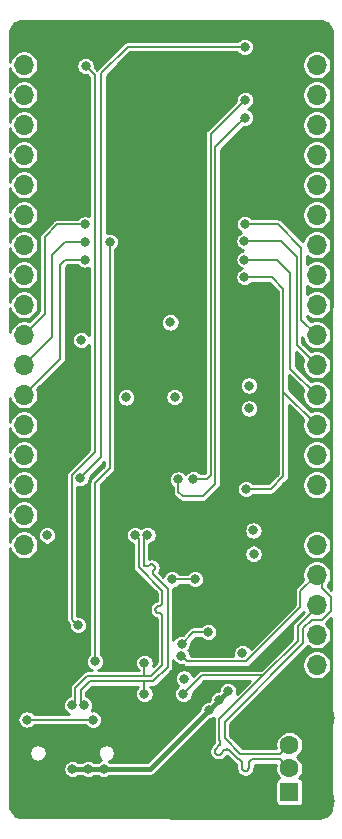
<source format=gbr>
%TF.GenerationSoftware,KiCad,Pcbnew,5.1.10-88a1d61d58~90~ubuntu20.04.1*%
%TF.CreationDate,2021-07-14T19:36:45+05:30*%
%TF.ProjectId,USBee32-S2,55534265-6533-4322-9d53-322e6b696361,rev?*%
%TF.SameCoordinates,Original*%
%TF.FileFunction,Copper,L4,Bot*%
%TF.FilePolarity,Positive*%
%FSLAX46Y46*%
G04 Gerber Fmt 4.6, Leading zero omitted, Abs format (unit mm)*
G04 Created by KiCad (PCBNEW 5.1.10-88a1d61d58~90~ubuntu20.04.1) date 2021-07-14 19:36:45*
%MOMM*%
%LPD*%
G01*
G04 APERTURE LIST*
%TA.AperFunction,ComponentPad*%
%ADD10O,1.050000X2.100000*%
%TD*%
%TA.AperFunction,ComponentPad*%
%ADD11C,2.150000*%
%TD*%
%TA.AperFunction,ComponentPad*%
%ADD12R,1.600000X1.600000*%
%TD*%
%TA.AperFunction,ComponentPad*%
%ADD13C,1.600000*%
%TD*%
%TA.AperFunction,ComponentPad*%
%ADD14O,1.700000X1.700000*%
%TD*%
%TA.AperFunction,ComponentPad*%
%ADD15R,1.700000X1.700000*%
%TD*%
%TA.AperFunction,ViaPad*%
%ADD16C,0.800000*%
%TD*%
%TA.AperFunction,Conductor*%
%ADD17C,0.200000*%
%TD*%
%TA.AperFunction,Conductor*%
%ADD18C,0.400000*%
%TD*%
%TA.AperFunction,Conductor*%
%ADD19C,0.254000*%
%TD*%
%TA.AperFunction,Conductor*%
%ADD20C,0.100000*%
%TD*%
G04 APERTURE END LIST*
D10*
X175827500Y-122459280D03*
X167187500Y-122459280D03*
X175827500Y-118279280D03*
X167187500Y-118279280D03*
D11*
X187192340Y-122854000D03*
X187192340Y-115854000D03*
X192632340Y-115854000D03*
X192632340Y-122854000D03*
D12*
X189912340Y-122124000D03*
D13*
X189912340Y-120124000D03*
X189912340Y-118124000D03*
X189912340Y-116124000D03*
D14*
X192220000Y-111355000D03*
X192220000Y-108815000D03*
X192220000Y-106275000D03*
X192220000Y-103735000D03*
X192220000Y-101195000D03*
X192220000Y-98655000D03*
X192220000Y-96115000D03*
X192220000Y-93575000D03*
X192220000Y-91035000D03*
X192220000Y-88495000D03*
X192220000Y-85955000D03*
X192220000Y-83415000D03*
X192220000Y-80875000D03*
X192220000Y-78335000D03*
X192220000Y-75795000D03*
X192220000Y-73255000D03*
X192220000Y-70715000D03*
X192220000Y-68175000D03*
X192220000Y-65635000D03*
X192220000Y-63095000D03*
X192220000Y-60555000D03*
D15*
X192220000Y-58015000D03*
D14*
X167430000Y-101195000D03*
X167430000Y-98655000D03*
X167430000Y-96115000D03*
X167430000Y-93575000D03*
X167430000Y-91035000D03*
X167430000Y-88495000D03*
X167430000Y-85955000D03*
X167430000Y-83415000D03*
X167430000Y-80875000D03*
X167430000Y-78335000D03*
X167430000Y-75795000D03*
X167430000Y-73255000D03*
X167430000Y-70715000D03*
X167430000Y-68175000D03*
X167430000Y-65635000D03*
X167430000Y-63095000D03*
X167430000Y-60555000D03*
D15*
X167430000Y-58015000D03*
D16*
X176234700Y-63246300D03*
X177734700Y-63246300D03*
X179234700Y-63246300D03*
X180734700Y-63246300D03*
X176234700Y-64746300D03*
X177734700Y-64746300D03*
X179234700Y-64746300D03*
X180734700Y-64746300D03*
X176234700Y-66246300D03*
X177734700Y-66246300D03*
X179234700Y-66246300D03*
X180734700Y-66246300D03*
X176234700Y-67746300D03*
X177734700Y-67746300D03*
X179234700Y-67746300D03*
X180734700Y-67746300D03*
X186763314Y-98505486D03*
X172649100Y-57552500D03*
X178580000Y-94319000D03*
X169430920Y-110160980D03*
X177818000Y-88743700D03*
X175740280Y-95553440D03*
X169392820Y-102647660D03*
X187952600Y-81425960D03*
X184442320Y-93125200D03*
X180192500Y-86392900D03*
X176141600Y-83854200D03*
X172357000Y-93379200D03*
X169280000Y-105510000D03*
X177440000Y-109000000D03*
X167710000Y-112390000D03*
X169950000Y-112380000D03*
X175640010Y-104929043D03*
X176338580Y-108949020D03*
X180123180Y-121021640D03*
X180105400Y-121974140D03*
X180120640Y-116340420D03*
X178096260Y-109995500D03*
X183137656Y-110070011D03*
X174163310Y-113630240D03*
X186504800Y-89640320D03*
X186504800Y-87699760D03*
X186860400Y-99970500D03*
X186873100Y-101939000D03*
X169382660Y-100379440D03*
X179829680Y-82350520D03*
X180192500Y-88692900D03*
X176093340Y-88700520D03*
X172280800Y-83854200D03*
X186121260Y-59020620D03*
X172219522Y-95527722D03*
X186164440Y-63511340D03*
X181785480Y-95619480D03*
X186154280Y-65020100D03*
X180505320Y-95644880D03*
X181907400Y-104098000D03*
X179977000Y-104110700D03*
X167670000Y-115980000D03*
X173290000Y-115990000D03*
X172532500Y-114765000D03*
X177884660Y-100356200D03*
X177628900Y-113792800D03*
X171482500Y-114765000D03*
X176834660Y-100356200D03*
X177631440Y-111168980D03*
X185930285Y-110359085D03*
X180981700Y-112512640D03*
X171536979Y-120163021D03*
X174179679Y-120163021D03*
X172881739Y-120163021D03*
X184700710Y-113567190D03*
X183106860Y-115161040D03*
X183936169Y-114331731D03*
X172651644Y-60664000D03*
X172018614Y-107994756D03*
X186103482Y-78525280D03*
X186238100Y-96472920D03*
X172577980Y-77039380D03*
X172588140Y-75528080D03*
X172593220Y-74062500D03*
X174700390Y-75525540D03*
X173463300Y-111054680D03*
X186106020Y-77029220D03*
X186103480Y-75487440D03*
X186133960Y-74037100D03*
X180783888Y-109573401D03*
X183039100Y-108568020D03*
X180930900Y-113792800D03*
X180774659Y-110620359D03*
D17*
X172619521Y-95127723D02*
X172219522Y-95527722D01*
X173964820Y-93782424D02*
X172619521Y-95127723D01*
X173964820Y-61271060D02*
X173964820Y-93782424D01*
X186121260Y-59020620D02*
X176215260Y-59020620D01*
X176215260Y-59020620D02*
X173964820Y-61271060D01*
X183233088Y-66442692D02*
X186164440Y-63511340D01*
X183233088Y-95286932D02*
X183233088Y-66442692D01*
X182900540Y-95619480D02*
X183233088Y-95286932D01*
X181785480Y-95619480D02*
X182900540Y-95619480D01*
X185754281Y-65420099D02*
X186154280Y-65020100D01*
X183633099Y-67541281D02*
X185754281Y-65420099D01*
X183633099Y-96037541D02*
X183633099Y-67541281D01*
X182588120Y-97082520D02*
X183633099Y-96037541D01*
X180901560Y-97082520D02*
X182588120Y-97082520D01*
X180505320Y-96686280D02*
X180901560Y-97082520D01*
X180505320Y-95644880D02*
X180505320Y-96686280D01*
X181907400Y-104098000D02*
X179989700Y-104098000D01*
X179989700Y-104098000D02*
X179977000Y-104110700D01*
X167680000Y-115990000D02*
X167670000Y-115980000D01*
X173290000Y-115990000D02*
X167680000Y-115990000D01*
X177628900Y-113792800D02*
X177628900Y-112736580D01*
X172232500Y-114465000D02*
X172532500Y-114765000D01*
X178392660Y-112727480D02*
X172992620Y-112727480D01*
X179591260Y-111528880D02*
X178392660Y-112727480D01*
X179591260Y-104908660D02*
X179591260Y-111528880D01*
X172992620Y-112727480D02*
X172232500Y-113487600D01*
X178391302Y-103698064D02*
X178433188Y-103750588D01*
X178433188Y-103750588D02*
X179591260Y-104908660D01*
X178347206Y-103572044D02*
X178362153Y-103637538D01*
X178525724Y-103141223D02*
X178510776Y-103206718D01*
X178008924Y-102902060D02*
X178015479Y-102895502D01*
X177884660Y-100356200D02*
X177584660Y-100656200D01*
X177956401Y-102943945D02*
X178008924Y-102902060D01*
X177895874Y-102973091D02*
X177956401Y-102943945D01*
X178347205Y-103504864D02*
X178347206Y-103572044D01*
X177637181Y-102943944D02*
X177697708Y-102973092D01*
X178362153Y-103637538D02*
X178391302Y-103698064D01*
X177830381Y-102988041D02*
X177895874Y-102973091D01*
X177584660Y-100656200D02*
X177584660Y-102902060D01*
X177697708Y-102973092D02*
X177763201Y-102988040D01*
X177584660Y-102902060D02*
X177637181Y-102943944D01*
X178128528Y-102824470D02*
X178194022Y-102809522D01*
X178525725Y-103074045D02*
X178525724Y-103141223D01*
X178194022Y-102809522D02*
X178261200Y-102809521D01*
X178261200Y-102809521D02*
X178326696Y-102824470D01*
X178510775Y-103008550D02*
X178525725Y-103074045D01*
X178326696Y-102824470D02*
X178387220Y-102853617D01*
X178439743Y-103319766D02*
X178433187Y-103326323D01*
X178387220Y-102853617D02*
X178439743Y-102895502D01*
X172232500Y-113487600D02*
X172232500Y-114465000D01*
X177763201Y-102988040D02*
X177830381Y-102988041D01*
X178439743Y-102895502D02*
X178481629Y-102948025D01*
X178068002Y-102853618D02*
X178128528Y-102824470D01*
X178362153Y-103439370D02*
X178347205Y-103504864D01*
X178015479Y-102895502D02*
X178068002Y-102853618D01*
X178481629Y-102948025D02*
X178510775Y-103008550D01*
X178510776Y-103206718D02*
X178481628Y-103267243D01*
X178481628Y-103267243D02*
X178439743Y-103319766D01*
X178391301Y-103378844D02*
X178362153Y-103439370D01*
X178433187Y-103326323D02*
X178391301Y-103378844D01*
X177631440Y-112273880D02*
X177635040Y-112277480D01*
X177631440Y-111168980D02*
X177631440Y-112273880D01*
X171782500Y-114465000D02*
X171482500Y-114765000D01*
X171782500Y-113301200D02*
X171782500Y-114465000D01*
X178206260Y-112277480D02*
X172806220Y-112277480D01*
X179141260Y-107263340D02*
X179141260Y-111342480D01*
X179112013Y-107135201D02*
X179133855Y-107197622D01*
X178780212Y-106375414D02*
X178717791Y-106397256D01*
X178974068Y-106338763D02*
X178911647Y-106360605D01*
X177134660Y-103088460D02*
X179141260Y-105095060D01*
X178579846Y-106535201D02*
X178558004Y-106597622D01*
X179112013Y-106200818D02*
X179076828Y-106256815D01*
X179141260Y-106072680D02*
X179133855Y-106138397D01*
X178974068Y-106997256D02*
X179030065Y-107032441D01*
X179141260Y-105095060D02*
X179141260Y-106072680D01*
X179133855Y-106138397D02*
X179112013Y-106200818D01*
X179076828Y-106256815D02*
X179030065Y-106303578D01*
X178911647Y-106360605D02*
X178780212Y-106375414D01*
X178717791Y-106938763D02*
X178780212Y-106960605D01*
X178911647Y-106975414D02*
X178974068Y-106997256D01*
X172806220Y-112277480D02*
X171782500Y-113301200D01*
X179030065Y-107032441D02*
X179076828Y-107079204D01*
X179030065Y-106303578D02*
X178974068Y-106338763D01*
X178615031Y-106479204D02*
X178579846Y-106535201D01*
X178550600Y-106672680D02*
X178558004Y-106738397D01*
X178661794Y-106903578D02*
X178717791Y-106938763D01*
X177134660Y-100656200D02*
X177134660Y-103088460D01*
X179133855Y-107197622D02*
X179141260Y-107263340D01*
X178661794Y-106432441D02*
X178615031Y-106479204D01*
X178717791Y-106397256D02*
X178661794Y-106432441D01*
X178558004Y-106597622D02*
X178550600Y-106663340D01*
X178550600Y-106663340D02*
X178550600Y-106672680D01*
X178558004Y-106738397D02*
X178579846Y-106800818D01*
X178579846Y-106800818D02*
X178615031Y-106856815D01*
X178615031Y-106856815D02*
X178661794Y-106903578D01*
X178780212Y-106960605D02*
X178911647Y-106975414D01*
X179141260Y-111342480D02*
X178206260Y-112277480D01*
X176834660Y-100356200D02*
X177134660Y-100656200D01*
X179076828Y-107079204D02*
X179112013Y-107135201D01*
D18*
X174179679Y-120163021D02*
X178104879Y-120163021D01*
X172881739Y-120163021D02*
X174179679Y-120163021D01*
X171536979Y-120163021D02*
X172881739Y-120163021D01*
X178104879Y-120163021D02*
X183106860Y-115161040D01*
X184700710Y-113567190D02*
X183936169Y-114331731D01*
X183106860Y-115161040D02*
X183936169Y-114331731D01*
D17*
X171479481Y-107455623D02*
X171618615Y-107594757D01*
X171618615Y-107594757D02*
X172018614Y-107994756D01*
X172651644Y-60664000D02*
X173431420Y-61443776D01*
X173431420Y-61443776D02*
X173431420Y-93325860D01*
X173431420Y-93325860D02*
X171479481Y-95277799D01*
X171479481Y-95277799D02*
X171479481Y-107455623D01*
X189397860Y-79507860D02*
X188415280Y-78525280D01*
X188415280Y-78525280D02*
X186103482Y-78525280D01*
X189397860Y-88212860D02*
X189397860Y-79507860D01*
X192220000Y-91035000D02*
X189397860Y-88212860D01*
X189397860Y-88212860D02*
X189397860Y-93579860D01*
X189397860Y-93579860D02*
X189397860Y-95395960D01*
X188320900Y-96472920D02*
X186238100Y-96472920D01*
X189397860Y-95395960D02*
X188320900Y-96472920D01*
X172577360Y-77040000D02*
X172577980Y-77039380D01*
X170502800Y-77467200D02*
X170930000Y-77040000D01*
X170502800Y-85422200D02*
X170502800Y-77467200D01*
X170930000Y-77040000D02*
X172577360Y-77040000D01*
X167430000Y-88495000D02*
X170502800Y-85422200D01*
X169804300Y-76665700D02*
X170941920Y-75528080D01*
X169804300Y-83580700D02*
X169804300Y-76665700D01*
X170941920Y-75528080D02*
X172588140Y-75528080D01*
X167430000Y-85955000D02*
X169804300Y-83580700D01*
X169220100Y-81624900D02*
X169220100Y-75101360D01*
X167430000Y-83415000D02*
X169220100Y-81624900D01*
X169220100Y-75101360D02*
X170258960Y-74062500D01*
X170258960Y-74062500D02*
X172593220Y-74062500D01*
X173463300Y-95923900D02*
X173463300Y-111049600D01*
X174700390Y-94686810D02*
X173463300Y-95923900D01*
X174700390Y-75525540D02*
X174700390Y-94686810D01*
X186116800Y-77040000D02*
X186106020Y-77029220D01*
X188875240Y-77040000D02*
X186116800Y-77040000D01*
X189984600Y-78149360D02*
X188875240Y-77040000D01*
X189984600Y-86259600D02*
X189984600Y-78149360D01*
X192220000Y-88495000D02*
X189984600Y-86259600D01*
X190524389Y-76799389D02*
X189212440Y-75487440D01*
X189212440Y-75487440D02*
X186669165Y-75487440D01*
X192220000Y-85955000D02*
X190524389Y-84259389D01*
X190524389Y-84259389D02*
X190524389Y-76799389D01*
X186669165Y-75487440D02*
X186103480Y-75487440D01*
X190924400Y-76056400D02*
X188905100Y-74037100D01*
X188905100Y-74037100D02*
X186699645Y-74037100D01*
X192220000Y-83415000D02*
X190924400Y-82119400D01*
X190924400Y-82119400D02*
X190924400Y-76056400D01*
X186699645Y-74037100D02*
X186133960Y-74037100D01*
X180783888Y-109573401D02*
X181789269Y-108568020D01*
X181789269Y-108568020D02*
X183039100Y-108568020D01*
X189137340Y-119349000D02*
X189912340Y-120124000D01*
X186710323Y-119356521D02*
X186777080Y-119349000D01*
X186590033Y-119414450D02*
X186646914Y-119378709D01*
X186542530Y-119461953D02*
X186590033Y-119414450D01*
X186506789Y-119518834D02*
X186542530Y-119461953D01*
X186484601Y-119582243D02*
X186506789Y-119518834D01*
X186477080Y-119649000D02*
X186484601Y-119582243D01*
X186477080Y-120049000D02*
X186477080Y-119649000D01*
X184118841Y-118880710D02*
X184401683Y-118597867D01*
X184005792Y-118951742D02*
X184066318Y-118922595D01*
X183807625Y-118951742D02*
X183873119Y-118966691D01*
X183652692Y-118828188D02*
X183694577Y-118880710D01*
X183747099Y-118922595D02*
X183807625Y-118951742D01*
X183623544Y-118569495D02*
X183608595Y-118634989D01*
X183694577Y-118456446D02*
X183652692Y-118508969D01*
X186646914Y-119378709D02*
X186710323Y-119356521D01*
X183977420Y-118173604D02*
X183694577Y-118456446D01*
X192220000Y-106275000D02*
X192220000Y-106725000D01*
X192220000Y-106725000D02*
X191971615Y-106725000D01*
X191971615Y-106725000D02*
X190620008Y-108076607D01*
X185643836Y-119356521D02*
X185707245Y-119378709D01*
X185877080Y-119649000D02*
X185877080Y-120049000D01*
X185884601Y-120115756D02*
X185906789Y-120179165D01*
X185577080Y-119349000D02*
X185643836Y-119356521D01*
X185869558Y-119582243D02*
X185877080Y-119649000D01*
X185877080Y-120049000D02*
X185884601Y-120115756D01*
X183652692Y-118508969D02*
X183623544Y-118569495D01*
X190620008Y-108076607D02*
X190620008Y-109327772D01*
X186364126Y-120283549D02*
X186411629Y-120236046D01*
X184048452Y-118060555D02*
X184019305Y-118121081D01*
X185811629Y-119461953D02*
X185847370Y-119518834D01*
X183940298Y-118966691D02*
X184005792Y-118951742D01*
X183608595Y-118634989D02*
X183608595Y-118702168D01*
X185764126Y-119414450D02*
X185811629Y-119461953D01*
X183977420Y-115970360D02*
X183977420Y-117749340D01*
X183977420Y-117749340D02*
X184019305Y-117801862D01*
X186777080Y-119349000D02*
X189137340Y-119349000D01*
X184019305Y-117801862D02*
X184048452Y-117862388D01*
X184647405Y-118511885D02*
X184712899Y-118526834D01*
X184048452Y-117862388D02*
X184063401Y-117927882D01*
X184454206Y-118555982D02*
X184514732Y-118526834D01*
X184580226Y-118511885D02*
X184647405Y-118511885D01*
X184063401Y-117927882D02*
X184063401Y-117995061D01*
X184401683Y-118597867D02*
X184454206Y-118555982D01*
X184514732Y-118526834D02*
X184580226Y-118511885D01*
X184712899Y-118526834D02*
X184773425Y-118555982D01*
X183608595Y-118702168D02*
X183623544Y-118767662D01*
X184825948Y-118597868D02*
X185577080Y-119349000D01*
X183873119Y-118966691D02*
X183940298Y-118966691D01*
X184773425Y-118555982D02*
X184825948Y-118597868D01*
X185707245Y-119378709D02*
X185764126Y-119414450D01*
X184019305Y-118121081D02*
X183977420Y-118173604D01*
X185906789Y-120179165D02*
X185942530Y-120236046D01*
X185990033Y-120283549D02*
X186046914Y-120319290D01*
X185847370Y-119518834D02*
X185869558Y-119582243D01*
X185942530Y-120236046D02*
X185990033Y-120283549D01*
X186046914Y-120319290D02*
X186110323Y-120341478D01*
X183623544Y-118767662D02*
X183652692Y-118828188D01*
X186110323Y-120341478D02*
X186177080Y-120349000D01*
X184063401Y-117995061D02*
X184048452Y-118060555D01*
X186243836Y-120341478D02*
X186307245Y-120319290D01*
X186447370Y-120179165D02*
X186469558Y-120115756D01*
X183694577Y-118880710D02*
X183747099Y-118922595D01*
X186177080Y-120349000D02*
X186243836Y-120341478D01*
X186307245Y-120319290D02*
X186364126Y-120283549D01*
X186469558Y-120115756D02*
X186477080Y-120049000D01*
X184066318Y-118922595D02*
X184118841Y-118880710D01*
X186411629Y-120236046D02*
X186447370Y-120179165D01*
X182479380Y-112244320D02*
X187703460Y-112244320D01*
X187703460Y-112244320D02*
X183977420Y-115970360D01*
X180930900Y-113792800D02*
X182479380Y-112244320D01*
X190620008Y-109327772D02*
X187703460Y-112244320D01*
X192670000Y-104185000D02*
X192220000Y-103735000D01*
X192670000Y-104856300D02*
X192670000Y-104185000D01*
X193430240Y-106766762D02*
X193430240Y-105616540D01*
X191069999Y-108262999D02*
X191813998Y-107519000D01*
X191069999Y-109514181D02*
X191069999Y-108262999D01*
X191813998Y-107519000D02*
X192678002Y-107519000D01*
X184427420Y-116156760D02*
X191069999Y-109514181D01*
X193430240Y-105616540D02*
X192670000Y-104856300D01*
X185763480Y-118899000D02*
X184427420Y-117562940D01*
X192678002Y-107519000D02*
X193430240Y-106766762D01*
X184427420Y-117562940D02*
X184427420Y-116156760D01*
X189137340Y-118899000D02*
X185763480Y-118899000D01*
X189912340Y-118124000D02*
X189137340Y-118899000D01*
X186266286Y-111059086D02*
X190834360Y-106491012D01*
X181213386Y-111059086D02*
X186266286Y-111059086D01*
X180774659Y-110620359D02*
X181213386Y-111059086D01*
X190834360Y-105120640D02*
X192220000Y-103735000D01*
X190834360Y-106491012D02*
X190834360Y-105120640D01*
D19*
X171971338Y-77537239D02*
X172080121Y-77646022D01*
X172208038Y-77731493D01*
X172350171Y-77790367D01*
X172501058Y-77820380D01*
X172654902Y-77820380D01*
X172805789Y-77790367D01*
X172947922Y-77731493D01*
X172950421Y-77729824D01*
X172950421Y-83450596D01*
X172887442Y-83356341D01*
X172778659Y-83247558D01*
X172650742Y-83162087D01*
X172508609Y-83103213D01*
X172357722Y-83073200D01*
X172203878Y-83073200D01*
X172052991Y-83103213D01*
X171910858Y-83162087D01*
X171782941Y-83247558D01*
X171674158Y-83356341D01*
X171588687Y-83484258D01*
X171529813Y-83626391D01*
X171499800Y-83777278D01*
X171499800Y-83931122D01*
X171529813Y-84082009D01*
X171588687Y-84224142D01*
X171674158Y-84352059D01*
X171782941Y-84460842D01*
X171910858Y-84546313D01*
X172052991Y-84605187D01*
X172203878Y-84635200D01*
X172357722Y-84635200D01*
X172508609Y-84605187D01*
X172650742Y-84546313D01*
X172778659Y-84460842D01*
X172887442Y-84352059D01*
X172950421Y-84257804D01*
X172950421Y-93126623D01*
X171156075Y-94920969D01*
X171137717Y-94936035D01*
X171077609Y-95009277D01*
X171032945Y-95092839D01*
X171019100Y-95138480D01*
X171005441Y-95183507D01*
X170996154Y-95277799D01*
X170998481Y-95301425D01*
X170998482Y-107431987D01*
X170996154Y-107455623D01*
X171005441Y-107549915D01*
X171030671Y-107633084D01*
X171032946Y-107640584D01*
X171077610Y-107724145D01*
X171137718Y-107797387D01*
X171156070Y-107812448D01*
X171241570Y-107897948D01*
X171237614Y-107917834D01*
X171237614Y-108071678D01*
X171267627Y-108222565D01*
X171326501Y-108364698D01*
X171411972Y-108492615D01*
X171520755Y-108601398D01*
X171648672Y-108686869D01*
X171790805Y-108745743D01*
X171941692Y-108775756D01*
X172095536Y-108775756D01*
X172246423Y-108745743D01*
X172388556Y-108686869D01*
X172516473Y-108601398D01*
X172625256Y-108492615D01*
X172710727Y-108364698D01*
X172769601Y-108222565D01*
X172799614Y-108071678D01*
X172799614Y-107917834D01*
X172769601Y-107766947D01*
X172710727Y-107624814D01*
X172625256Y-107496897D01*
X172516473Y-107388114D01*
X172388556Y-107302643D01*
X172246423Y-107243769D01*
X172095536Y-107213756D01*
X171960481Y-107213756D01*
X171960481Y-96265772D01*
X171991713Y-96278709D01*
X172142600Y-96308722D01*
X172296444Y-96308722D01*
X172447331Y-96278709D01*
X172589464Y-96219835D01*
X172717381Y-96134364D01*
X172826164Y-96025581D01*
X172911635Y-95897664D01*
X172970509Y-95755531D01*
X173000522Y-95604644D01*
X173000522Y-95450800D01*
X172996566Y-95430914D01*
X174219391Y-94208090D01*
X174219391Y-94487572D01*
X173139894Y-95567070D01*
X173121536Y-95582136D01*
X173061428Y-95655378D01*
X173016764Y-95738940D01*
X173011610Y-95755931D01*
X172989260Y-95829608D01*
X172979973Y-95923900D01*
X172982300Y-95947526D01*
X172982301Y-110436773D01*
X172965441Y-110448038D01*
X172856658Y-110556821D01*
X172771187Y-110684738D01*
X172712313Y-110826871D01*
X172682300Y-110977758D01*
X172682300Y-111131602D01*
X172712313Y-111282489D01*
X172771187Y-111424622D01*
X172856658Y-111552539D01*
X172965441Y-111661322D01*
X173093358Y-111746793D01*
X173213312Y-111796480D01*
X172829846Y-111796480D01*
X172806220Y-111794153D01*
X172711927Y-111803440D01*
X172621258Y-111830944D01*
X172576594Y-111854818D01*
X172537698Y-111875608D01*
X172464456Y-111935716D01*
X172449395Y-111954068D01*
X171459094Y-112944370D01*
X171440736Y-112959436D01*
X171380628Y-113032678D01*
X171335964Y-113116240D01*
X171321419Y-113164188D01*
X171308460Y-113206908D01*
X171299173Y-113301200D01*
X171301500Y-113324827D01*
X171301501Y-114004702D01*
X171254691Y-114014013D01*
X171112558Y-114072887D01*
X170984641Y-114158358D01*
X170875858Y-114267141D01*
X170790387Y-114395058D01*
X170731513Y-114537191D01*
X170701500Y-114688078D01*
X170701500Y-114841922D01*
X170731513Y-114992809D01*
X170790387Y-115134942D01*
X170875858Y-115262859D01*
X170984641Y-115371642D01*
X171112558Y-115457113D01*
X171237823Y-115509000D01*
X168294589Y-115509000D01*
X168276642Y-115482141D01*
X168167859Y-115373358D01*
X168039942Y-115287887D01*
X167897809Y-115229013D01*
X167746922Y-115199000D01*
X167593078Y-115199000D01*
X167442191Y-115229013D01*
X167300058Y-115287887D01*
X167172141Y-115373358D01*
X167063358Y-115482141D01*
X166977887Y-115610058D01*
X166919013Y-115752191D01*
X166889000Y-115903078D01*
X166889000Y-116056922D01*
X166919013Y-116207809D01*
X166977887Y-116349942D01*
X167063358Y-116477859D01*
X167172141Y-116586642D01*
X167300058Y-116672113D01*
X167442191Y-116730987D01*
X167593078Y-116761000D01*
X167746922Y-116761000D01*
X167897809Y-116730987D01*
X168039942Y-116672113D01*
X168167859Y-116586642D01*
X168276642Y-116477859D01*
X168281225Y-116471000D01*
X172672093Y-116471000D01*
X172683358Y-116487859D01*
X172792141Y-116596642D01*
X172920058Y-116682113D01*
X173062191Y-116740987D01*
X173213078Y-116771000D01*
X173366922Y-116771000D01*
X173517809Y-116740987D01*
X173659942Y-116682113D01*
X173787859Y-116596642D01*
X173896642Y-116487859D01*
X173982113Y-116359942D01*
X174040987Y-116217809D01*
X174071000Y-116066922D01*
X174071000Y-115913078D01*
X174040987Y-115762191D01*
X173982113Y-115620058D01*
X173896642Y-115492141D01*
X173787859Y-115383358D01*
X173659942Y-115297887D01*
X173517809Y-115239013D01*
X173366922Y-115209000D01*
X173213078Y-115209000D01*
X173169313Y-115217705D01*
X173224613Y-115134942D01*
X173283487Y-114992809D01*
X173313500Y-114841922D01*
X173313500Y-114688078D01*
X173283487Y-114537191D01*
X173224613Y-114395058D01*
X173139142Y-114267141D01*
X173030359Y-114158358D01*
X172902442Y-114072887D01*
X172760309Y-114014013D01*
X172713500Y-114004702D01*
X172713500Y-113686836D01*
X173191857Y-113208480D01*
X177108719Y-113208480D01*
X177022258Y-113294941D01*
X176936787Y-113422858D01*
X176877913Y-113564991D01*
X176847900Y-113715878D01*
X176847900Y-113869722D01*
X176877913Y-114020609D01*
X176936787Y-114162742D01*
X177022258Y-114290659D01*
X177131041Y-114399442D01*
X177258958Y-114484913D01*
X177401091Y-114543787D01*
X177551978Y-114573800D01*
X177705822Y-114573800D01*
X177856709Y-114543787D01*
X177998842Y-114484913D01*
X178126759Y-114399442D01*
X178235542Y-114290659D01*
X178321013Y-114162742D01*
X178379887Y-114020609D01*
X178409900Y-113869722D01*
X178409900Y-113715878D01*
X178379887Y-113564991D01*
X178321013Y-113422858D01*
X178235542Y-113294941D01*
X178149081Y-113208480D01*
X178369034Y-113208480D01*
X178392660Y-113210807D01*
X178416286Y-113208480D01*
X178486952Y-113201520D01*
X178577621Y-113174016D01*
X178661182Y-113129352D01*
X178734424Y-113069244D01*
X178749490Y-113050886D01*
X179914672Y-111885705D01*
X179933024Y-111870644D01*
X179993132Y-111797402D01*
X180037796Y-111713841D01*
X180065300Y-111623172D01*
X180072260Y-111552506D01*
X180072260Y-111552505D01*
X180074587Y-111528881D01*
X180072260Y-111505257D01*
X180072260Y-110965469D01*
X180082546Y-110990301D01*
X180168017Y-111118218D01*
X180276800Y-111227001D01*
X180404717Y-111312472D01*
X180546850Y-111371346D01*
X180697737Y-111401359D01*
X180851581Y-111401359D01*
X180869169Y-111397861D01*
X180871622Y-111400850D01*
X180944864Y-111460958D01*
X180983760Y-111481748D01*
X181028424Y-111505622D01*
X181119093Y-111533126D01*
X181213386Y-111542413D01*
X181237012Y-111540086D01*
X186242660Y-111540086D01*
X186266286Y-111542413D01*
X186289912Y-111540086D01*
X186301731Y-111538922D01*
X186360578Y-111533126D01*
X186361234Y-111532927D01*
X186451247Y-111505622D01*
X186534808Y-111460958D01*
X186608050Y-111400850D01*
X186623116Y-111382492D01*
X191136476Y-106869133D01*
X191140790Y-106875589D01*
X190296602Y-107719777D01*
X190278244Y-107734843D01*
X190218136Y-107808085D01*
X190173472Y-107891647D01*
X190165427Y-107918169D01*
X190145968Y-107982315D01*
X190136681Y-108076607D01*
X190139008Y-108100234D01*
X190139009Y-109128534D01*
X187504224Y-111763320D01*
X182502995Y-111763320D01*
X182479379Y-111760994D01*
X182455763Y-111763320D01*
X182455754Y-111763320D01*
X182385088Y-111770280D01*
X182294419Y-111797784D01*
X182210858Y-111842448D01*
X182137616Y-111902556D01*
X182122555Y-111920908D01*
X181736992Y-112306472D01*
X181732687Y-112284831D01*
X181673813Y-112142698D01*
X181588342Y-112014781D01*
X181479559Y-111905998D01*
X181351642Y-111820527D01*
X181209509Y-111761653D01*
X181058622Y-111731640D01*
X180904778Y-111731640D01*
X180753891Y-111761653D01*
X180611758Y-111820527D01*
X180483841Y-111905998D01*
X180375058Y-112014781D01*
X180289587Y-112142698D01*
X180230713Y-112284831D01*
X180200700Y-112435718D01*
X180200700Y-112589562D01*
X180230713Y-112740449D01*
X180289587Y-112882582D01*
X180375058Y-113010499D01*
X180483841Y-113119282D01*
X180508485Y-113135748D01*
X180433041Y-113186158D01*
X180324258Y-113294941D01*
X180238787Y-113422858D01*
X180179913Y-113564991D01*
X180149900Y-113715878D01*
X180149900Y-113869722D01*
X180179913Y-114020609D01*
X180238787Y-114162742D01*
X180324258Y-114290659D01*
X180433041Y-114399442D01*
X180560958Y-114484913D01*
X180703091Y-114543787D01*
X180853978Y-114573800D01*
X181007822Y-114573800D01*
X181158709Y-114543787D01*
X181300842Y-114484913D01*
X181428759Y-114399442D01*
X181537542Y-114290659D01*
X181623013Y-114162742D01*
X181681887Y-114020609D01*
X181711900Y-113869722D01*
X181711900Y-113715878D01*
X181707944Y-113695992D01*
X182678617Y-112725320D01*
X186542223Y-112725320D01*
X185436955Y-113830588D01*
X185451697Y-113794999D01*
X185481710Y-113644112D01*
X185481710Y-113490268D01*
X185451697Y-113339381D01*
X185392823Y-113197248D01*
X185307352Y-113069331D01*
X185198569Y-112960548D01*
X185070652Y-112875077D01*
X184928519Y-112816203D01*
X184777632Y-112786190D01*
X184623788Y-112786190D01*
X184472901Y-112816203D01*
X184330768Y-112875077D01*
X184202851Y-112960548D01*
X184094068Y-113069331D01*
X184008597Y-113197248D01*
X183949723Y-113339381D01*
X183919710Y-113490268D01*
X183919710Y-113526532D01*
X183895512Y-113550731D01*
X183859247Y-113550731D01*
X183708360Y-113580744D01*
X183566227Y-113639618D01*
X183438310Y-113725089D01*
X183329527Y-113833872D01*
X183244056Y-113961789D01*
X183185182Y-114103922D01*
X183155169Y-114254809D01*
X183155169Y-114291073D01*
X183066203Y-114380040D01*
X183029938Y-114380040D01*
X182879051Y-114410053D01*
X182736918Y-114468927D01*
X182609001Y-114554398D01*
X182500218Y-114663181D01*
X182414747Y-114791098D01*
X182355873Y-114933231D01*
X182325860Y-115084118D01*
X182325860Y-115120382D01*
X177864222Y-119582021D01*
X174703180Y-119582021D01*
X174677538Y-119556379D01*
X174611142Y-119512015D01*
X174743758Y-119457084D01*
X174863485Y-119377085D01*
X174965305Y-119275265D01*
X175045304Y-119155538D01*
X175100408Y-119022505D01*
X175128500Y-118881277D01*
X175128500Y-118737283D01*
X175100408Y-118596055D01*
X175045304Y-118463022D01*
X174965305Y-118343295D01*
X174863485Y-118241475D01*
X174743758Y-118161476D01*
X174610725Y-118106372D01*
X174469497Y-118078280D01*
X174325503Y-118078280D01*
X174184275Y-118106372D01*
X174051242Y-118161476D01*
X173931515Y-118241475D01*
X173829695Y-118343295D01*
X173749696Y-118463022D01*
X173694592Y-118596055D01*
X173666500Y-118737283D01*
X173666500Y-118881277D01*
X173694592Y-119022505D01*
X173749696Y-119155538D01*
X173829695Y-119275265D01*
X173931515Y-119377085D01*
X173976491Y-119407137D01*
X173951870Y-119412034D01*
X173809737Y-119470908D01*
X173681820Y-119556379D01*
X173656178Y-119582021D01*
X173405240Y-119582021D01*
X173379598Y-119556379D01*
X173251681Y-119470908D01*
X173109548Y-119412034D01*
X172958661Y-119382021D01*
X172804817Y-119382021D01*
X172653930Y-119412034D01*
X172511797Y-119470908D01*
X172383880Y-119556379D01*
X172358238Y-119582021D01*
X172060480Y-119582021D01*
X172034838Y-119556379D01*
X171906921Y-119470908D01*
X171764788Y-119412034D01*
X171613901Y-119382021D01*
X171460057Y-119382021D01*
X171309170Y-119412034D01*
X171167037Y-119470908D01*
X171039120Y-119556379D01*
X170930337Y-119665162D01*
X170844866Y-119793079D01*
X170785992Y-119935212D01*
X170755979Y-120086099D01*
X170755979Y-120239943D01*
X170785992Y-120390830D01*
X170844866Y-120532963D01*
X170930337Y-120660880D01*
X171039120Y-120769663D01*
X171167037Y-120855134D01*
X171309170Y-120914008D01*
X171460057Y-120944021D01*
X171613901Y-120944021D01*
X171764788Y-120914008D01*
X171906921Y-120855134D01*
X172034838Y-120769663D01*
X172060480Y-120744021D01*
X172358238Y-120744021D01*
X172383880Y-120769663D01*
X172511797Y-120855134D01*
X172653930Y-120914008D01*
X172804817Y-120944021D01*
X172958661Y-120944021D01*
X173109548Y-120914008D01*
X173251681Y-120855134D01*
X173379598Y-120769663D01*
X173405240Y-120744021D01*
X173656178Y-120744021D01*
X173681820Y-120769663D01*
X173809737Y-120855134D01*
X173951870Y-120914008D01*
X174102757Y-120944021D01*
X174256601Y-120944021D01*
X174407488Y-120914008D01*
X174549621Y-120855134D01*
X174677538Y-120769663D01*
X174703180Y-120744021D01*
X178076339Y-120744021D01*
X178104879Y-120746832D01*
X178133419Y-120744021D01*
X178218775Y-120735614D01*
X178328294Y-120702392D01*
X178429227Y-120648442D01*
X178517696Y-120575838D01*
X178535896Y-120553661D01*
X183147518Y-115942040D01*
X183183782Y-115942040D01*
X183334669Y-115912027D01*
X183476802Y-115853153D01*
X183518855Y-115825054D01*
X183516339Y-115833348D01*
X183503380Y-115876068D01*
X183494093Y-115970360D01*
X183496420Y-115993987D01*
X183496421Y-117745949D01*
X183495804Y-117789964D01*
X183500723Y-117816644D01*
X183503381Y-117843632D01*
X183509290Y-117863112D01*
X183512983Y-117883142D01*
X183523013Y-117908352D01*
X183530885Y-117934301D01*
X183532836Y-117937952D01*
X183385552Y-118085236D01*
X183382745Y-118087169D01*
X183352062Y-118118726D01*
X183337754Y-118133034D01*
X183335609Y-118135648D01*
X183333245Y-118138079D01*
X183320595Y-118153942D01*
X183292707Y-118187923D01*
X183291102Y-118190926D01*
X183287149Y-118195883D01*
X183266510Y-118218336D01*
X183245377Y-118253040D01*
X183223281Y-118287134D01*
X183212007Y-118315470D01*
X183197496Y-118345602D01*
X183182373Y-118372081D01*
X183169494Y-118410611D01*
X183155538Y-118448770D01*
X183150853Y-118478899D01*
X183143409Y-118511512D01*
X183134555Y-118540698D01*
X183130572Y-118581140D01*
X183125459Y-118621431D01*
X183127595Y-118651844D01*
X183127595Y-118685313D01*
X183125459Y-118715726D01*
X183130571Y-118756014D01*
X183134555Y-118796460D01*
X183143410Y-118825650D01*
X183150853Y-118858258D01*
X183155538Y-118888387D01*
X183169494Y-118926546D01*
X183182373Y-118965076D01*
X183197496Y-118991555D01*
X183212008Y-119021688D01*
X183223283Y-119050027D01*
X183245386Y-119084132D01*
X183266510Y-119118821D01*
X183287144Y-119141269D01*
X183308006Y-119167428D01*
X183325298Y-119192538D01*
X183354416Y-119220850D01*
X183382749Y-119249989D01*
X183407865Y-119267285D01*
X183434015Y-119288140D01*
X183456471Y-119308781D01*
X183491155Y-119329901D01*
X183525260Y-119352004D01*
X183553604Y-119363281D01*
X183583730Y-119377789D01*
X183610211Y-119392913D01*
X183648753Y-119405796D01*
X183686906Y-119419750D01*
X183717032Y-119424434D01*
X183749641Y-119431877D01*
X183778827Y-119440731D01*
X183819267Y-119444714D01*
X183859559Y-119449827D01*
X183889973Y-119447691D01*
X183923443Y-119447691D01*
X183953856Y-119449827D01*
X183994144Y-119444715D01*
X184034590Y-119440731D01*
X184063780Y-119431876D01*
X184096383Y-119424435D01*
X184126511Y-119419750D01*
X184164670Y-119405794D01*
X184203206Y-119392913D01*
X184229687Y-119377789D01*
X184259810Y-119363283D01*
X184288153Y-119352006D01*
X184322253Y-119329906D01*
X184356945Y-119308781D01*
X184379399Y-119288142D01*
X184384361Y-119284185D01*
X184387364Y-119282580D01*
X184421345Y-119254692D01*
X184437208Y-119242042D01*
X184439639Y-119239678D01*
X184442253Y-119237533D01*
X184456561Y-119223225D01*
X184488118Y-119192542D01*
X184490051Y-119189735D01*
X184613815Y-119065971D01*
X185234655Y-119686812D01*
X185265255Y-119718282D01*
X185287584Y-119733659D01*
X185308557Y-119750871D01*
X185326520Y-119760473D01*
X185343290Y-119772021D01*
X185368198Y-119782750D01*
X185392118Y-119795535D01*
X185396080Y-119796737D01*
X185396080Y-120005032D01*
X185395464Y-120008373D01*
X185396080Y-120052329D01*
X185396080Y-120072626D01*
X185396412Y-120075993D01*
X185396459Y-120079373D01*
X185398732Y-120099546D01*
X185403041Y-120143292D01*
X185404026Y-120146540D01*
X185404738Y-120152860D01*
X185406021Y-120183322D01*
X185415611Y-120222779D01*
X185424098Y-120262526D01*
X185436164Y-120290540D01*
X185447214Y-120322117D01*
X185455243Y-120351531D01*
X185473383Y-120387886D01*
X185490495Y-120424732D01*
X185508487Y-120449350D01*
X185526284Y-120477674D01*
X185540659Y-120504568D01*
X185566436Y-120535977D01*
X185591317Y-120568091D01*
X185614339Y-120588091D01*
X185637988Y-120611740D01*
X185657988Y-120634762D01*
X185690102Y-120659643D01*
X185721511Y-120685420D01*
X185748405Y-120699795D01*
X185776729Y-120717592D01*
X185801347Y-120735584D01*
X185838193Y-120752696D01*
X185874548Y-120770836D01*
X185903962Y-120778865D01*
X185935536Y-120789914D01*
X185963547Y-120801979D01*
X186003279Y-120810463D01*
X186042757Y-120820058D01*
X186073226Y-120821341D01*
X186106465Y-120825086D01*
X186136460Y-120830616D01*
X186177080Y-120830046D01*
X186217700Y-120830616D01*
X186247691Y-120825087D01*
X186280933Y-120821341D01*
X186311402Y-120820058D01*
X186350877Y-120810464D01*
X186390613Y-120801979D01*
X186418623Y-120789914D01*
X186450197Y-120778865D01*
X186479611Y-120770836D01*
X186515966Y-120752696D01*
X186552812Y-120735584D01*
X186577430Y-120717592D01*
X186605754Y-120699795D01*
X186632648Y-120685420D01*
X186664057Y-120659643D01*
X186696171Y-120634762D01*
X186716171Y-120611740D01*
X186739820Y-120588091D01*
X186762842Y-120568091D01*
X186787723Y-120535977D01*
X186813500Y-120504568D01*
X186827875Y-120477674D01*
X186845672Y-120449350D01*
X186863664Y-120424732D01*
X186880776Y-120387886D01*
X186898916Y-120351531D01*
X186906945Y-120322117D01*
X186917994Y-120290543D01*
X186930059Y-120262533D01*
X186938545Y-120222792D01*
X186948138Y-120183322D01*
X186949421Y-120152855D01*
X186950131Y-120146552D01*
X186951120Y-120143292D01*
X186955434Y-120099488D01*
X186957700Y-120079381D01*
X186957747Y-120076003D01*
X186958080Y-120072626D01*
X186958080Y-120052292D01*
X186958696Y-120008380D01*
X186958080Y-120005039D01*
X186958080Y-119830000D01*
X188766684Y-119830000D01*
X188731340Y-120007682D01*
X188731340Y-120240318D01*
X188776726Y-120468485D01*
X188865752Y-120683413D01*
X188994998Y-120876843D01*
X189064066Y-120945911D01*
X189037651Y-120948513D01*
X188965832Y-120970299D01*
X188899644Y-121005678D01*
X188841629Y-121053289D01*
X188794018Y-121111304D01*
X188758639Y-121177492D01*
X188736853Y-121249311D01*
X188729497Y-121324000D01*
X188729497Y-122924000D01*
X188736853Y-122998689D01*
X188758639Y-123070508D01*
X188794018Y-123136696D01*
X188841629Y-123194711D01*
X188899644Y-123242322D01*
X188965832Y-123277701D01*
X189037651Y-123299487D01*
X189112340Y-123306843D01*
X190712340Y-123306843D01*
X190787029Y-123299487D01*
X190858848Y-123277701D01*
X190925036Y-123242322D01*
X190983051Y-123194711D01*
X191030662Y-123136696D01*
X191066041Y-123070508D01*
X191087827Y-122998689D01*
X191095183Y-122924000D01*
X191095183Y-121324000D01*
X191087827Y-121249311D01*
X191066041Y-121177492D01*
X191030662Y-121111304D01*
X190983051Y-121053289D01*
X190925036Y-121005678D01*
X190858848Y-120970299D01*
X190787029Y-120948513D01*
X190760614Y-120945911D01*
X190829682Y-120876843D01*
X190958928Y-120683413D01*
X191047954Y-120468485D01*
X191093340Y-120240318D01*
X191093340Y-120007682D01*
X191047954Y-119779515D01*
X190958928Y-119564587D01*
X190829682Y-119371157D01*
X190665183Y-119206658D01*
X190541477Y-119124000D01*
X190665183Y-119041342D01*
X190829682Y-118876843D01*
X190958928Y-118683413D01*
X191047954Y-118468485D01*
X191093340Y-118240318D01*
X191093340Y-118007682D01*
X191047954Y-117779515D01*
X190958928Y-117564587D01*
X190829682Y-117371157D01*
X190665183Y-117206658D01*
X190471753Y-117077412D01*
X190256825Y-116988386D01*
X190028658Y-116943000D01*
X189796022Y-116943000D01*
X189567855Y-116988386D01*
X189352927Y-117077412D01*
X189159497Y-117206658D01*
X188994998Y-117371157D01*
X188865752Y-117564587D01*
X188776726Y-117779515D01*
X188731340Y-118007682D01*
X188731340Y-118240318D01*
X188766684Y-118418000D01*
X185962717Y-118418000D01*
X184908420Y-117363704D01*
X184908420Y-116355996D01*
X190030659Y-111233757D01*
X190989000Y-111233757D01*
X190989000Y-111476243D01*
X191036307Y-111714069D01*
X191129102Y-111938097D01*
X191263820Y-112139717D01*
X191435283Y-112311180D01*
X191636903Y-112445898D01*
X191860931Y-112538693D01*
X192098757Y-112586000D01*
X192341243Y-112586000D01*
X192579069Y-112538693D01*
X192803097Y-112445898D01*
X193004717Y-112311180D01*
X193176180Y-112139717D01*
X193310898Y-111938097D01*
X193403693Y-111714069D01*
X193451000Y-111476243D01*
X193451000Y-111233757D01*
X193403693Y-110995931D01*
X193310898Y-110771903D01*
X193176180Y-110570283D01*
X193004717Y-110398820D01*
X192803097Y-110264102D01*
X192579069Y-110171307D01*
X192341243Y-110124000D01*
X192098757Y-110124000D01*
X191860931Y-110171307D01*
X191636903Y-110264102D01*
X191435283Y-110398820D01*
X191263820Y-110570283D01*
X191129102Y-110771903D01*
X191036307Y-110995931D01*
X190989000Y-111233757D01*
X190030659Y-111233757D01*
X191393411Y-109871006D01*
X191411763Y-109855945D01*
X191465021Y-109791050D01*
X191636903Y-109905898D01*
X191860931Y-109998693D01*
X192098757Y-110046000D01*
X192341243Y-110046000D01*
X192579069Y-109998693D01*
X192803097Y-109905898D01*
X193004717Y-109771180D01*
X193176180Y-109599717D01*
X193310898Y-109398097D01*
X193403693Y-109174069D01*
X193451000Y-108936243D01*
X193451000Y-108693757D01*
X193403693Y-108455931D01*
X193310898Y-108231903D01*
X193176180Y-108030283D01*
X193012568Y-107866671D01*
X193019766Y-107860764D01*
X193034832Y-107842406D01*
X193473891Y-107403348D01*
X193466072Y-123613295D01*
X193425400Y-123707519D01*
X193304534Y-123883067D01*
X193151874Y-124031794D01*
X192973232Y-124148038D01*
X192775416Y-124227370D01*
X192555175Y-124268795D01*
X192461054Y-124272948D01*
X167193431Y-124244050D01*
X166988158Y-124199865D01*
X166792481Y-124115400D01*
X166616933Y-123994534D01*
X166468206Y-123841874D01*
X166351962Y-123663232D01*
X166272630Y-123465416D01*
X166231205Y-123245175D01*
X166227043Y-123150832D01*
X166226973Y-118737283D01*
X167886500Y-118737283D01*
X167886500Y-118881277D01*
X167914592Y-119022505D01*
X167969696Y-119155538D01*
X168049695Y-119275265D01*
X168151515Y-119377085D01*
X168271242Y-119457084D01*
X168404275Y-119512188D01*
X168545503Y-119540280D01*
X168689497Y-119540280D01*
X168830725Y-119512188D01*
X168963758Y-119457084D01*
X169083485Y-119377085D01*
X169185305Y-119275265D01*
X169265304Y-119155538D01*
X169320408Y-119022505D01*
X169348500Y-118881277D01*
X169348500Y-118737283D01*
X169320408Y-118596055D01*
X169265304Y-118463022D01*
X169185305Y-118343295D01*
X169083485Y-118241475D01*
X168963758Y-118161476D01*
X168830725Y-118106372D01*
X168689497Y-118078280D01*
X168545503Y-118078280D01*
X168404275Y-118106372D01*
X168271242Y-118161476D01*
X168151515Y-118241475D01*
X168049695Y-118343295D01*
X167969696Y-118463022D01*
X167914592Y-118596055D01*
X167886500Y-118737283D01*
X166226973Y-118737283D01*
X166226696Y-101455477D01*
X166246307Y-101554069D01*
X166339102Y-101778097D01*
X166473820Y-101979717D01*
X166645283Y-102151180D01*
X166846903Y-102285898D01*
X167070931Y-102378693D01*
X167308757Y-102426000D01*
X167551243Y-102426000D01*
X167789069Y-102378693D01*
X168013097Y-102285898D01*
X168214717Y-102151180D01*
X168386180Y-101979717D01*
X168520898Y-101778097D01*
X168613693Y-101554069D01*
X168661000Y-101316243D01*
X168661000Y-101073757D01*
X168613693Y-100835931D01*
X168520898Y-100611903D01*
X168386180Y-100410283D01*
X168278415Y-100302518D01*
X168601660Y-100302518D01*
X168601660Y-100456362D01*
X168631673Y-100607249D01*
X168690547Y-100749382D01*
X168776018Y-100877299D01*
X168884801Y-100986082D01*
X169012718Y-101071553D01*
X169154851Y-101130427D01*
X169305738Y-101160440D01*
X169459582Y-101160440D01*
X169610469Y-101130427D01*
X169752602Y-101071553D01*
X169880519Y-100986082D01*
X169989302Y-100877299D01*
X170074773Y-100749382D01*
X170133647Y-100607249D01*
X170163660Y-100456362D01*
X170163660Y-100302518D01*
X170133647Y-100151631D01*
X170074773Y-100009498D01*
X169989302Y-99881581D01*
X169880519Y-99772798D01*
X169752602Y-99687327D01*
X169610469Y-99628453D01*
X169459582Y-99598440D01*
X169305738Y-99598440D01*
X169154851Y-99628453D01*
X169012718Y-99687327D01*
X168884801Y-99772798D01*
X168776018Y-99881581D01*
X168690547Y-100009498D01*
X168631673Y-100151631D01*
X168601660Y-100302518D01*
X168278415Y-100302518D01*
X168214717Y-100238820D01*
X168013097Y-100104102D01*
X167789069Y-100011307D01*
X167551243Y-99964000D01*
X167308757Y-99964000D01*
X167070931Y-100011307D01*
X166846903Y-100104102D01*
X166645283Y-100238820D01*
X166473820Y-100410283D01*
X166339102Y-100611903D01*
X166246307Y-100835931D01*
X166226687Y-100934565D01*
X166226655Y-98915272D01*
X166246307Y-99014069D01*
X166339102Y-99238097D01*
X166473820Y-99439717D01*
X166645283Y-99611180D01*
X166846903Y-99745898D01*
X167070931Y-99838693D01*
X167308757Y-99886000D01*
X167551243Y-99886000D01*
X167789069Y-99838693D01*
X168013097Y-99745898D01*
X168214717Y-99611180D01*
X168386180Y-99439717D01*
X168520898Y-99238097D01*
X168613693Y-99014069D01*
X168661000Y-98776243D01*
X168661000Y-98533757D01*
X168613693Y-98295931D01*
X168520898Y-98071903D01*
X168386180Y-97870283D01*
X168214717Y-97698820D01*
X168013097Y-97564102D01*
X167789069Y-97471307D01*
X167551243Y-97424000D01*
X167308757Y-97424000D01*
X167070931Y-97471307D01*
X166846903Y-97564102D01*
X166645283Y-97698820D01*
X166473820Y-97870283D01*
X166339102Y-98071903D01*
X166246307Y-98295931D01*
X166226647Y-98394769D01*
X166226614Y-96375068D01*
X166246307Y-96474069D01*
X166339102Y-96698097D01*
X166473820Y-96899717D01*
X166645283Y-97071180D01*
X166846903Y-97205898D01*
X167070931Y-97298693D01*
X167308757Y-97346000D01*
X167551243Y-97346000D01*
X167789069Y-97298693D01*
X168013097Y-97205898D01*
X168214717Y-97071180D01*
X168386180Y-96899717D01*
X168520898Y-96698097D01*
X168613693Y-96474069D01*
X168661000Y-96236243D01*
X168661000Y-95993757D01*
X168613693Y-95755931D01*
X168520898Y-95531903D01*
X168386180Y-95330283D01*
X168214717Y-95158820D01*
X168013097Y-95024102D01*
X167789069Y-94931307D01*
X167551243Y-94884000D01*
X167308757Y-94884000D01*
X167070931Y-94931307D01*
X166846903Y-95024102D01*
X166645283Y-95158820D01*
X166473820Y-95330283D01*
X166339102Y-95531903D01*
X166246307Y-95755931D01*
X166226606Y-95854974D01*
X166226574Y-93834864D01*
X166246307Y-93934069D01*
X166339102Y-94158097D01*
X166473820Y-94359717D01*
X166645283Y-94531180D01*
X166846903Y-94665898D01*
X167070931Y-94758693D01*
X167308757Y-94806000D01*
X167551243Y-94806000D01*
X167789069Y-94758693D01*
X168013097Y-94665898D01*
X168214717Y-94531180D01*
X168386180Y-94359717D01*
X168520898Y-94158097D01*
X168613693Y-93934069D01*
X168661000Y-93696243D01*
X168661000Y-93453757D01*
X168613693Y-93215931D01*
X168520898Y-92991903D01*
X168386180Y-92790283D01*
X168214717Y-92618820D01*
X168013097Y-92484102D01*
X167789069Y-92391307D01*
X167551243Y-92344000D01*
X167308757Y-92344000D01*
X167070931Y-92391307D01*
X166846903Y-92484102D01*
X166645283Y-92618820D01*
X166473820Y-92790283D01*
X166339102Y-92991903D01*
X166246307Y-93215931D01*
X166226565Y-93315178D01*
X166226533Y-91294660D01*
X166246307Y-91394069D01*
X166339102Y-91618097D01*
X166473820Y-91819717D01*
X166645283Y-91991180D01*
X166846903Y-92125898D01*
X167070931Y-92218693D01*
X167308757Y-92266000D01*
X167551243Y-92266000D01*
X167789069Y-92218693D01*
X168013097Y-92125898D01*
X168214717Y-91991180D01*
X168386180Y-91819717D01*
X168520898Y-91618097D01*
X168613693Y-91394069D01*
X168661000Y-91156243D01*
X168661000Y-90913757D01*
X168613693Y-90675931D01*
X168520898Y-90451903D01*
X168386180Y-90250283D01*
X168214717Y-90078820D01*
X168013097Y-89944102D01*
X167789069Y-89851307D01*
X167551243Y-89804000D01*
X167308757Y-89804000D01*
X167070931Y-89851307D01*
X166846903Y-89944102D01*
X166645283Y-90078820D01*
X166473820Y-90250283D01*
X166339102Y-90451903D01*
X166246307Y-90675931D01*
X166226525Y-90775382D01*
X166226492Y-88754455D01*
X166246307Y-88854069D01*
X166339102Y-89078097D01*
X166473820Y-89279717D01*
X166645283Y-89451180D01*
X166846903Y-89585898D01*
X167070931Y-89678693D01*
X167308757Y-89726000D01*
X167551243Y-89726000D01*
X167789069Y-89678693D01*
X168013097Y-89585898D01*
X168214717Y-89451180D01*
X168386180Y-89279717D01*
X168520898Y-89078097D01*
X168613693Y-88854069D01*
X168661000Y-88616243D01*
X168661000Y-88373757D01*
X168613693Y-88135931D01*
X168571403Y-88033833D01*
X170826212Y-85779025D01*
X170844564Y-85763964D01*
X170904672Y-85690722D01*
X170949336Y-85607161D01*
X170976840Y-85516492D01*
X170983800Y-85445826D01*
X170983800Y-85445817D01*
X170986126Y-85422201D01*
X170983800Y-85398585D01*
X170983800Y-77666436D01*
X171129237Y-77521000D01*
X171960487Y-77521000D01*
X171971338Y-77537239D01*
%TA.AperFunction,Conductor*%
D20*
G36*
X171971338Y-77537239D02*
G01*
X172080121Y-77646022D01*
X172208038Y-77731493D01*
X172350171Y-77790367D01*
X172501058Y-77820380D01*
X172654902Y-77820380D01*
X172805789Y-77790367D01*
X172947922Y-77731493D01*
X172950421Y-77729824D01*
X172950421Y-83450596D01*
X172887442Y-83356341D01*
X172778659Y-83247558D01*
X172650742Y-83162087D01*
X172508609Y-83103213D01*
X172357722Y-83073200D01*
X172203878Y-83073200D01*
X172052991Y-83103213D01*
X171910858Y-83162087D01*
X171782941Y-83247558D01*
X171674158Y-83356341D01*
X171588687Y-83484258D01*
X171529813Y-83626391D01*
X171499800Y-83777278D01*
X171499800Y-83931122D01*
X171529813Y-84082009D01*
X171588687Y-84224142D01*
X171674158Y-84352059D01*
X171782941Y-84460842D01*
X171910858Y-84546313D01*
X172052991Y-84605187D01*
X172203878Y-84635200D01*
X172357722Y-84635200D01*
X172508609Y-84605187D01*
X172650742Y-84546313D01*
X172778659Y-84460842D01*
X172887442Y-84352059D01*
X172950421Y-84257804D01*
X172950421Y-93126623D01*
X171156075Y-94920969D01*
X171137717Y-94936035D01*
X171077609Y-95009277D01*
X171032945Y-95092839D01*
X171019100Y-95138480D01*
X171005441Y-95183507D01*
X170996154Y-95277799D01*
X170998481Y-95301425D01*
X170998482Y-107431987D01*
X170996154Y-107455623D01*
X171005441Y-107549915D01*
X171030671Y-107633084D01*
X171032946Y-107640584D01*
X171077610Y-107724145D01*
X171137718Y-107797387D01*
X171156070Y-107812448D01*
X171241570Y-107897948D01*
X171237614Y-107917834D01*
X171237614Y-108071678D01*
X171267627Y-108222565D01*
X171326501Y-108364698D01*
X171411972Y-108492615D01*
X171520755Y-108601398D01*
X171648672Y-108686869D01*
X171790805Y-108745743D01*
X171941692Y-108775756D01*
X172095536Y-108775756D01*
X172246423Y-108745743D01*
X172388556Y-108686869D01*
X172516473Y-108601398D01*
X172625256Y-108492615D01*
X172710727Y-108364698D01*
X172769601Y-108222565D01*
X172799614Y-108071678D01*
X172799614Y-107917834D01*
X172769601Y-107766947D01*
X172710727Y-107624814D01*
X172625256Y-107496897D01*
X172516473Y-107388114D01*
X172388556Y-107302643D01*
X172246423Y-107243769D01*
X172095536Y-107213756D01*
X171960481Y-107213756D01*
X171960481Y-96265772D01*
X171991713Y-96278709D01*
X172142600Y-96308722D01*
X172296444Y-96308722D01*
X172447331Y-96278709D01*
X172589464Y-96219835D01*
X172717381Y-96134364D01*
X172826164Y-96025581D01*
X172911635Y-95897664D01*
X172970509Y-95755531D01*
X173000522Y-95604644D01*
X173000522Y-95450800D01*
X172996566Y-95430914D01*
X174219391Y-94208090D01*
X174219391Y-94487572D01*
X173139894Y-95567070D01*
X173121536Y-95582136D01*
X173061428Y-95655378D01*
X173016764Y-95738940D01*
X173011610Y-95755931D01*
X172989260Y-95829608D01*
X172979973Y-95923900D01*
X172982300Y-95947526D01*
X172982301Y-110436773D01*
X172965441Y-110448038D01*
X172856658Y-110556821D01*
X172771187Y-110684738D01*
X172712313Y-110826871D01*
X172682300Y-110977758D01*
X172682300Y-111131602D01*
X172712313Y-111282489D01*
X172771187Y-111424622D01*
X172856658Y-111552539D01*
X172965441Y-111661322D01*
X173093358Y-111746793D01*
X173213312Y-111796480D01*
X172829846Y-111796480D01*
X172806220Y-111794153D01*
X172711927Y-111803440D01*
X172621258Y-111830944D01*
X172576594Y-111854818D01*
X172537698Y-111875608D01*
X172464456Y-111935716D01*
X172449395Y-111954068D01*
X171459094Y-112944370D01*
X171440736Y-112959436D01*
X171380628Y-113032678D01*
X171335964Y-113116240D01*
X171321419Y-113164188D01*
X171308460Y-113206908D01*
X171299173Y-113301200D01*
X171301500Y-113324827D01*
X171301501Y-114004702D01*
X171254691Y-114014013D01*
X171112558Y-114072887D01*
X170984641Y-114158358D01*
X170875858Y-114267141D01*
X170790387Y-114395058D01*
X170731513Y-114537191D01*
X170701500Y-114688078D01*
X170701500Y-114841922D01*
X170731513Y-114992809D01*
X170790387Y-115134942D01*
X170875858Y-115262859D01*
X170984641Y-115371642D01*
X171112558Y-115457113D01*
X171237823Y-115509000D01*
X168294589Y-115509000D01*
X168276642Y-115482141D01*
X168167859Y-115373358D01*
X168039942Y-115287887D01*
X167897809Y-115229013D01*
X167746922Y-115199000D01*
X167593078Y-115199000D01*
X167442191Y-115229013D01*
X167300058Y-115287887D01*
X167172141Y-115373358D01*
X167063358Y-115482141D01*
X166977887Y-115610058D01*
X166919013Y-115752191D01*
X166889000Y-115903078D01*
X166889000Y-116056922D01*
X166919013Y-116207809D01*
X166977887Y-116349942D01*
X167063358Y-116477859D01*
X167172141Y-116586642D01*
X167300058Y-116672113D01*
X167442191Y-116730987D01*
X167593078Y-116761000D01*
X167746922Y-116761000D01*
X167897809Y-116730987D01*
X168039942Y-116672113D01*
X168167859Y-116586642D01*
X168276642Y-116477859D01*
X168281225Y-116471000D01*
X172672093Y-116471000D01*
X172683358Y-116487859D01*
X172792141Y-116596642D01*
X172920058Y-116682113D01*
X173062191Y-116740987D01*
X173213078Y-116771000D01*
X173366922Y-116771000D01*
X173517809Y-116740987D01*
X173659942Y-116682113D01*
X173787859Y-116596642D01*
X173896642Y-116487859D01*
X173982113Y-116359942D01*
X174040987Y-116217809D01*
X174071000Y-116066922D01*
X174071000Y-115913078D01*
X174040987Y-115762191D01*
X173982113Y-115620058D01*
X173896642Y-115492141D01*
X173787859Y-115383358D01*
X173659942Y-115297887D01*
X173517809Y-115239013D01*
X173366922Y-115209000D01*
X173213078Y-115209000D01*
X173169313Y-115217705D01*
X173224613Y-115134942D01*
X173283487Y-114992809D01*
X173313500Y-114841922D01*
X173313500Y-114688078D01*
X173283487Y-114537191D01*
X173224613Y-114395058D01*
X173139142Y-114267141D01*
X173030359Y-114158358D01*
X172902442Y-114072887D01*
X172760309Y-114014013D01*
X172713500Y-114004702D01*
X172713500Y-113686836D01*
X173191857Y-113208480D01*
X177108719Y-113208480D01*
X177022258Y-113294941D01*
X176936787Y-113422858D01*
X176877913Y-113564991D01*
X176847900Y-113715878D01*
X176847900Y-113869722D01*
X176877913Y-114020609D01*
X176936787Y-114162742D01*
X177022258Y-114290659D01*
X177131041Y-114399442D01*
X177258958Y-114484913D01*
X177401091Y-114543787D01*
X177551978Y-114573800D01*
X177705822Y-114573800D01*
X177856709Y-114543787D01*
X177998842Y-114484913D01*
X178126759Y-114399442D01*
X178235542Y-114290659D01*
X178321013Y-114162742D01*
X178379887Y-114020609D01*
X178409900Y-113869722D01*
X178409900Y-113715878D01*
X178379887Y-113564991D01*
X178321013Y-113422858D01*
X178235542Y-113294941D01*
X178149081Y-113208480D01*
X178369034Y-113208480D01*
X178392660Y-113210807D01*
X178416286Y-113208480D01*
X178486952Y-113201520D01*
X178577621Y-113174016D01*
X178661182Y-113129352D01*
X178734424Y-113069244D01*
X178749490Y-113050886D01*
X179914672Y-111885705D01*
X179933024Y-111870644D01*
X179993132Y-111797402D01*
X180037796Y-111713841D01*
X180065300Y-111623172D01*
X180072260Y-111552506D01*
X180072260Y-111552505D01*
X180074587Y-111528881D01*
X180072260Y-111505257D01*
X180072260Y-110965469D01*
X180082546Y-110990301D01*
X180168017Y-111118218D01*
X180276800Y-111227001D01*
X180404717Y-111312472D01*
X180546850Y-111371346D01*
X180697737Y-111401359D01*
X180851581Y-111401359D01*
X180869169Y-111397861D01*
X180871622Y-111400850D01*
X180944864Y-111460958D01*
X180983760Y-111481748D01*
X181028424Y-111505622D01*
X181119093Y-111533126D01*
X181213386Y-111542413D01*
X181237012Y-111540086D01*
X186242660Y-111540086D01*
X186266286Y-111542413D01*
X186289912Y-111540086D01*
X186301731Y-111538922D01*
X186360578Y-111533126D01*
X186361234Y-111532927D01*
X186451247Y-111505622D01*
X186534808Y-111460958D01*
X186608050Y-111400850D01*
X186623116Y-111382492D01*
X191136476Y-106869133D01*
X191140790Y-106875589D01*
X190296602Y-107719777D01*
X190278244Y-107734843D01*
X190218136Y-107808085D01*
X190173472Y-107891647D01*
X190165427Y-107918169D01*
X190145968Y-107982315D01*
X190136681Y-108076607D01*
X190139008Y-108100234D01*
X190139009Y-109128534D01*
X187504224Y-111763320D01*
X182502995Y-111763320D01*
X182479379Y-111760994D01*
X182455763Y-111763320D01*
X182455754Y-111763320D01*
X182385088Y-111770280D01*
X182294419Y-111797784D01*
X182210858Y-111842448D01*
X182137616Y-111902556D01*
X182122555Y-111920908D01*
X181736992Y-112306472D01*
X181732687Y-112284831D01*
X181673813Y-112142698D01*
X181588342Y-112014781D01*
X181479559Y-111905998D01*
X181351642Y-111820527D01*
X181209509Y-111761653D01*
X181058622Y-111731640D01*
X180904778Y-111731640D01*
X180753891Y-111761653D01*
X180611758Y-111820527D01*
X180483841Y-111905998D01*
X180375058Y-112014781D01*
X180289587Y-112142698D01*
X180230713Y-112284831D01*
X180200700Y-112435718D01*
X180200700Y-112589562D01*
X180230713Y-112740449D01*
X180289587Y-112882582D01*
X180375058Y-113010499D01*
X180483841Y-113119282D01*
X180508485Y-113135748D01*
X180433041Y-113186158D01*
X180324258Y-113294941D01*
X180238787Y-113422858D01*
X180179913Y-113564991D01*
X180149900Y-113715878D01*
X180149900Y-113869722D01*
X180179913Y-114020609D01*
X180238787Y-114162742D01*
X180324258Y-114290659D01*
X180433041Y-114399442D01*
X180560958Y-114484913D01*
X180703091Y-114543787D01*
X180853978Y-114573800D01*
X181007822Y-114573800D01*
X181158709Y-114543787D01*
X181300842Y-114484913D01*
X181428759Y-114399442D01*
X181537542Y-114290659D01*
X181623013Y-114162742D01*
X181681887Y-114020609D01*
X181711900Y-113869722D01*
X181711900Y-113715878D01*
X181707944Y-113695992D01*
X182678617Y-112725320D01*
X186542223Y-112725320D01*
X185436955Y-113830588D01*
X185451697Y-113794999D01*
X185481710Y-113644112D01*
X185481710Y-113490268D01*
X185451697Y-113339381D01*
X185392823Y-113197248D01*
X185307352Y-113069331D01*
X185198569Y-112960548D01*
X185070652Y-112875077D01*
X184928519Y-112816203D01*
X184777632Y-112786190D01*
X184623788Y-112786190D01*
X184472901Y-112816203D01*
X184330768Y-112875077D01*
X184202851Y-112960548D01*
X184094068Y-113069331D01*
X184008597Y-113197248D01*
X183949723Y-113339381D01*
X183919710Y-113490268D01*
X183919710Y-113526532D01*
X183895512Y-113550731D01*
X183859247Y-113550731D01*
X183708360Y-113580744D01*
X183566227Y-113639618D01*
X183438310Y-113725089D01*
X183329527Y-113833872D01*
X183244056Y-113961789D01*
X183185182Y-114103922D01*
X183155169Y-114254809D01*
X183155169Y-114291073D01*
X183066203Y-114380040D01*
X183029938Y-114380040D01*
X182879051Y-114410053D01*
X182736918Y-114468927D01*
X182609001Y-114554398D01*
X182500218Y-114663181D01*
X182414747Y-114791098D01*
X182355873Y-114933231D01*
X182325860Y-115084118D01*
X182325860Y-115120382D01*
X177864222Y-119582021D01*
X174703180Y-119582021D01*
X174677538Y-119556379D01*
X174611142Y-119512015D01*
X174743758Y-119457084D01*
X174863485Y-119377085D01*
X174965305Y-119275265D01*
X175045304Y-119155538D01*
X175100408Y-119022505D01*
X175128500Y-118881277D01*
X175128500Y-118737283D01*
X175100408Y-118596055D01*
X175045304Y-118463022D01*
X174965305Y-118343295D01*
X174863485Y-118241475D01*
X174743758Y-118161476D01*
X174610725Y-118106372D01*
X174469497Y-118078280D01*
X174325503Y-118078280D01*
X174184275Y-118106372D01*
X174051242Y-118161476D01*
X173931515Y-118241475D01*
X173829695Y-118343295D01*
X173749696Y-118463022D01*
X173694592Y-118596055D01*
X173666500Y-118737283D01*
X173666500Y-118881277D01*
X173694592Y-119022505D01*
X173749696Y-119155538D01*
X173829695Y-119275265D01*
X173931515Y-119377085D01*
X173976491Y-119407137D01*
X173951870Y-119412034D01*
X173809737Y-119470908D01*
X173681820Y-119556379D01*
X173656178Y-119582021D01*
X173405240Y-119582021D01*
X173379598Y-119556379D01*
X173251681Y-119470908D01*
X173109548Y-119412034D01*
X172958661Y-119382021D01*
X172804817Y-119382021D01*
X172653930Y-119412034D01*
X172511797Y-119470908D01*
X172383880Y-119556379D01*
X172358238Y-119582021D01*
X172060480Y-119582021D01*
X172034838Y-119556379D01*
X171906921Y-119470908D01*
X171764788Y-119412034D01*
X171613901Y-119382021D01*
X171460057Y-119382021D01*
X171309170Y-119412034D01*
X171167037Y-119470908D01*
X171039120Y-119556379D01*
X170930337Y-119665162D01*
X170844866Y-119793079D01*
X170785992Y-119935212D01*
X170755979Y-120086099D01*
X170755979Y-120239943D01*
X170785992Y-120390830D01*
X170844866Y-120532963D01*
X170930337Y-120660880D01*
X171039120Y-120769663D01*
X171167037Y-120855134D01*
X171309170Y-120914008D01*
X171460057Y-120944021D01*
X171613901Y-120944021D01*
X171764788Y-120914008D01*
X171906921Y-120855134D01*
X172034838Y-120769663D01*
X172060480Y-120744021D01*
X172358238Y-120744021D01*
X172383880Y-120769663D01*
X172511797Y-120855134D01*
X172653930Y-120914008D01*
X172804817Y-120944021D01*
X172958661Y-120944021D01*
X173109548Y-120914008D01*
X173251681Y-120855134D01*
X173379598Y-120769663D01*
X173405240Y-120744021D01*
X173656178Y-120744021D01*
X173681820Y-120769663D01*
X173809737Y-120855134D01*
X173951870Y-120914008D01*
X174102757Y-120944021D01*
X174256601Y-120944021D01*
X174407488Y-120914008D01*
X174549621Y-120855134D01*
X174677538Y-120769663D01*
X174703180Y-120744021D01*
X178076339Y-120744021D01*
X178104879Y-120746832D01*
X178133419Y-120744021D01*
X178218775Y-120735614D01*
X178328294Y-120702392D01*
X178429227Y-120648442D01*
X178517696Y-120575838D01*
X178535896Y-120553661D01*
X183147518Y-115942040D01*
X183183782Y-115942040D01*
X183334669Y-115912027D01*
X183476802Y-115853153D01*
X183518855Y-115825054D01*
X183516339Y-115833348D01*
X183503380Y-115876068D01*
X183494093Y-115970360D01*
X183496420Y-115993987D01*
X183496421Y-117745949D01*
X183495804Y-117789964D01*
X183500723Y-117816644D01*
X183503381Y-117843632D01*
X183509290Y-117863112D01*
X183512983Y-117883142D01*
X183523013Y-117908352D01*
X183530885Y-117934301D01*
X183532836Y-117937952D01*
X183385552Y-118085236D01*
X183382745Y-118087169D01*
X183352062Y-118118726D01*
X183337754Y-118133034D01*
X183335609Y-118135648D01*
X183333245Y-118138079D01*
X183320595Y-118153942D01*
X183292707Y-118187923D01*
X183291102Y-118190926D01*
X183287149Y-118195883D01*
X183266510Y-118218336D01*
X183245377Y-118253040D01*
X183223281Y-118287134D01*
X183212007Y-118315470D01*
X183197496Y-118345602D01*
X183182373Y-118372081D01*
X183169494Y-118410611D01*
X183155538Y-118448770D01*
X183150853Y-118478899D01*
X183143409Y-118511512D01*
X183134555Y-118540698D01*
X183130572Y-118581140D01*
X183125459Y-118621431D01*
X183127595Y-118651844D01*
X183127595Y-118685313D01*
X183125459Y-118715726D01*
X183130571Y-118756014D01*
X183134555Y-118796460D01*
X183143410Y-118825650D01*
X183150853Y-118858258D01*
X183155538Y-118888387D01*
X183169494Y-118926546D01*
X183182373Y-118965076D01*
X183197496Y-118991555D01*
X183212008Y-119021688D01*
X183223283Y-119050027D01*
X183245386Y-119084132D01*
X183266510Y-119118821D01*
X183287144Y-119141269D01*
X183308006Y-119167428D01*
X183325298Y-119192538D01*
X183354416Y-119220850D01*
X183382749Y-119249989D01*
X183407865Y-119267285D01*
X183434015Y-119288140D01*
X183456471Y-119308781D01*
X183491155Y-119329901D01*
X183525260Y-119352004D01*
X183553604Y-119363281D01*
X183583730Y-119377789D01*
X183610211Y-119392913D01*
X183648753Y-119405796D01*
X183686906Y-119419750D01*
X183717032Y-119424434D01*
X183749641Y-119431877D01*
X183778827Y-119440731D01*
X183819267Y-119444714D01*
X183859559Y-119449827D01*
X183889973Y-119447691D01*
X183923443Y-119447691D01*
X183953856Y-119449827D01*
X183994144Y-119444715D01*
X184034590Y-119440731D01*
X184063780Y-119431876D01*
X184096383Y-119424435D01*
X184126511Y-119419750D01*
X184164670Y-119405794D01*
X184203206Y-119392913D01*
X184229687Y-119377789D01*
X184259810Y-119363283D01*
X184288153Y-119352006D01*
X184322253Y-119329906D01*
X184356945Y-119308781D01*
X184379399Y-119288142D01*
X184384361Y-119284185D01*
X184387364Y-119282580D01*
X184421345Y-119254692D01*
X184437208Y-119242042D01*
X184439639Y-119239678D01*
X184442253Y-119237533D01*
X184456561Y-119223225D01*
X184488118Y-119192542D01*
X184490051Y-119189735D01*
X184613815Y-119065971D01*
X185234655Y-119686812D01*
X185265255Y-119718282D01*
X185287584Y-119733659D01*
X185308557Y-119750871D01*
X185326520Y-119760473D01*
X185343290Y-119772021D01*
X185368198Y-119782750D01*
X185392118Y-119795535D01*
X185396080Y-119796737D01*
X185396080Y-120005032D01*
X185395464Y-120008373D01*
X185396080Y-120052329D01*
X185396080Y-120072626D01*
X185396412Y-120075993D01*
X185396459Y-120079373D01*
X185398732Y-120099546D01*
X185403041Y-120143292D01*
X185404026Y-120146540D01*
X185404738Y-120152860D01*
X185406021Y-120183322D01*
X185415611Y-120222779D01*
X185424098Y-120262526D01*
X185436164Y-120290540D01*
X185447214Y-120322117D01*
X185455243Y-120351531D01*
X185473383Y-120387886D01*
X185490495Y-120424732D01*
X185508487Y-120449350D01*
X185526284Y-120477674D01*
X185540659Y-120504568D01*
X185566436Y-120535977D01*
X185591317Y-120568091D01*
X185614339Y-120588091D01*
X185637988Y-120611740D01*
X185657988Y-120634762D01*
X185690102Y-120659643D01*
X185721511Y-120685420D01*
X185748405Y-120699795D01*
X185776729Y-120717592D01*
X185801347Y-120735584D01*
X185838193Y-120752696D01*
X185874548Y-120770836D01*
X185903962Y-120778865D01*
X185935536Y-120789914D01*
X185963547Y-120801979D01*
X186003279Y-120810463D01*
X186042757Y-120820058D01*
X186073226Y-120821341D01*
X186106465Y-120825086D01*
X186136460Y-120830616D01*
X186177080Y-120830046D01*
X186217700Y-120830616D01*
X186247691Y-120825087D01*
X186280933Y-120821341D01*
X186311402Y-120820058D01*
X186350877Y-120810464D01*
X186390613Y-120801979D01*
X186418623Y-120789914D01*
X186450197Y-120778865D01*
X186479611Y-120770836D01*
X186515966Y-120752696D01*
X186552812Y-120735584D01*
X186577430Y-120717592D01*
X186605754Y-120699795D01*
X186632648Y-120685420D01*
X186664057Y-120659643D01*
X186696171Y-120634762D01*
X186716171Y-120611740D01*
X186739820Y-120588091D01*
X186762842Y-120568091D01*
X186787723Y-120535977D01*
X186813500Y-120504568D01*
X186827875Y-120477674D01*
X186845672Y-120449350D01*
X186863664Y-120424732D01*
X186880776Y-120387886D01*
X186898916Y-120351531D01*
X186906945Y-120322117D01*
X186917994Y-120290543D01*
X186930059Y-120262533D01*
X186938545Y-120222792D01*
X186948138Y-120183322D01*
X186949421Y-120152855D01*
X186950131Y-120146552D01*
X186951120Y-120143292D01*
X186955434Y-120099488D01*
X186957700Y-120079381D01*
X186957747Y-120076003D01*
X186958080Y-120072626D01*
X186958080Y-120052292D01*
X186958696Y-120008380D01*
X186958080Y-120005039D01*
X186958080Y-119830000D01*
X188766684Y-119830000D01*
X188731340Y-120007682D01*
X188731340Y-120240318D01*
X188776726Y-120468485D01*
X188865752Y-120683413D01*
X188994998Y-120876843D01*
X189064066Y-120945911D01*
X189037651Y-120948513D01*
X188965832Y-120970299D01*
X188899644Y-121005678D01*
X188841629Y-121053289D01*
X188794018Y-121111304D01*
X188758639Y-121177492D01*
X188736853Y-121249311D01*
X188729497Y-121324000D01*
X188729497Y-122924000D01*
X188736853Y-122998689D01*
X188758639Y-123070508D01*
X188794018Y-123136696D01*
X188841629Y-123194711D01*
X188899644Y-123242322D01*
X188965832Y-123277701D01*
X189037651Y-123299487D01*
X189112340Y-123306843D01*
X190712340Y-123306843D01*
X190787029Y-123299487D01*
X190858848Y-123277701D01*
X190925036Y-123242322D01*
X190983051Y-123194711D01*
X191030662Y-123136696D01*
X191066041Y-123070508D01*
X191087827Y-122998689D01*
X191095183Y-122924000D01*
X191095183Y-121324000D01*
X191087827Y-121249311D01*
X191066041Y-121177492D01*
X191030662Y-121111304D01*
X190983051Y-121053289D01*
X190925036Y-121005678D01*
X190858848Y-120970299D01*
X190787029Y-120948513D01*
X190760614Y-120945911D01*
X190829682Y-120876843D01*
X190958928Y-120683413D01*
X191047954Y-120468485D01*
X191093340Y-120240318D01*
X191093340Y-120007682D01*
X191047954Y-119779515D01*
X190958928Y-119564587D01*
X190829682Y-119371157D01*
X190665183Y-119206658D01*
X190541477Y-119124000D01*
X190665183Y-119041342D01*
X190829682Y-118876843D01*
X190958928Y-118683413D01*
X191047954Y-118468485D01*
X191093340Y-118240318D01*
X191093340Y-118007682D01*
X191047954Y-117779515D01*
X190958928Y-117564587D01*
X190829682Y-117371157D01*
X190665183Y-117206658D01*
X190471753Y-117077412D01*
X190256825Y-116988386D01*
X190028658Y-116943000D01*
X189796022Y-116943000D01*
X189567855Y-116988386D01*
X189352927Y-117077412D01*
X189159497Y-117206658D01*
X188994998Y-117371157D01*
X188865752Y-117564587D01*
X188776726Y-117779515D01*
X188731340Y-118007682D01*
X188731340Y-118240318D01*
X188766684Y-118418000D01*
X185962717Y-118418000D01*
X184908420Y-117363704D01*
X184908420Y-116355996D01*
X190030659Y-111233757D01*
X190989000Y-111233757D01*
X190989000Y-111476243D01*
X191036307Y-111714069D01*
X191129102Y-111938097D01*
X191263820Y-112139717D01*
X191435283Y-112311180D01*
X191636903Y-112445898D01*
X191860931Y-112538693D01*
X192098757Y-112586000D01*
X192341243Y-112586000D01*
X192579069Y-112538693D01*
X192803097Y-112445898D01*
X193004717Y-112311180D01*
X193176180Y-112139717D01*
X193310898Y-111938097D01*
X193403693Y-111714069D01*
X193451000Y-111476243D01*
X193451000Y-111233757D01*
X193403693Y-110995931D01*
X193310898Y-110771903D01*
X193176180Y-110570283D01*
X193004717Y-110398820D01*
X192803097Y-110264102D01*
X192579069Y-110171307D01*
X192341243Y-110124000D01*
X192098757Y-110124000D01*
X191860931Y-110171307D01*
X191636903Y-110264102D01*
X191435283Y-110398820D01*
X191263820Y-110570283D01*
X191129102Y-110771903D01*
X191036307Y-110995931D01*
X190989000Y-111233757D01*
X190030659Y-111233757D01*
X191393411Y-109871006D01*
X191411763Y-109855945D01*
X191465021Y-109791050D01*
X191636903Y-109905898D01*
X191860931Y-109998693D01*
X192098757Y-110046000D01*
X192341243Y-110046000D01*
X192579069Y-109998693D01*
X192803097Y-109905898D01*
X193004717Y-109771180D01*
X193176180Y-109599717D01*
X193310898Y-109398097D01*
X193403693Y-109174069D01*
X193451000Y-108936243D01*
X193451000Y-108693757D01*
X193403693Y-108455931D01*
X193310898Y-108231903D01*
X193176180Y-108030283D01*
X193012568Y-107866671D01*
X193019766Y-107860764D01*
X193034832Y-107842406D01*
X193473891Y-107403348D01*
X193466072Y-123613295D01*
X193425400Y-123707519D01*
X193304534Y-123883067D01*
X193151874Y-124031794D01*
X192973232Y-124148038D01*
X192775416Y-124227370D01*
X192555175Y-124268795D01*
X192461054Y-124272948D01*
X167193431Y-124244050D01*
X166988158Y-124199865D01*
X166792481Y-124115400D01*
X166616933Y-123994534D01*
X166468206Y-123841874D01*
X166351962Y-123663232D01*
X166272630Y-123465416D01*
X166231205Y-123245175D01*
X166227043Y-123150832D01*
X166226973Y-118737283D01*
X167886500Y-118737283D01*
X167886500Y-118881277D01*
X167914592Y-119022505D01*
X167969696Y-119155538D01*
X168049695Y-119275265D01*
X168151515Y-119377085D01*
X168271242Y-119457084D01*
X168404275Y-119512188D01*
X168545503Y-119540280D01*
X168689497Y-119540280D01*
X168830725Y-119512188D01*
X168963758Y-119457084D01*
X169083485Y-119377085D01*
X169185305Y-119275265D01*
X169265304Y-119155538D01*
X169320408Y-119022505D01*
X169348500Y-118881277D01*
X169348500Y-118737283D01*
X169320408Y-118596055D01*
X169265304Y-118463022D01*
X169185305Y-118343295D01*
X169083485Y-118241475D01*
X168963758Y-118161476D01*
X168830725Y-118106372D01*
X168689497Y-118078280D01*
X168545503Y-118078280D01*
X168404275Y-118106372D01*
X168271242Y-118161476D01*
X168151515Y-118241475D01*
X168049695Y-118343295D01*
X167969696Y-118463022D01*
X167914592Y-118596055D01*
X167886500Y-118737283D01*
X166226973Y-118737283D01*
X166226696Y-101455477D01*
X166246307Y-101554069D01*
X166339102Y-101778097D01*
X166473820Y-101979717D01*
X166645283Y-102151180D01*
X166846903Y-102285898D01*
X167070931Y-102378693D01*
X167308757Y-102426000D01*
X167551243Y-102426000D01*
X167789069Y-102378693D01*
X168013097Y-102285898D01*
X168214717Y-102151180D01*
X168386180Y-101979717D01*
X168520898Y-101778097D01*
X168613693Y-101554069D01*
X168661000Y-101316243D01*
X168661000Y-101073757D01*
X168613693Y-100835931D01*
X168520898Y-100611903D01*
X168386180Y-100410283D01*
X168278415Y-100302518D01*
X168601660Y-100302518D01*
X168601660Y-100456362D01*
X168631673Y-100607249D01*
X168690547Y-100749382D01*
X168776018Y-100877299D01*
X168884801Y-100986082D01*
X169012718Y-101071553D01*
X169154851Y-101130427D01*
X169305738Y-101160440D01*
X169459582Y-101160440D01*
X169610469Y-101130427D01*
X169752602Y-101071553D01*
X169880519Y-100986082D01*
X169989302Y-100877299D01*
X170074773Y-100749382D01*
X170133647Y-100607249D01*
X170163660Y-100456362D01*
X170163660Y-100302518D01*
X170133647Y-100151631D01*
X170074773Y-100009498D01*
X169989302Y-99881581D01*
X169880519Y-99772798D01*
X169752602Y-99687327D01*
X169610469Y-99628453D01*
X169459582Y-99598440D01*
X169305738Y-99598440D01*
X169154851Y-99628453D01*
X169012718Y-99687327D01*
X168884801Y-99772798D01*
X168776018Y-99881581D01*
X168690547Y-100009498D01*
X168631673Y-100151631D01*
X168601660Y-100302518D01*
X168278415Y-100302518D01*
X168214717Y-100238820D01*
X168013097Y-100104102D01*
X167789069Y-100011307D01*
X167551243Y-99964000D01*
X167308757Y-99964000D01*
X167070931Y-100011307D01*
X166846903Y-100104102D01*
X166645283Y-100238820D01*
X166473820Y-100410283D01*
X166339102Y-100611903D01*
X166246307Y-100835931D01*
X166226687Y-100934565D01*
X166226655Y-98915272D01*
X166246307Y-99014069D01*
X166339102Y-99238097D01*
X166473820Y-99439717D01*
X166645283Y-99611180D01*
X166846903Y-99745898D01*
X167070931Y-99838693D01*
X167308757Y-99886000D01*
X167551243Y-99886000D01*
X167789069Y-99838693D01*
X168013097Y-99745898D01*
X168214717Y-99611180D01*
X168386180Y-99439717D01*
X168520898Y-99238097D01*
X168613693Y-99014069D01*
X168661000Y-98776243D01*
X168661000Y-98533757D01*
X168613693Y-98295931D01*
X168520898Y-98071903D01*
X168386180Y-97870283D01*
X168214717Y-97698820D01*
X168013097Y-97564102D01*
X167789069Y-97471307D01*
X167551243Y-97424000D01*
X167308757Y-97424000D01*
X167070931Y-97471307D01*
X166846903Y-97564102D01*
X166645283Y-97698820D01*
X166473820Y-97870283D01*
X166339102Y-98071903D01*
X166246307Y-98295931D01*
X166226647Y-98394769D01*
X166226614Y-96375068D01*
X166246307Y-96474069D01*
X166339102Y-96698097D01*
X166473820Y-96899717D01*
X166645283Y-97071180D01*
X166846903Y-97205898D01*
X167070931Y-97298693D01*
X167308757Y-97346000D01*
X167551243Y-97346000D01*
X167789069Y-97298693D01*
X168013097Y-97205898D01*
X168214717Y-97071180D01*
X168386180Y-96899717D01*
X168520898Y-96698097D01*
X168613693Y-96474069D01*
X168661000Y-96236243D01*
X168661000Y-95993757D01*
X168613693Y-95755931D01*
X168520898Y-95531903D01*
X168386180Y-95330283D01*
X168214717Y-95158820D01*
X168013097Y-95024102D01*
X167789069Y-94931307D01*
X167551243Y-94884000D01*
X167308757Y-94884000D01*
X167070931Y-94931307D01*
X166846903Y-95024102D01*
X166645283Y-95158820D01*
X166473820Y-95330283D01*
X166339102Y-95531903D01*
X166246307Y-95755931D01*
X166226606Y-95854974D01*
X166226574Y-93834864D01*
X166246307Y-93934069D01*
X166339102Y-94158097D01*
X166473820Y-94359717D01*
X166645283Y-94531180D01*
X166846903Y-94665898D01*
X167070931Y-94758693D01*
X167308757Y-94806000D01*
X167551243Y-94806000D01*
X167789069Y-94758693D01*
X168013097Y-94665898D01*
X168214717Y-94531180D01*
X168386180Y-94359717D01*
X168520898Y-94158097D01*
X168613693Y-93934069D01*
X168661000Y-93696243D01*
X168661000Y-93453757D01*
X168613693Y-93215931D01*
X168520898Y-92991903D01*
X168386180Y-92790283D01*
X168214717Y-92618820D01*
X168013097Y-92484102D01*
X167789069Y-92391307D01*
X167551243Y-92344000D01*
X167308757Y-92344000D01*
X167070931Y-92391307D01*
X166846903Y-92484102D01*
X166645283Y-92618820D01*
X166473820Y-92790283D01*
X166339102Y-92991903D01*
X166246307Y-93215931D01*
X166226565Y-93315178D01*
X166226533Y-91294660D01*
X166246307Y-91394069D01*
X166339102Y-91618097D01*
X166473820Y-91819717D01*
X166645283Y-91991180D01*
X166846903Y-92125898D01*
X167070931Y-92218693D01*
X167308757Y-92266000D01*
X167551243Y-92266000D01*
X167789069Y-92218693D01*
X168013097Y-92125898D01*
X168214717Y-91991180D01*
X168386180Y-91819717D01*
X168520898Y-91618097D01*
X168613693Y-91394069D01*
X168661000Y-91156243D01*
X168661000Y-90913757D01*
X168613693Y-90675931D01*
X168520898Y-90451903D01*
X168386180Y-90250283D01*
X168214717Y-90078820D01*
X168013097Y-89944102D01*
X167789069Y-89851307D01*
X167551243Y-89804000D01*
X167308757Y-89804000D01*
X167070931Y-89851307D01*
X166846903Y-89944102D01*
X166645283Y-90078820D01*
X166473820Y-90250283D01*
X166339102Y-90451903D01*
X166246307Y-90675931D01*
X166226525Y-90775382D01*
X166226492Y-88754455D01*
X166246307Y-88854069D01*
X166339102Y-89078097D01*
X166473820Y-89279717D01*
X166645283Y-89451180D01*
X166846903Y-89585898D01*
X167070931Y-89678693D01*
X167308757Y-89726000D01*
X167551243Y-89726000D01*
X167789069Y-89678693D01*
X168013097Y-89585898D01*
X168214717Y-89451180D01*
X168386180Y-89279717D01*
X168520898Y-89078097D01*
X168613693Y-88854069D01*
X168661000Y-88616243D01*
X168661000Y-88373757D01*
X168613693Y-88135931D01*
X168571403Y-88033833D01*
X170826212Y-85779025D01*
X170844564Y-85763964D01*
X170904672Y-85690722D01*
X170949336Y-85607161D01*
X170976840Y-85516492D01*
X170983800Y-85445826D01*
X170983800Y-85445817D01*
X170986126Y-85422201D01*
X170983800Y-85398585D01*
X170983800Y-77666436D01*
X171129237Y-77521000D01*
X171960487Y-77521000D01*
X171971338Y-77537239D01*
G37*
%TD.AperFunction*%
D19*
X192670950Y-56847752D02*
X192875259Y-56909436D01*
X193063691Y-57009627D01*
X193229073Y-57144510D01*
X193365106Y-57308946D01*
X193466612Y-57496677D01*
X193497912Y-57597794D01*
X193475059Y-104981122D01*
X193151000Y-104657064D01*
X193151000Y-104544897D01*
X193176180Y-104519717D01*
X193310898Y-104318097D01*
X193403693Y-104094069D01*
X193451000Y-103856243D01*
X193451000Y-103613757D01*
X193403693Y-103375931D01*
X193310898Y-103151903D01*
X193176180Y-102950283D01*
X193004717Y-102778820D01*
X192803097Y-102644102D01*
X192579069Y-102551307D01*
X192341243Y-102504000D01*
X192098757Y-102504000D01*
X191860931Y-102551307D01*
X191636903Y-102644102D01*
X191435283Y-102778820D01*
X191263820Y-102950283D01*
X191129102Y-103151903D01*
X191036307Y-103375931D01*
X190989000Y-103613757D01*
X190989000Y-103856243D01*
X191036307Y-104094069D01*
X191078597Y-104196167D01*
X190510949Y-104763815D01*
X190492597Y-104778876D01*
X190463470Y-104814367D01*
X190432489Y-104852118D01*
X190387825Y-104935679D01*
X190360320Y-105026348D01*
X190351033Y-105120640D01*
X190353361Y-105144276D01*
X190353360Y-106291775D01*
X186632238Y-110012898D01*
X186622398Y-109989143D01*
X186536927Y-109861226D01*
X186428144Y-109752443D01*
X186300227Y-109666972D01*
X186158094Y-109608098D01*
X186007207Y-109578085D01*
X185853363Y-109578085D01*
X185702476Y-109608098D01*
X185560343Y-109666972D01*
X185432426Y-109752443D01*
X185323643Y-109861226D01*
X185238172Y-109989143D01*
X185179298Y-110131276D01*
X185149285Y-110282163D01*
X185149285Y-110436007D01*
X185177546Y-110578086D01*
X181555659Y-110578086D01*
X181555659Y-110543437D01*
X181525646Y-110392550D01*
X181466772Y-110250417D01*
X181381301Y-110122500D01*
X181360296Y-110101495D01*
X181390530Y-110071260D01*
X181476001Y-109943343D01*
X181534875Y-109801210D01*
X181564888Y-109650323D01*
X181564888Y-109496479D01*
X181560932Y-109476593D01*
X181988506Y-109049020D01*
X182421193Y-109049020D01*
X182432458Y-109065879D01*
X182541241Y-109174662D01*
X182669158Y-109260133D01*
X182811291Y-109319007D01*
X182962178Y-109349020D01*
X183116022Y-109349020D01*
X183266909Y-109319007D01*
X183409042Y-109260133D01*
X183536959Y-109174662D01*
X183645742Y-109065879D01*
X183731213Y-108937962D01*
X183790087Y-108795829D01*
X183820100Y-108644942D01*
X183820100Y-108491098D01*
X183790087Y-108340211D01*
X183731213Y-108198078D01*
X183645742Y-108070161D01*
X183536959Y-107961378D01*
X183409042Y-107875907D01*
X183266909Y-107817033D01*
X183116022Y-107787020D01*
X182962178Y-107787020D01*
X182811291Y-107817033D01*
X182669158Y-107875907D01*
X182541241Y-107961378D01*
X182432458Y-108070161D01*
X182421193Y-108087020D01*
X181812884Y-108087020D01*
X181789268Y-108084694D01*
X181765652Y-108087020D01*
X181765643Y-108087020D01*
X181694977Y-108093980D01*
X181604308Y-108121484D01*
X181520747Y-108166148D01*
X181447505Y-108226256D01*
X181432444Y-108244609D01*
X180880696Y-108796357D01*
X180860810Y-108792401D01*
X180706966Y-108792401D01*
X180556079Y-108822414D01*
X180413946Y-108881288D01*
X180286029Y-108966759D01*
X180177246Y-109075542D01*
X180091775Y-109203459D01*
X180072260Y-109250572D01*
X180072260Y-104932286D01*
X180074587Y-104908659D01*
X180072552Y-104887994D01*
X180204809Y-104861687D01*
X180346942Y-104802813D01*
X180474859Y-104717342D01*
X180583642Y-104608559D01*
X180603393Y-104579000D01*
X181289493Y-104579000D01*
X181300758Y-104595859D01*
X181409541Y-104704642D01*
X181537458Y-104790113D01*
X181679591Y-104848987D01*
X181830478Y-104879000D01*
X181984322Y-104879000D01*
X182135209Y-104848987D01*
X182277342Y-104790113D01*
X182405259Y-104704642D01*
X182514042Y-104595859D01*
X182599513Y-104467942D01*
X182658387Y-104325809D01*
X182688400Y-104174922D01*
X182688400Y-104021078D01*
X182658387Y-103870191D01*
X182599513Y-103728058D01*
X182514042Y-103600141D01*
X182405259Y-103491358D01*
X182277342Y-103405887D01*
X182135209Y-103347013D01*
X181984322Y-103317000D01*
X181830478Y-103317000D01*
X181679591Y-103347013D01*
X181537458Y-103405887D01*
X181409541Y-103491358D01*
X181300758Y-103600141D01*
X181289493Y-103617000D01*
X180586421Y-103617000D01*
X180583642Y-103612841D01*
X180474859Y-103504058D01*
X180346942Y-103418587D01*
X180204809Y-103359713D01*
X180053922Y-103329700D01*
X179900078Y-103329700D01*
X179749191Y-103359713D01*
X179607058Y-103418587D01*
X179479141Y-103504058D01*
X179370358Y-103612841D01*
X179284887Y-103740758D01*
X179231787Y-103868951D01*
X178887832Y-103524996D01*
X178888940Y-103523177D01*
X178911039Y-103489078D01*
X178922314Y-103460740D01*
X178936823Y-103430611D01*
X178951951Y-103404124D01*
X178964829Y-103365593D01*
X178978781Y-103327446D01*
X178983468Y-103297307D01*
X178990910Y-103264701D01*
X178999762Y-103235522D01*
X179003746Y-103195081D01*
X179008860Y-103154774D01*
X179006724Y-103124361D01*
X179006724Y-103090909D01*
X179008861Y-103060481D01*
X179003747Y-103020183D01*
X178999766Y-102979761D01*
X178990912Y-102950571D01*
X178983470Y-102917969D01*
X178978784Y-102887834D01*
X178964820Y-102849653D01*
X178951944Y-102811131D01*
X178936825Y-102784661D01*
X178922310Y-102754517D01*
X178911037Y-102726186D01*
X178888948Y-102692102D01*
X178867817Y-102657400D01*
X178847178Y-102634946D01*
X178826321Y-102608792D01*
X178809020Y-102583670D01*
X178779887Y-102555344D01*
X178751570Y-102526222D01*
X178726453Y-102508925D01*
X178700306Y-102488074D01*
X178677853Y-102467435D01*
X178643149Y-102446302D01*
X178609055Y-102424206D01*
X178580717Y-102412931D01*
X178550592Y-102398424D01*
X178524107Y-102383297D01*
X178485560Y-102370413D01*
X178447421Y-102356464D01*
X178417290Y-102351778D01*
X178384670Y-102344333D01*
X178355484Y-102335480D01*
X178315045Y-102331498D01*
X178274755Y-102326385D01*
X178244332Y-102328522D01*
X178210882Y-102328522D01*
X178180469Y-102326386D01*
X178140155Y-102331501D01*
X178099723Y-102335484D01*
X178070549Y-102344334D01*
X178065660Y-102345450D01*
X178065660Y-101862078D01*
X186092100Y-101862078D01*
X186092100Y-102015922D01*
X186122113Y-102166809D01*
X186180987Y-102308942D01*
X186266458Y-102436859D01*
X186375241Y-102545642D01*
X186503158Y-102631113D01*
X186645291Y-102689987D01*
X186796178Y-102720000D01*
X186950022Y-102720000D01*
X187100909Y-102689987D01*
X187243042Y-102631113D01*
X187370959Y-102545642D01*
X187479742Y-102436859D01*
X187565213Y-102308942D01*
X187624087Y-102166809D01*
X187654100Y-102015922D01*
X187654100Y-101862078D01*
X187624087Y-101711191D01*
X187565213Y-101569058D01*
X187479742Y-101441141D01*
X187370959Y-101332358D01*
X187243042Y-101246887D01*
X187100909Y-101188013D01*
X186950022Y-101158000D01*
X186796178Y-101158000D01*
X186645291Y-101188013D01*
X186503158Y-101246887D01*
X186375241Y-101332358D01*
X186266458Y-101441141D01*
X186180987Y-101569058D01*
X186122113Y-101711191D01*
X186092100Y-101862078D01*
X178065660Y-101862078D01*
X178065660Y-101116498D01*
X178112469Y-101107187D01*
X178193175Y-101073757D01*
X190989000Y-101073757D01*
X190989000Y-101316243D01*
X191036307Y-101554069D01*
X191129102Y-101778097D01*
X191263820Y-101979717D01*
X191435283Y-102151180D01*
X191636903Y-102285898D01*
X191860931Y-102378693D01*
X192098757Y-102426000D01*
X192341243Y-102426000D01*
X192579069Y-102378693D01*
X192803097Y-102285898D01*
X193004717Y-102151180D01*
X193176180Y-101979717D01*
X193310898Y-101778097D01*
X193403693Y-101554069D01*
X193451000Y-101316243D01*
X193451000Y-101073757D01*
X193403693Y-100835931D01*
X193310898Y-100611903D01*
X193176180Y-100410283D01*
X193004717Y-100238820D01*
X192803097Y-100104102D01*
X192579069Y-100011307D01*
X192341243Y-99964000D01*
X192098757Y-99964000D01*
X191860931Y-100011307D01*
X191636903Y-100104102D01*
X191435283Y-100238820D01*
X191263820Y-100410283D01*
X191129102Y-100611903D01*
X191036307Y-100835931D01*
X190989000Y-101073757D01*
X178193175Y-101073757D01*
X178254602Y-101048313D01*
X178382519Y-100962842D01*
X178491302Y-100854059D01*
X178576773Y-100726142D01*
X178635647Y-100584009D01*
X178665660Y-100433122D01*
X178665660Y-100279278D01*
X178635647Y-100128391D01*
X178576773Y-99986258D01*
X178514847Y-99893578D01*
X186079400Y-99893578D01*
X186079400Y-100047422D01*
X186109413Y-100198309D01*
X186168287Y-100340442D01*
X186253758Y-100468359D01*
X186362541Y-100577142D01*
X186490458Y-100662613D01*
X186632591Y-100721487D01*
X186783478Y-100751500D01*
X186937322Y-100751500D01*
X187088209Y-100721487D01*
X187230342Y-100662613D01*
X187358259Y-100577142D01*
X187467042Y-100468359D01*
X187552513Y-100340442D01*
X187611387Y-100198309D01*
X187641400Y-100047422D01*
X187641400Y-99893578D01*
X187611387Y-99742691D01*
X187552513Y-99600558D01*
X187467042Y-99472641D01*
X187358259Y-99363858D01*
X187230342Y-99278387D01*
X187088209Y-99219513D01*
X186937322Y-99189500D01*
X186783478Y-99189500D01*
X186632591Y-99219513D01*
X186490458Y-99278387D01*
X186362541Y-99363858D01*
X186253758Y-99472641D01*
X186168287Y-99600558D01*
X186109413Y-99742691D01*
X186079400Y-99893578D01*
X178514847Y-99893578D01*
X178491302Y-99858341D01*
X178382519Y-99749558D01*
X178254602Y-99664087D01*
X178112469Y-99605213D01*
X177961582Y-99575200D01*
X177807738Y-99575200D01*
X177656851Y-99605213D01*
X177514718Y-99664087D01*
X177386801Y-99749558D01*
X177359660Y-99776699D01*
X177332519Y-99749558D01*
X177204602Y-99664087D01*
X177062469Y-99605213D01*
X176911582Y-99575200D01*
X176757738Y-99575200D01*
X176606851Y-99605213D01*
X176464718Y-99664087D01*
X176336801Y-99749558D01*
X176228018Y-99858341D01*
X176142547Y-99986258D01*
X176083673Y-100128391D01*
X176053660Y-100279278D01*
X176053660Y-100433122D01*
X176083673Y-100584009D01*
X176142547Y-100726142D01*
X176228018Y-100854059D01*
X176336801Y-100962842D01*
X176464718Y-101048313D01*
X176606851Y-101107187D01*
X176653660Y-101116498D01*
X176653661Y-103064824D01*
X176651333Y-103088460D01*
X176660620Y-103182752D01*
X176685183Y-103263723D01*
X176688125Y-103273421D01*
X176732789Y-103356982D01*
X176792897Y-103430224D01*
X176811249Y-103445285D01*
X178660260Y-105294297D01*
X178660261Y-105909185D01*
X178633438Y-105914912D01*
X178605427Y-105926978D01*
X178574852Y-105937677D01*
X178545428Y-105945708D01*
X178509049Y-105963860D01*
X178472226Y-105980961D01*
X178447613Y-105998949D01*
X178420167Y-106016194D01*
X178393272Y-106030570D01*
X178361855Y-106056353D01*
X178329752Y-106081226D01*
X178309756Y-106104243D01*
X178286838Y-106127161D01*
X178263816Y-106147161D01*
X178238929Y-106179282D01*
X178213160Y-106210682D01*
X178198785Y-106237576D01*
X178181542Y-106265019D01*
X178163551Y-106289636D01*
X178146446Y-106326467D01*
X178128298Y-106362838D01*
X178120265Y-106392266D01*
X178109567Y-106422839D01*
X178097501Y-106450852D01*
X178089017Y-106490585D01*
X178079423Y-106530058D01*
X178078140Y-106560526D01*
X178077547Y-106565797D01*
X178076560Y-106569049D01*
X178072249Y-106612818D01*
X178071807Y-106616742D01*
X178068984Y-106632053D01*
X178069488Y-106668011D01*
X178068984Y-106703968D01*
X178071808Y-106719282D01*
X178072248Y-106723188D01*
X178076560Y-106766972D01*
X178077548Y-106770228D01*
X178078140Y-106775485D01*
X178079423Y-106805961D01*
X178089021Y-106845450D01*
X178097501Y-106885168D01*
X178109569Y-106913186D01*
X178120265Y-106943753D01*
X178128298Y-106973181D01*
X178146446Y-107009552D01*
X178163551Y-107046383D01*
X178181542Y-107071000D01*
X178198785Y-107098443D01*
X178213160Y-107125337D01*
X178238929Y-107156737D01*
X178263816Y-107188858D01*
X178286838Y-107208858D01*
X178309756Y-107231776D01*
X178329752Y-107254793D01*
X178361855Y-107279666D01*
X178393272Y-107305449D01*
X178420167Y-107319825D01*
X178447613Y-107337070D01*
X178472226Y-107355058D01*
X178509049Y-107372159D01*
X178545428Y-107390311D01*
X178574852Y-107398342D01*
X178605427Y-107409041D01*
X178633438Y-107421107D01*
X178660260Y-107426834D01*
X178660261Y-111143242D01*
X178365253Y-111438251D01*
X178382427Y-111396789D01*
X178412440Y-111245902D01*
X178412440Y-111092058D01*
X178382427Y-110941171D01*
X178323553Y-110799038D01*
X178238082Y-110671121D01*
X178129299Y-110562338D01*
X178001382Y-110476867D01*
X177859249Y-110417993D01*
X177708362Y-110387980D01*
X177554518Y-110387980D01*
X177403631Y-110417993D01*
X177261498Y-110476867D01*
X177133581Y-110562338D01*
X177024798Y-110671121D01*
X176939327Y-110799038D01*
X176880453Y-110941171D01*
X176850440Y-111092058D01*
X176850440Y-111245902D01*
X176880453Y-111396789D01*
X176939327Y-111538922D01*
X177024798Y-111666839D01*
X177133581Y-111775622D01*
X177150441Y-111786887D01*
X177150441Y-111796480D01*
X173713288Y-111796480D01*
X173833242Y-111746793D01*
X173961159Y-111661322D01*
X174069942Y-111552539D01*
X174155413Y-111424622D01*
X174214287Y-111282489D01*
X174244300Y-111131602D01*
X174244300Y-110977758D01*
X174214287Y-110826871D01*
X174155413Y-110684738D01*
X174069942Y-110556821D01*
X173961159Y-110448038D01*
X173944300Y-110436773D01*
X173944300Y-96123136D01*
X174499478Y-95567958D01*
X179724320Y-95567958D01*
X179724320Y-95721802D01*
X179754333Y-95872689D01*
X179813207Y-96014822D01*
X179898678Y-96142739D01*
X180007461Y-96251522D01*
X180024321Y-96262787D01*
X180024321Y-96662644D01*
X180021993Y-96686280D01*
X180031280Y-96780572D01*
X180046197Y-96829744D01*
X180058785Y-96871241D01*
X180103449Y-96954802D01*
X180163557Y-97028044D01*
X180181909Y-97043105D01*
X180544734Y-97405931D01*
X180559796Y-97424284D01*
X180633038Y-97484392D01*
X180716599Y-97529056D01*
X180779763Y-97548216D01*
X180807267Y-97556560D01*
X180901560Y-97565847D01*
X180925186Y-97563520D01*
X182564494Y-97563520D01*
X182588120Y-97565847D01*
X182611746Y-97563520D01*
X182682412Y-97556560D01*
X182773081Y-97529056D01*
X182856642Y-97484392D01*
X182929884Y-97424284D01*
X182944950Y-97405926D01*
X183956511Y-96394366D01*
X183974863Y-96379305D01*
X184034971Y-96306063D01*
X184079635Y-96222502D01*
X184107139Y-96131833D01*
X184114099Y-96061167D01*
X184114099Y-96061158D01*
X184116425Y-96037542D01*
X184114099Y-96013926D01*
X184114099Y-89563398D01*
X185723800Y-89563398D01*
X185723800Y-89717242D01*
X185753813Y-89868129D01*
X185812687Y-90010262D01*
X185898158Y-90138179D01*
X186006941Y-90246962D01*
X186134858Y-90332433D01*
X186276991Y-90391307D01*
X186427878Y-90421320D01*
X186581722Y-90421320D01*
X186732609Y-90391307D01*
X186874742Y-90332433D01*
X187002659Y-90246962D01*
X187111442Y-90138179D01*
X187196913Y-90010262D01*
X187255787Y-89868129D01*
X187285800Y-89717242D01*
X187285800Y-89563398D01*
X187255787Y-89412511D01*
X187196913Y-89270378D01*
X187111442Y-89142461D01*
X187002659Y-89033678D01*
X186874742Y-88948207D01*
X186732609Y-88889333D01*
X186581722Y-88859320D01*
X186427878Y-88859320D01*
X186276991Y-88889333D01*
X186134858Y-88948207D01*
X186006941Y-89033678D01*
X185898158Y-89142461D01*
X185812687Y-89270378D01*
X185753813Y-89412511D01*
X185723800Y-89563398D01*
X184114099Y-89563398D01*
X184114099Y-87622838D01*
X185723800Y-87622838D01*
X185723800Y-87776682D01*
X185753813Y-87927569D01*
X185812687Y-88069702D01*
X185898158Y-88197619D01*
X186006941Y-88306402D01*
X186134858Y-88391873D01*
X186276991Y-88450747D01*
X186427878Y-88480760D01*
X186581722Y-88480760D01*
X186732609Y-88450747D01*
X186874742Y-88391873D01*
X187002659Y-88306402D01*
X187111442Y-88197619D01*
X187196913Y-88069702D01*
X187255787Y-87927569D01*
X187285800Y-87776682D01*
X187285800Y-87622838D01*
X187255787Y-87471951D01*
X187196913Y-87329818D01*
X187111442Y-87201901D01*
X187002659Y-87093118D01*
X186874742Y-87007647D01*
X186732609Y-86948773D01*
X186581722Y-86918760D01*
X186427878Y-86918760D01*
X186276991Y-86948773D01*
X186134858Y-87007647D01*
X186006941Y-87093118D01*
X185898158Y-87201901D01*
X185812687Y-87329818D01*
X185753813Y-87471951D01*
X185723800Y-87622838D01*
X184114099Y-87622838D01*
X184114099Y-75410518D01*
X185322480Y-75410518D01*
X185322480Y-75564362D01*
X185352493Y-75715249D01*
X185411367Y-75857382D01*
X185496838Y-75985299D01*
X185605621Y-76094082D01*
X185733538Y-76179553D01*
X185875671Y-76238427D01*
X185977001Y-76258583D01*
X185878211Y-76278233D01*
X185736078Y-76337107D01*
X185608161Y-76422578D01*
X185499378Y-76531361D01*
X185413907Y-76659278D01*
X185355033Y-76801411D01*
X185325020Y-76952298D01*
X185325020Y-77106142D01*
X185355033Y-77257029D01*
X185413907Y-77399162D01*
X185499378Y-77527079D01*
X185608161Y-77635862D01*
X185736078Y-77721333D01*
X185869803Y-77776724D01*
X185733540Y-77833167D01*
X185605623Y-77918638D01*
X185496840Y-78027421D01*
X185411369Y-78155338D01*
X185352495Y-78297471D01*
X185322482Y-78448358D01*
X185322482Y-78602202D01*
X185352495Y-78753089D01*
X185411369Y-78895222D01*
X185496840Y-79023139D01*
X185605623Y-79131922D01*
X185733540Y-79217393D01*
X185875673Y-79276267D01*
X186026560Y-79306280D01*
X186180404Y-79306280D01*
X186331291Y-79276267D01*
X186473424Y-79217393D01*
X186601341Y-79131922D01*
X186710124Y-79023139D01*
X186721389Y-79006280D01*
X188216044Y-79006280D01*
X188916861Y-79707098D01*
X188916860Y-88189234D01*
X188914533Y-88212860D01*
X188916860Y-88236485D01*
X188916861Y-93556225D01*
X188916860Y-93556235D01*
X188916861Y-95196722D01*
X188121664Y-95991920D01*
X186856007Y-95991920D01*
X186844742Y-95975061D01*
X186735959Y-95866278D01*
X186608042Y-95780807D01*
X186465909Y-95721933D01*
X186315022Y-95691920D01*
X186161178Y-95691920D01*
X186010291Y-95721933D01*
X185868158Y-95780807D01*
X185740241Y-95866278D01*
X185631458Y-95975061D01*
X185545987Y-96102978D01*
X185487113Y-96245111D01*
X185457100Y-96395998D01*
X185457100Y-96549842D01*
X185487113Y-96700729D01*
X185545987Y-96842862D01*
X185631458Y-96970779D01*
X185740241Y-97079562D01*
X185868158Y-97165033D01*
X186010291Y-97223907D01*
X186161178Y-97253920D01*
X186315022Y-97253920D01*
X186465909Y-97223907D01*
X186608042Y-97165033D01*
X186735959Y-97079562D01*
X186844742Y-96970779D01*
X186856007Y-96953920D01*
X188297274Y-96953920D01*
X188320900Y-96956247D01*
X188344526Y-96953920D01*
X188415192Y-96946960D01*
X188505861Y-96919456D01*
X188589422Y-96874792D01*
X188662664Y-96814684D01*
X188677730Y-96796326D01*
X189480299Y-95993757D01*
X190989000Y-95993757D01*
X190989000Y-96236243D01*
X191036307Y-96474069D01*
X191129102Y-96698097D01*
X191263820Y-96899717D01*
X191435283Y-97071180D01*
X191636903Y-97205898D01*
X191860931Y-97298693D01*
X192098757Y-97346000D01*
X192341243Y-97346000D01*
X192579069Y-97298693D01*
X192803097Y-97205898D01*
X193004717Y-97071180D01*
X193176180Y-96899717D01*
X193310898Y-96698097D01*
X193403693Y-96474069D01*
X193451000Y-96236243D01*
X193451000Y-95993757D01*
X193403693Y-95755931D01*
X193310898Y-95531903D01*
X193176180Y-95330283D01*
X193004717Y-95158820D01*
X192803097Y-95024102D01*
X192579069Y-94931307D01*
X192341243Y-94884000D01*
X192098757Y-94884000D01*
X191860931Y-94931307D01*
X191636903Y-95024102D01*
X191435283Y-95158820D01*
X191263820Y-95330283D01*
X191129102Y-95531903D01*
X191036307Y-95755931D01*
X190989000Y-95993757D01*
X189480299Y-95993757D01*
X189721272Y-95752785D01*
X189739624Y-95737724D01*
X189799732Y-95664482D01*
X189844396Y-95580921D01*
X189871900Y-95490252D01*
X189878860Y-95419586D01*
X189878860Y-95419577D01*
X189881186Y-95395961D01*
X189878860Y-95372345D01*
X189878860Y-93453757D01*
X190989000Y-93453757D01*
X190989000Y-93696243D01*
X191036307Y-93934069D01*
X191129102Y-94158097D01*
X191263820Y-94359717D01*
X191435283Y-94531180D01*
X191636903Y-94665898D01*
X191860931Y-94758693D01*
X192098757Y-94806000D01*
X192341243Y-94806000D01*
X192579069Y-94758693D01*
X192803097Y-94665898D01*
X193004717Y-94531180D01*
X193176180Y-94359717D01*
X193310898Y-94158097D01*
X193403693Y-93934069D01*
X193451000Y-93696243D01*
X193451000Y-93453757D01*
X193403693Y-93215931D01*
X193310898Y-92991903D01*
X193176180Y-92790283D01*
X193004717Y-92618820D01*
X192803097Y-92484102D01*
X192579069Y-92391307D01*
X192341243Y-92344000D01*
X192098757Y-92344000D01*
X191860931Y-92391307D01*
X191636903Y-92484102D01*
X191435283Y-92618820D01*
X191263820Y-92790283D01*
X191129102Y-92991903D01*
X191036307Y-93215931D01*
X190989000Y-93453757D01*
X189878860Y-93453757D01*
X189878860Y-89374096D01*
X191078597Y-90573834D01*
X191036307Y-90675931D01*
X190989000Y-90913757D01*
X190989000Y-91156243D01*
X191036307Y-91394069D01*
X191129102Y-91618097D01*
X191263820Y-91819717D01*
X191435283Y-91991180D01*
X191636903Y-92125898D01*
X191860931Y-92218693D01*
X192098757Y-92266000D01*
X192341243Y-92266000D01*
X192579069Y-92218693D01*
X192803097Y-92125898D01*
X193004717Y-91991180D01*
X193176180Y-91819717D01*
X193310898Y-91618097D01*
X193403693Y-91394069D01*
X193451000Y-91156243D01*
X193451000Y-90913757D01*
X193403693Y-90675931D01*
X193310898Y-90451903D01*
X193176180Y-90250283D01*
X193004717Y-90078820D01*
X192803097Y-89944102D01*
X192579069Y-89851307D01*
X192341243Y-89804000D01*
X192098757Y-89804000D01*
X191860931Y-89851307D01*
X191758834Y-89893597D01*
X189878860Y-88013624D01*
X189878860Y-86834096D01*
X191078597Y-88033834D01*
X191036307Y-88135931D01*
X190989000Y-88373757D01*
X190989000Y-88616243D01*
X191036307Y-88854069D01*
X191129102Y-89078097D01*
X191263820Y-89279717D01*
X191435283Y-89451180D01*
X191636903Y-89585898D01*
X191860931Y-89678693D01*
X192098757Y-89726000D01*
X192341243Y-89726000D01*
X192579069Y-89678693D01*
X192803097Y-89585898D01*
X193004717Y-89451180D01*
X193176180Y-89279717D01*
X193310898Y-89078097D01*
X193403693Y-88854069D01*
X193451000Y-88616243D01*
X193451000Y-88373757D01*
X193403693Y-88135931D01*
X193310898Y-87911903D01*
X193176180Y-87710283D01*
X193004717Y-87538820D01*
X192803097Y-87404102D01*
X192579069Y-87311307D01*
X192341243Y-87264000D01*
X192098757Y-87264000D01*
X191860931Y-87311307D01*
X191758834Y-87353597D01*
X190465600Y-86060364D01*
X190465600Y-84880836D01*
X191078597Y-85493833D01*
X191036307Y-85595931D01*
X190989000Y-85833757D01*
X190989000Y-86076243D01*
X191036307Y-86314069D01*
X191129102Y-86538097D01*
X191263820Y-86739717D01*
X191435283Y-86911180D01*
X191636903Y-87045898D01*
X191860931Y-87138693D01*
X192098757Y-87186000D01*
X192341243Y-87186000D01*
X192579069Y-87138693D01*
X192803097Y-87045898D01*
X193004717Y-86911180D01*
X193176180Y-86739717D01*
X193310898Y-86538097D01*
X193403693Y-86314069D01*
X193451000Y-86076243D01*
X193451000Y-85833757D01*
X193403693Y-85595931D01*
X193310898Y-85371903D01*
X193176180Y-85170283D01*
X193004717Y-84998820D01*
X192803097Y-84864102D01*
X192579069Y-84771307D01*
X192341243Y-84724000D01*
X192098757Y-84724000D01*
X191860931Y-84771307D01*
X191758833Y-84813597D01*
X191005389Y-84060153D01*
X191005389Y-83618635D01*
X191036307Y-83774069D01*
X191129102Y-83998097D01*
X191263820Y-84199717D01*
X191435283Y-84371180D01*
X191636903Y-84505898D01*
X191860931Y-84598693D01*
X192098757Y-84646000D01*
X192341243Y-84646000D01*
X192579069Y-84598693D01*
X192803097Y-84505898D01*
X193004717Y-84371180D01*
X193176180Y-84199717D01*
X193310898Y-83998097D01*
X193403693Y-83774069D01*
X193451000Y-83536243D01*
X193451000Y-83293757D01*
X193403693Y-83055931D01*
X193310898Y-82831903D01*
X193176180Y-82630283D01*
X193004717Y-82458820D01*
X192803097Y-82324102D01*
X192579069Y-82231307D01*
X192341243Y-82184000D01*
X192098757Y-82184000D01*
X191860931Y-82231307D01*
X191758833Y-82273597D01*
X191405400Y-81920164D01*
X191405400Y-81801297D01*
X191435283Y-81831180D01*
X191636903Y-81965898D01*
X191860931Y-82058693D01*
X192098757Y-82106000D01*
X192341243Y-82106000D01*
X192579069Y-82058693D01*
X192803097Y-81965898D01*
X193004717Y-81831180D01*
X193176180Y-81659717D01*
X193310898Y-81458097D01*
X193403693Y-81234069D01*
X193451000Y-80996243D01*
X193451000Y-80753757D01*
X193403693Y-80515931D01*
X193310898Y-80291903D01*
X193176180Y-80090283D01*
X193004717Y-79918820D01*
X192803097Y-79784102D01*
X192579069Y-79691307D01*
X192341243Y-79644000D01*
X192098757Y-79644000D01*
X191860931Y-79691307D01*
X191636903Y-79784102D01*
X191435283Y-79918820D01*
X191405400Y-79948703D01*
X191405400Y-79261297D01*
X191435283Y-79291180D01*
X191636903Y-79425898D01*
X191860931Y-79518693D01*
X192098757Y-79566000D01*
X192341243Y-79566000D01*
X192579069Y-79518693D01*
X192803097Y-79425898D01*
X193004717Y-79291180D01*
X193176180Y-79119717D01*
X193310898Y-78918097D01*
X193403693Y-78694069D01*
X193451000Y-78456243D01*
X193451000Y-78213757D01*
X193403693Y-77975931D01*
X193310898Y-77751903D01*
X193176180Y-77550283D01*
X193004717Y-77378820D01*
X192803097Y-77244102D01*
X192579069Y-77151307D01*
X192341243Y-77104000D01*
X192098757Y-77104000D01*
X191860931Y-77151307D01*
X191636903Y-77244102D01*
X191435283Y-77378820D01*
X191405400Y-77408703D01*
X191405400Y-76721297D01*
X191435283Y-76751180D01*
X191636903Y-76885898D01*
X191860931Y-76978693D01*
X192098757Y-77026000D01*
X192341243Y-77026000D01*
X192579069Y-76978693D01*
X192803097Y-76885898D01*
X193004717Y-76751180D01*
X193176180Y-76579717D01*
X193310898Y-76378097D01*
X193403693Y-76154069D01*
X193451000Y-75916243D01*
X193451000Y-75673757D01*
X193403693Y-75435931D01*
X193310898Y-75211903D01*
X193176180Y-75010283D01*
X193004717Y-74838820D01*
X192803097Y-74704102D01*
X192579069Y-74611307D01*
X192341243Y-74564000D01*
X192098757Y-74564000D01*
X191860931Y-74611307D01*
X191636903Y-74704102D01*
X191435283Y-74838820D01*
X191263820Y-75010283D01*
X191129102Y-75211903D01*
X191036307Y-75435931D01*
X191027656Y-75479420D01*
X189261930Y-73713694D01*
X189246864Y-73695336D01*
X189173622Y-73635228D01*
X189090061Y-73590564D01*
X188999392Y-73563060D01*
X188928726Y-73556100D01*
X188905100Y-73553773D01*
X188881474Y-73556100D01*
X186751867Y-73556100D01*
X186740602Y-73539241D01*
X186631819Y-73430458D01*
X186503902Y-73344987D01*
X186361769Y-73286113D01*
X186210882Y-73256100D01*
X186057038Y-73256100D01*
X185906151Y-73286113D01*
X185764018Y-73344987D01*
X185636101Y-73430458D01*
X185527318Y-73539241D01*
X185441847Y-73667158D01*
X185382973Y-73809291D01*
X185352960Y-73960178D01*
X185352960Y-74114022D01*
X185382973Y-74264909D01*
X185441847Y-74407042D01*
X185527318Y-74534959D01*
X185636101Y-74643742D01*
X185764018Y-74729213D01*
X185828584Y-74755957D01*
X185733538Y-74795327D01*
X185605621Y-74880798D01*
X185496838Y-74989581D01*
X185411367Y-75117498D01*
X185352493Y-75259631D01*
X185322480Y-75410518D01*
X184114099Y-75410518D01*
X184114099Y-73133757D01*
X190989000Y-73133757D01*
X190989000Y-73376243D01*
X191036307Y-73614069D01*
X191129102Y-73838097D01*
X191263820Y-74039717D01*
X191435283Y-74211180D01*
X191636903Y-74345898D01*
X191860931Y-74438693D01*
X192098757Y-74486000D01*
X192341243Y-74486000D01*
X192579069Y-74438693D01*
X192803097Y-74345898D01*
X193004717Y-74211180D01*
X193176180Y-74039717D01*
X193310898Y-73838097D01*
X193403693Y-73614069D01*
X193451000Y-73376243D01*
X193451000Y-73133757D01*
X193403693Y-72895931D01*
X193310898Y-72671903D01*
X193176180Y-72470283D01*
X193004717Y-72298820D01*
X192803097Y-72164102D01*
X192579069Y-72071307D01*
X192341243Y-72024000D01*
X192098757Y-72024000D01*
X191860931Y-72071307D01*
X191636903Y-72164102D01*
X191435283Y-72298820D01*
X191263820Y-72470283D01*
X191129102Y-72671903D01*
X191036307Y-72895931D01*
X190989000Y-73133757D01*
X184114099Y-73133757D01*
X184114099Y-70593757D01*
X190989000Y-70593757D01*
X190989000Y-70836243D01*
X191036307Y-71074069D01*
X191129102Y-71298097D01*
X191263820Y-71499717D01*
X191435283Y-71671180D01*
X191636903Y-71805898D01*
X191860931Y-71898693D01*
X192098757Y-71946000D01*
X192341243Y-71946000D01*
X192579069Y-71898693D01*
X192803097Y-71805898D01*
X193004717Y-71671180D01*
X193176180Y-71499717D01*
X193310898Y-71298097D01*
X193403693Y-71074069D01*
X193451000Y-70836243D01*
X193451000Y-70593757D01*
X193403693Y-70355931D01*
X193310898Y-70131903D01*
X193176180Y-69930283D01*
X193004717Y-69758820D01*
X192803097Y-69624102D01*
X192579069Y-69531307D01*
X192341243Y-69484000D01*
X192098757Y-69484000D01*
X191860931Y-69531307D01*
X191636903Y-69624102D01*
X191435283Y-69758820D01*
X191263820Y-69930283D01*
X191129102Y-70131903D01*
X191036307Y-70355931D01*
X190989000Y-70593757D01*
X184114099Y-70593757D01*
X184114099Y-68053757D01*
X190989000Y-68053757D01*
X190989000Y-68296243D01*
X191036307Y-68534069D01*
X191129102Y-68758097D01*
X191263820Y-68959717D01*
X191435283Y-69131180D01*
X191636903Y-69265898D01*
X191860931Y-69358693D01*
X192098757Y-69406000D01*
X192341243Y-69406000D01*
X192579069Y-69358693D01*
X192803097Y-69265898D01*
X193004717Y-69131180D01*
X193176180Y-68959717D01*
X193310898Y-68758097D01*
X193403693Y-68534069D01*
X193451000Y-68296243D01*
X193451000Y-68053757D01*
X193403693Y-67815931D01*
X193310898Y-67591903D01*
X193176180Y-67390283D01*
X193004717Y-67218820D01*
X192803097Y-67084102D01*
X192579069Y-66991307D01*
X192341243Y-66944000D01*
X192098757Y-66944000D01*
X191860931Y-66991307D01*
X191636903Y-67084102D01*
X191435283Y-67218820D01*
X191263820Y-67390283D01*
X191129102Y-67591903D01*
X191036307Y-67815931D01*
X190989000Y-68053757D01*
X184114099Y-68053757D01*
X184114099Y-67740517D01*
X186057472Y-65797145D01*
X186077358Y-65801100D01*
X186231202Y-65801100D01*
X186382089Y-65771087D01*
X186524222Y-65712213D01*
X186652139Y-65626742D01*
X186760922Y-65517959D01*
X186763729Y-65513757D01*
X190989000Y-65513757D01*
X190989000Y-65756243D01*
X191036307Y-65994069D01*
X191129102Y-66218097D01*
X191263820Y-66419717D01*
X191435283Y-66591180D01*
X191636903Y-66725898D01*
X191860931Y-66818693D01*
X192098757Y-66866000D01*
X192341243Y-66866000D01*
X192579069Y-66818693D01*
X192803097Y-66725898D01*
X193004717Y-66591180D01*
X193176180Y-66419717D01*
X193310898Y-66218097D01*
X193403693Y-65994069D01*
X193451000Y-65756243D01*
X193451000Y-65513757D01*
X193403693Y-65275931D01*
X193310898Y-65051903D01*
X193176180Y-64850283D01*
X193004717Y-64678820D01*
X192803097Y-64544102D01*
X192579069Y-64451307D01*
X192341243Y-64404000D01*
X192098757Y-64404000D01*
X191860931Y-64451307D01*
X191636903Y-64544102D01*
X191435283Y-64678820D01*
X191263820Y-64850283D01*
X191129102Y-65051903D01*
X191036307Y-65275931D01*
X190989000Y-65513757D01*
X186763729Y-65513757D01*
X186846393Y-65390042D01*
X186905267Y-65247909D01*
X186935280Y-65097022D01*
X186935280Y-64943178D01*
X186905267Y-64792291D01*
X186846393Y-64650158D01*
X186760922Y-64522241D01*
X186652139Y-64413458D01*
X186524222Y-64327987D01*
X186382089Y-64269113D01*
X186370111Y-64266730D01*
X186392249Y-64262327D01*
X186534382Y-64203453D01*
X186662299Y-64117982D01*
X186771082Y-64009199D01*
X186856553Y-63881282D01*
X186915427Y-63739149D01*
X186945440Y-63588262D01*
X186945440Y-63434418D01*
X186915427Y-63283531D01*
X186856553Y-63141398D01*
X186771082Y-63013481D01*
X186731358Y-62973757D01*
X190989000Y-62973757D01*
X190989000Y-63216243D01*
X191036307Y-63454069D01*
X191129102Y-63678097D01*
X191263820Y-63879717D01*
X191435283Y-64051180D01*
X191636903Y-64185898D01*
X191860931Y-64278693D01*
X192098757Y-64326000D01*
X192341243Y-64326000D01*
X192579069Y-64278693D01*
X192803097Y-64185898D01*
X193004717Y-64051180D01*
X193176180Y-63879717D01*
X193310898Y-63678097D01*
X193403693Y-63454069D01*
X193451000Y-63216243D01*
X193451000Y-62973757D01*
X193403693Y-62735931D01*
X193310898Y-62511903D01*
X193176180Y-62310283D01*
X193004717Y-62138820D01*
X192803097Y-62004102D01*
X192579069Y-61911307D01*
X192341243Y-61864000D01*
X192098757Y-61864000D01*
X191860931Y-61911307D01*
X191636903Y-62004102D01*
X191435283Y-62138820D01*
X191263820Y-62310283D01*
X191129102Y-62511903D01*
X191036307Y-62735931D01*
X190989000Y-62973757D01*
X186731358Y-62973757D01*
X186662299Y-62904698D01*
X186534382Y-62819227D01*
X186392249Y-62760353D01*
X186241362Y-62730340D01*
X186087518Y-62730340D01*
X185936631Y-62760353D01*
X185794498Y-62819227D01*
X185666581Y-62904698D01*
X185557798Y-63013481D01*
X185472327Y-63141398D01*
X185413453Y-63283531D01*
X185383440Y-63434418D01*
X185383440Y-63588262D01*
X185387395Y-63608148D01*
X182909677Y-66085867D01*
X182891325Y-66100928D01*
X182876264Y-66119280D01*
X182831217Y-66174170D01*
X182786553Y-66257731D01*
X182759048Y-66348400D01*
X182749761Y-66442692D01*
X182752089Y-66466328D01*
X182752088Y-95087695D01*
X182701304Y-95138480D01*
X182403387Y-95138480D01*
X182392122Y-95121621D01*
X182283339Y-95012838D01*
X182155422Y-94927367D01*
X182013289Y-94868493D01*
X181862402Y-94838480D01*
X181708558Y-94838480D01*
X181557671Y-94868493D01*
X181415538Y-94927367D01*
X181287621Y-95012838D01*
X181178838Y-95121621D01*
X181136914Y-95184365D01*
X181111962Y-95147021D01*
X181003179Y-95038238D01*
X180875262Y-94952767D01*
X180733129Y-94893893D01*
X180582242Y-94863880D01*
X180428398Y-94863880D01*
X180277511Y-94893893D01*
X180135378Y-94952767D01*
X180007461Y-95038238D01*
X179898678Y-95147021D01*
X179813207Y-95274938D01*
X179754333Y-95417071D01*
X179724320Y-95567958D01*
X174499478Y-95567958D01*
X175023802Y-95043635D01*
X175042154Y-95028574D01*
X175102262Y-94955332D01*
X175146926Y-94871771D01*
X175174430Y-94781102D01*
X175181390Y-94710436D01*
X175181390Y-94710427D01*
X175183716Y-94686811D01*
X175181390Y-94663195D01*
X175181390Y-88623598D01*
X175312340Y-88623598D01*
X175312340Y-88777442D01*
X175342353Y-88928329D01*
X175401227Y-89070462D01*
X175486698Y-89198379D01*
X175595481Y-89307162D01*
X175723398Y-89392633D01*
X175865531Y-89451507D01*
X176016418Y-89481520D01*
X176170262Y-89481520D01*
X176321149Y-89451507D01*
X176463282Y-89392633D01*
X176591199Y-89307162D01*
X176699982Y-89198379D01*
X176785453Y-89070462D01*
X176844327Y-88928329D01*
X176874340Y-88777442D01*
X176874340Y-88623598D01*
X176872825Y-88615978D01*
X179411500Y-88615978D01*
X179411500Y-88769822D01*
X179441513Y-88920709D01*
X179500387Y-89062842D01*
X179585858Y-89190759D01*
X179694641Y-89299542D01*
X179822558Y-89385013D01*
X179964691Y-89443887D01*
X180115578Y-89473900D01*
X180269422Y-89473900D01*
X180420309Y-89443887D01*
X180562442Y-89385013D01*
X180690359Y-89299542D01*
X180799142Y-89190759D01*
X180884613Y-89062842D01*
X180943487Y-88920709D01*
X180973500Y-88769822D01*
X180973500Y-88615978D01*
X180943487Y-88465091D01*
X180884613Y-88322958D01*
X180799142Y-88195041D01*
X180690359Y-88086258D01*
X180562442Y-88000787D01*
X180420309Y-87941913D01*
X180269422Y-87911900D01*
X180115578Y-87911900D01*
X179964691Y-87941913D01*
X179822558Y-88000787D01*
X179694641Y-88086258D01*
X179585858Y-88195041D01*
X179500387Y-88322958D01*
X179441513Y-88465091D01*
X179411500Y-88615978D01*
X176872825Y-88615978D01*
X176844327Y-88472711D01*
X176785453Y-88330578D01*
X176699982Y-88202661D01*
X176591199Y-88093878D01*
X176463282Y-88008407D01*
X176321149Y-87949533D01*
X176170262Y-87919520D01*
X176016418Y-87919520D01*
X175865531Y-87949533D01*
X175723398Y-88008407D01*
X175595481Y-88093878D01*
X175486698Y-88202661D01*
X175401227Y-88330578D01*
X175342353Y-88472711D01*
X175312340Y-88623598D01*
X175181390Y-88623598D01*
X175181390Y-82273598D01*
X179048680Y-82273598D01*
X179048680Y-82427442D01*
X179078693Y-82578329D01*
X179137567Y-82720462D01*
X179223038Y-82848379D01*
X179331821Y-82957162D01*
X179459738Y-83042633D01*
X179601871Y-83101507D01*
X179752758Y-83131520D01*
X179906602Y-83131520D01*
X180057489Y-83101507D01*
X180199622Y-83042633D01*
X180327539Y-82957162D01*
X180436322Y-82848379D01*
X180521793Y-82720462D01*
X180580667Y-82578329D01*
X180610680Y-82427442D01*
X180610680Y-82273598D01*
X180580667Y-82122711D01*
X180521793Y-81980578D01*
X180436322Y-81852661D01*
X180327539Y-81743878D01*
X180199622Y-81658407D01*
X180057489Y-81599533D01*
X179906602Y-81569520D01*
X179752758Y-81569520D01*
X179601871Y-81599533D01*
X179459738Y-81658407D01*
X179331821Y-81743878D01*
X179223038Y-81852661D01*
X179137567Y-81980578D01*
X179078693Y-82122711D01*
X179048680Y-82273598D01*
X175181390Y-82273598D01*
X175181390Y-76143447D01*
X175198249Y-76132182D01*
X175307032Y-76023399D01*
X175392503Y-75895482D01*
X175451377Y-75753349D01*
X175481390Y-75602462D01*
X175481390Y-75448618D01*
X175451377Y-75297731D01*
X175392503Y-75155598D01*
X175307032Y-75027681D01*
X175198249Y-74918898D01*
X175070332Y-74833427D01*
X174928199Y-74774553D01*
X174777312Y-74744540D01*
X174623468Y-74744540D01*
X174472581Y-74774553D01*
X174445820Y-74785638D01*
X174445820Y-61470296D01*
X175482359Y-60433757D01*
X190989000Y-60433757D01*
X190989000Y-60676243D01*
X191036307Y-60914069D01*
X191129102Y-61138097D01*
X191263820Y-61339717D01*
X191435283Y-61511180D01*
X191636903Y-61645898D01*
X191860931Y-61738693D01*
X192098757Y-61786000D01*
X192341243Y-61786000D01*
X192579069Y-61738693D01*
X192803097Y-61645898D01*
X193004717Y-61511180D01*
X193176180Y-61339717D01*
X193310898Y-61138097D01*
X193403693Y-60914069D01*
X193451000Y-60676243D01*
X193451000Y-60433757D01*
X193403693Y-60195931D01*
X193310898Y-59971903D01*
X193176180Y-59770283D01*
X193004717Y-59598820D01*
X192803097Y-59464102D01*
X192579069Y-59371307D01*
X192341243Y-59324000D01*
X192098757Y-59324000D01*
X191860931Y-59371307D01*
X191636903Y-59464102D01*
X191435283Y-59598820D01*
X191263820Y-59770283D01*
X191129102Y-59971903D01*
X191036307Y-60195931D01*
X190989000Y-60433757D01*
X175482359Y-60433757D01*
X176414497Y-59501620D01*
X185503353Y-59501620D01*
X185514618Y-59518479D01*
X185623401Y-59627262D01*
X185751318Y-59712733D01*
X185893451Y-59771607D01*
X186044338Y-59801620D01*
X186198182Y-59801620D01*
X186349069Y-59771607D01*
X186491202Y-59712733D01*
X186619119Y-59627262D01*
X186727902Y-59518479D01*
X186813373Y-59390562D01*
X186872247Y-59248429D01*
X186902260Y-59097542D01*
X186902260Y-58943698D01*
X186872247Y-58792811D01*
X186813373Y-58650678D01*
X186727902Y-58522761D01*
X186619119Y-58413978D01*
X186491202Y-58328507D01*
X186349069Y-58269633D01*
X186198182Y-58239620D01*
X186044338Y-58239620D01*
X185893451Y-58269633D01*
X185751318Y-58328507D01*
X185623401Y-58413978D01*
X185514618Y-58522761D01*
X185503353Y-58539620D01*
X176238886Y-58539620D01*
X176215260Y-58537293D01*
X176120967Y-58546580D01*
X176093463Y-58554924D01*
X176030299Y-58574084D01*
X175946738Y-58618748D01*
X175873496Y-58678856D01*
X175858435Y-58697208D01*
X173641414Y-60914230D01*
X173623056Y-60929296D01*
X173611391Y-60943510D01*
X173428688Y-60760808D01*
X173432644Y-60740922D01*
X173432644Y-60587078D01*
X173402631Y-60436191D01*
X173343757Y-60294058D01*
X173258286Y-60166141D01*
X173149503Y-60057358D01*
X173021586Y-59971887D01*
X172879453Y-59913013D01*
X172728566Y-59883000D01*
X172574722Y-59883000D01*
X172423835Y-59913013D01*
X172281702Y-59971887D01*
X172153785Y-60057358D01*
X172045002Y-60166141D01*
X171959531Y-60294058D01*
X171900657Y-60436191D01*
X171870644Y-60587078D01*
X171870644Y-60740922D01*
X171900657Y-60891809D01*
X171959531Y-61033942D01*
X172045002Y-61161859D01*
X172153785Y-61270642D01*
X172281702Y-61356113D01*
X172423835Y-61414987D01*
X172574722Y-61445000D01*
X172728566Y-61445000D01*
X172748452Y-61441044D01*
X172950420Y-61643013D01*
X172950420Y-73365109D01*
X172821029Y-73311513D01*
X172670142Y-73281500D01*
X172516298Y-73281500D01*
X172365411Y-73311513D01*
X172223278Y-73370387D01*
X172095361Y-73455858D01*
X171986578Y-73564641D01*
X171975313Y-73581500D01*
X170282586Y-73581500D01*
X170258960Y-73579173D01*
X170164667Y-73588460D01*
X170137163Y-73596804D01*
X170073999Y-73615964D01*
X169990438Y-73660628D01*
X169917196Y-73720736D01*
X169902135Y-73739088D01*
X168896689Y-74744535D01*
X168878337Y-74759596D01*
X168863276Y-74777948D01*
X168818229Y-74832838D01*
X168773565Y-74916399D01*
X168746060Y-75007068D01*
X168736773Y-75101360D01*
X168739101Y-75124996D01*
X168739100Y-81425663D01*
X167891167Y-82273597D01*
X167789069Y-82231307D01*
X167551243Y-82184000D01*
X167308757Y-82184000D01*
X167070931Y-82231307D01*
X166846903Y-82324102D01*
X166645283Y-82458820D01*
X166473820Y-82630283D01*
X166339102Y-82831903D01*
X166246307Y-83055931D01*
X166226403Y-83155995D01*
X166226371Y-81133843D01*
X166246307Y-81234069D01*
X166339102Y-81458097D01*
X166473820Y-81659717D01*
X166645283Y-81831180D01*
X166846903Y-81965898D01*
X167070931Y-82058693D01*
X167308757Y-82106000D01*
X167551243Y-82106000D01*
X167789069Y-82058693D01*
X168013097Y-81965898D01*
X168214717Y-81831180D01*
X168386180Y-81659717D01*
X168520898Y-81458097D01*
X168613693Y-81234069D01*
X168661000Y-80996243D01*
X168661000Y-80753757D01*
X168613693Y-80515931D01*
X168520898Y-80291903D01*
X168386180Y-80090283D01*
X168214717Y-79918820D01*
X168013097Y-79784102D01*
X167789069Y-79691307D01*
X167551243Y-79644000D01*
X167308757Y-79644000D01*
X167070931Y-79691307D01*
X166846903Y-79784102D01*
X166645283Y-79918820D01*
X166473820Y-80090283D01*
X166339102Y-80291903D01*
X166246307Y-80515931D01*
X166226362Y-80616199D01*
X166226330Y-78593639D01*
X166246307Y-78694069D01*
X166339102Y-78918097D01*
X166473820Y-79119717D01*
X166645283Y-79291180D01*
X166846903Y-79425898D01*
X167070931Y-79518693D01*
X167308757Y-79566000D01*
X167551243Y-79566000D01*
X167789069Y-79518693D01*
X168013097Y-79425898D01*
X168214717Y-79291180D01*
X168386180Y-79119717D01*
X168520898Y-78918097D01*
X168613693Y-78694069D01*
X168661000Y-78456243D01*
X168661000Y-78213757D01*
X168613693Y-77975931D01*
X168520898Y-77751903D01*
X168386180Y-77550283D01*
X168214717Y-77378820D01*
X168013097Y-77244102D01*
X167789069Y-77151307D01*
X167551243Y-77104000D01*
X167308757Y-77104000D01*
X167070931Y-77151307D01*
X166846903Y-77244102D01*
X166645283Y-77378820D01*
X166473820Y-77550283D01*
X166339102Y-77751903D01*
X166246307Y-77975931D01*
X166226322Y-78076403D01*
X166226289Y-76053434D01*
X166246307Y-76154069D01*
X166339102Y-76378097D01*
X166473820Y-76579717D01*
X166645283Y-76751180D01*
X166846903Y-76885898D01*
X167070931Y-76978693D01*
X167308757Y-77026000D01*
X167551243Y-77026000D01*
X167789069Y-76978693D01*
X168013097Y-76885898D01*
X168214717Y-76751180D01*
X168386180Y-76579717D01*
X168520898Y-76378097D01*
X168613693Y-76154069D01*
X168661000Y-75916243D01*
X168661000Y-75673757D01*
X168613693Y-75435931D01*
X168520898Y-75211903D01*
X168386180Y-75010283D01*
X168214717Y-74838820D01*
X168013097Y-74704102D01*
X167789069Y-74611307D01*
X167551243Y-74564000D01*
X167308757Y-74564000D01*
X167070931Y-74611307D01*
X166846903Y-74704102D01*
X166645283Y-74838820D01*
X166473820Y-75010283D01*
X166339102Y-75211903D01*
X166246307Y-75435931D01*
X166226281Y-75536607D01*
X166226249Y-73513230D01*
X166246307Y-73614069D01*
X166339102Y-73838097D01*
X166473820Y-74039717D01*
X166645283Y-74211180D01*
X166846903Y-74345898D01*
X167070931Y-74438693D01*
X167308757Y-74486000D01*
X167551243Y-74486000D01*
X167789069Y-74438693D01*
X168013097Y-74345898D01*
X168214717Y-74211180D01*
X168386180Y-74039717D01*
X168520898Y-73838097D01*
X168613693Y-73614069D01*
X168661000Y-73376243D01*
X168661000Y-73133757D01*
X168613693Y-72895931D01*
X168520898Y-72671903D01*
X168386180Y-72470283D01*
X168214717Y-72298820D01*
X168013097Y-72164102D01*
X167789069Y-72071307D01*
X167551243Y-72024000D01*
X167308757Y-72024000D01*
X167070931Y-72071307D01*
X166846903Y-72164102D01*
X166645283Y-72298820D01*
X166473820Y-72470283D01*
X166339102Y-72671903D01*
X166246307Y-72895931D01*
X166226240Y-72996811D01*
X166226208Y-70973026D01*
X166246307Y-71074069D01*
X166339102Y-71298097D01*
X166473820Y-71499717D01*
X166645283Y-71671180D01*
X166846903Y-71805898D01*
X167070931Y-71898693D01*
X167308757Y-71946000D01*
X167551243Y-71946000D01*
X167789069Y-71898693D01*
X168013097Y-71805898D01*
X168214717Y-71671180D01*
X168386180Y-71499717D01*
X168520898Y-71298097D01*
X168613693Y-71074069D01*
X168661000Y-70836243D01*
X168661000Y-70593757D01*
X168613693Y-70355931D01*
X168520898Y-70131903D01*
X168386180Y-69930283D01*
X168214717Y-69758820D01*
X168013097Y-69624102D01*
X167789069Y-69531307D01*
X167551243Y-69484000D01*
X167308757Y-69484000D01*
X167070931Y-69531307D01*
X166846903Y-69624102D01*
X166645283Y-69758820D01*
X166473820Y-69930283D01*
X166339102Y-70131903D01*
X166246307Y-70355931D01*
X166226200Y-70457016D01*
X166226167Y-68432822D01*
X166246307Y-68534069D01*
X166339102Y-68758097D01*
X166473820Y-68959717D01*
X166645283Y-69131180D01*
X166846903Y-69265898D01*
X167070931Y-69358693D01*
X167308757Y-69406000D01*
X167551243Y-69406000D01*
X167789069Y-69358693D01*
X168013097Y-69265898D01*
X168214717Y-69131180D01*
X168386180Y-68959717D01*
X168520898Y-68758097D01*
X168613693Y-68534069D01*
X168661000Y-68296243D01*
X168661000Y-68053757D01*
X168613693Y-67815931D01*
X168520898Y-67591903D01*
X168386180Y-67390283D01*
X168214717Y-67218820D01*
X168013097Y-67084102D01*
X167789069Y-66991307D01*
X167551243Y-66944000D01*
X167308757Y-66944000D01*
X167070931Y-66991307D01*
X166846903Y-67084102D01*
X166645283Y-67218820D01*
X166473820Y-67390283D01*
X166339102Y-67591903D01*
X166246307Y-67815931D01*
X166226159Y-67917220D01*
X166226127Y-65892617D01*
X166246307Y-65994069D01*
X166339102Y-66218097D01*
X166473820Y-66419717D01*
X166645283Y-66591180D01*
X166846903Y-66725898D01*
X167070931Y-66818693D01*
X167308757Y-66866000D01*
X167551243Y-66866000D01*
X167789069Y-66818693D01*
X168013097Y-66725898D01*
X168214717Y-66591180D01*
X168386180Y-66419717D01*
X168520898Y-66218097D01*
X168613693Y-65994069D01*
X168661000Y-65756243D01*
X168661000Y-65513757D01*
X168613693Y-65275931D01*
X168520898Y-65051903D01*
X168386180Y-64850283D01*
X168214717Y-64678820D01*
X168013097Y-64544102D01*
X167789069Y-64451307D01*
X167551243Y-64404000D01*
X167308757Y-64404000D01*
X167070931Y-64451307D01*
X166846903Y-64544102D01*
X166645283Y-64678820D01*
X166473820Y-64850283D01*
X166339102Y-65051903D01*
X166246307Y-65275931D01*
X166226119Y-65377424D01*
X166226086Y-63352413D01*
X166246307Y-63454069D01*
X166339102Y-63678097D01*
X166473820Y-63879717D01*
X166645283Y-64051180D01*
X166846903Y-64185898D01*
X167070931Y-64278693D01*
X167308757Y-64326000D01*
X167551243Y-64326000D01*
X167789069Y-64278693D01*
X168013097Y-64185898D01*
X168214717Y-64051180D01*
X168386180Y-63879717D01*
X168520898Y-63678097D01*
X168613693Y-63454069D01*
X168661000Y-63216243D01*
X168661000Y-62973757D01*
X168613693Y-62735931D01*
X168520898Y-62511903D01*
X168386180Y-62310283D01*
X168214717Y-62138820D01*
X168013097Y-62004102D01*
X167789069Y-61911307D01*
X167551243Y-61864000D01*
X167308757Y-61864000D01*
X167070931Y-61911307D01*
X166846903Y-62004102D01*
X166645283Y-62138820D01*
X166473820Y-62310283D01*
X166339102Y-62511903D01*
X166246307Y-62735931D01*
X166226078Y-62837628D01*
X166226046Y-60812209D01*
X166246307Y-60914069D01*
X166339102Y-61138097D01*
X166473820Y-61339717D01*
X166645283Y-61511180D01*
X166846903Y-61645898D01*
X167070931Y-61738693D01*
X167308757Y-61786000D01*
X167551243Y-61786000D01*
X167789069Y-61738693D01*
X168013097Y-61645898D01*
X168214717Y-61511180D01*
X168386180Y-61339717D01*
X168520898Y-61138097D01*
X168613693Y-60914069D01*
X168661000Y-60676243D01*
X168661000Y-60433757D01*
X168613693Y-60195931D01*
X168520898Y-59971903D01*
X168386180Y-59770283D01*
X168214717Y-59598820D01*
X168013097Y-59464102D01*
X167789069Y-59371307D01*
X167551243Y-59324000D01*
X167308757Y-59324000D01*
X167070931Y-59371307D01*
X166846903Y-59464102D01*
X166645283Y-59598820D01*
X166473820Y-59770283D01*
X166339102Y-59971903D01*
X166246307Y-60195931D01*
X166226037Y-60297832D01*
X166226000Y-57939856D01*
X166248744Y-57707889D01*
X166310347Y-57503852D01*
X166410408Y-57315664D01*
X166545109Y-57150505D01*
X166709331Y-57014648D01*
X166896814Y-56913276D01*
X167100411Y-56850252D01*
X167331170Y-56825999D01*
X192438712Y-56824981D01*
X192670950Y-56847752D01*
%TA.AperFunction,Conductor*%
D20*
G36*
X192670950Y-56847752D02*
G01*
X192875259Y-56909436D01*
X193063691Y-57009627D01*
X193229073Y-57144510D01*
X193365106Y-57308946D01*
X193466612Y-57496677D01*
X193497912Y-57597794D01*
X193475059Y-104981122D01*
X193151000Y-104657064D01*
X193151000Y-104544897D01*
X193176180Y-104519717D01*
X193310898Y-104318097D01*
X193403693Y-104094069D01*
X193451000Y-103856243D01*
X193451000Y-103613757D01*
X193403693Y-103375931D01*
X193310898Y-103151903D01*
X193176180Y-102950283D01*
X193004717Y-102778820D01*
X192803097Y-102644102D01*
X192579069Y-102551307D01*
X192341243Y-102504000D01*
X192098757Y-102504000D01*
X191860931Y-102551307D01*
X191636903Y-102644102D01*
X191435283Y-102778820D01*
X191263820Y-102950283D01*
X191129102Y-103151903D01*
X191036307Y-103375931D01*
X190989000Y-103613757D01*
X190989000Y-103856243D01*
X191036307Y-104094069D01*
X191078597Y-104196167D01*
X190510949Y-104763815D01*
X190492597Y-104778876D01*
X190463470Y-104814367D01*
X190432489Y-104852118D01*
X190387825Y-104935679D01*
X190360320Y-105026348D01*
X190351033Y-105120640D01*
X190353361Y-105144276D01*
X190353360Y-106291775D01*
X186632238Y-110012898D01*
X186622398Y-109989143D01*
X186536927Y-109861226D01*
X186428144Y-109752443D01*
X186300227Y-109666972D01*
X186158094Y-109608098D01*
X186007207Y-109578085D01*
X185853363Y-109578085D01*
X185702476Y-109608098D01*
X185560343Y-109666972D01*
X185432426Y-109752443D01*
X185323643Y-109861226D01*
X185238172Y-109989143D01*
X185179298Y-110131276D01*
X185149285Y-110282163D01*
X185149285Y-110436007D01*
X185177546Y-110578086D01*
X181555659Y-110578086D01*
X181555659Y-110543437D01*
X181525646Y-110392550D01*
X181466772Y-110250417D01*
X181381301Y-110122500D01*
X181360296Y-110101495D01*
X181390530Y-110071260D01*
X181476001Y-109943343D01*
X181534875Y-109801210D01*
X181564888Y-109650323D01*
X181564888Y-109496479D01*
X181560932Y-109476593D01*
X181988506Y-109049020D01*
X182421193Y-109049020D01*
X182432458Y-109065879D01*
X182541241Y-109174662D01*
X182669158Y-109260133D01*
X182811291Y-109319007D01*
X182962178Y-109349020D01*
X183116022Y-109349020D01*
X183266909Y-109319007D01*
X183409042Y-109260133D01*
X183536959Y-109174662D01*
X183645742Y-109065879D01*
X183731213Y-108937962D01*
X183790087Y-108795829D01*
X183820100Y-108644942D01*
X183820100Y-108491098D01*
X183790087Y-108340211D01*
X183731213Y-108198078D01*
X183645742Y-108070161D01*
X183536959Y-107961378D01*
X183409042Y-107875907D01*
X183266909Y-107817033D01*
X183116022Y-107787020D01*
X182962178Y-107787020D01*
X182811291Y-107817033D01*
X182669158Y-107875907D01*
X182541241Y-107961378D01*
X182432458Y-108070161D01*
X182421193Y-108087020D01*
X181812884Y-108087020D01*
X181789268Y-108084694D01*
X181765652Y-108087020D01*
X181765643Y-108087020D01*
X181694977Y-108093980D01*
X181604308Y-108121484D01*
X181520747Y-108166148D01*
X181447505Y-108226256D01*
X181432444Y-108244609D01*
X180880696Y-108796357D01*
X180860810Y-108792401D01*
X180706966Y-108792401D01*
X180556079Y-108822414D01*
X180413946Y-108881288D01*
X180286029Y-108966759D01*
X180177246Y-109075542D01*
X180091775Y-109203459D01*
X180072260Y-109250572D01*
X180072260Y-104932286D01*
X180074587Y-104908659D01*
X180072552Y-104887994D01*
X180204809Y-104861687D01*
X180346942Y-104802813D01*
X180474859Y-104717342D01*
X180583642Y-104608559D01*
X180603393Y-104579000D01*
X181289493Y-104579000D01*
X181300758Y-104595859D01*
X181409541Y-104704642D01*
X181537458Y-104790113D01*
X181679591Y-104848987D01*
X181830478Y-104879000D01*
X181984322Y-104879000D01*
X182135209Y-104848987D01*
X182277342Y-104790113D01*
X182405259Y-104704642D01*
X182514042Y-104595859D01*
X182599513Y-104467942D01*
X182658387Y-104325809D01*
X182688400Y-104174922D01*
X182688400Y-104021078D01*
X182658387Y-103870191D01*
X182599513Y-103728058D01*
X182514042Y-103600141D01*
X182405259Y-103491358D01*
X182277342Y-103405887D01*
X182135209Y-103347013D01*
X181984322Y-103317000D01*
X181830478Y-103317000D01*
X181679591Y-103347013D01*
X181537458Y-103405887D01*
X181409541Y-103491358D01*
X181300758Y-103600141D01*
X181289493Y-103617000D01*
X180586421Y-103617000D01*
X180583642Y-103612841D01*
X180474859Y-103504058D01*
X180346942Y-103418587D01*
X180204809Y-103359713D01*
X180053922Y-103329700D01*
X179900078Y-103329700D01*
X179749191Y-103359713D01*
X179607058Y-103418587D01*
X179479141Y-103504058D01*
X179370358Y-103612841D01*
X179284887Y-103740758D01*
X179231787Y-103868951D01*
X178887832Y-103524996D01*
X178888940Y-103523177D01*
X178911039Y-103489078D01*
X178922314Y-103460740D01*
X178936823Y-103430611D01*
X178951951Y-103404124D01*
X178964829Y-103365593D01*
X178978781Y-103327446D01*
X178983468Y-103297307D01*
X178990910Y-103264701D01*
X178999762Y-103235522D01*
X179003746Y-103195081D01*
X179008860Y-103154774D01*
X179006724Y-103124361D01*
X179006724Y-103090909D01*
X179008861Y-103060481D01*
X179003747Y-103020183D01*
X178999766Y-102979761D01*
X178990912Y-102950571D01*
X178983470Y-102917969D01*
X178978784Y-102887834D01*
X178964820Y-102849653D01*
X178951944Y-102811131D01*
X178936825Y-102784661D01*
X178922310Y-102754517D01*
X178911037Y-102726186D01*
X178888948Y-102692102D01*
X178867817Y-102657400D01*
X178847178Y-102634946D01*
X178826321Y-102608792D01*
X178809020Y-102583670D01*
X178779887Y-102555344D01*
X178751570Y-102526222D01*
X178726453Y-102508925D01*
X178700306Y-102488074D01*
X178677853Y-102467435D01*
X178643149Y-102446302D01*
X178609055Y-102424206D01*
X178580717Y-102412931D01*
X178550592Y-102398424D01*
X178524107Y-102383297D01*
X178485560Y-102370413D01*
X178447421Y-102356464D01*
X178417290Y-102351778D01*
X178384670Y-102344333D01*
X178355484Y-102335480D01*
X178315045Y-102331498D01*
X178274755Y-102326385D01*
X178244332Y-102328522D01*
X178210882Y-102328522D01*
X178180469Y-102326386D01*
X178140155Y-102331501D01*
X178099723Y-102335484D01*
X178070549Y-102344334D01*
X178065660Y-102345450D01*
X178065660Y-101862078D01*
X186092100Y-101862078D01*
X186092100Y-102015922D01*
X186122113Y-102166809D01*
X186180987Y-102308942D01*
X186266458Y-102436859D01*
X186375241Y-102545642D01*
X186503158Y-102631113D01*
X186645291Y-102689987D01*
X186796178Y-102720000D01*
X186950022Y-102720000D01*
X187100909Y-102689987D01*
X187243042Y-102631113D01*
X187370959Y-102545642D01*
X187479742Y-102436859D01*
X187565213Y-102308942D01*
X187624087Y-102166809D01*
X187654100Y-102015922D01*
X187654100Y-101862078D01*
X187624087Y-101711191D01*
X187565213Y-101569058D01*
X187479742Y-101441141D01*
X187370959Y-101332358D01*
X187243042Y-101246887D01*
X187100909Y-101188013D01*
X186950022Y-101158000D01*
X186796178Y-101158000D01*
X186645291Y-101188013D01*
X186503158Y-101246887D01*
X186375241Y-101332358D01*
X186266458Y-101441141D01*
X186180987Y-101569058D01*
X186122113Y-101711191D01*
X186092100Y-101862078D01*
X178065660Y-101862078D01*
X178065660Y-101116498D01*
X178112469Y-101107187D01*
X178193175Y-101073757D01*
X190989000Y-101073757D01*
X190989000Y-101316243D01*
X191036307Y-101554069D01*
X191129102Y-101778097D01*
X191263820Y-101979717D01*
X191435283Y-102151180D01*
X191636903Y-102285898D01*
X191860931Y-102378693D01*
X192098757Y-102426000D01*
X192341243Y-102426000D01*
X192579069Y-102378693D01*
X192803097Y-102285898D01*
X193004717Y-102151180D01*
X193176180Y-101979717D01*
X193310898Y-101778097D01*
X193403693Y-101554069D01*
X193451000Y-101316243D01*
X193451000Y-101073757D01*
X193403693Y-100835931D01*
X193310898Y-100611903D01*
X193176180Y-100410283D01*
X193004717Y-100238820D01*
X192803097Y-100104102D01*
X192579069Y-100011307D01*
X192341243Y-99964000D01*
X192098757Y-99964000D01*
X191860931Y-100011307D01*
X191636903Y-100104102D01*
X191435283Y-100238820D01*
X191263820Y-100410283D01*
X191129102Y-100611903D01*
X191036307Y-100835931D01*
X190989000Y-101073757D01*
X178193175Y-101073757D01*
X178254602Y-101048313D01*
X178382519Y-100962842D01*
X178491302Y-100854059D01*
X178576773Y-100726142D01*
X178635647Y-100584009D01*
X178665660Y-100433122D01*
X178665660Y-100279278D01*
X178635647Y-100128391D01*
X178576773Y-99986258D01*
X178514847Y-99893578D01*
X186079400Y-99893578D01*
X186079400Y-100047422D01*
X186109413Y-100198309D01*
X186168287Y-100340442D01*
X186253758Y-100468359D01*
X186362541Y-100577142D01*
X186490458Y-100662613D01*
X186632591Y-100721487D01*
X186783478Y-100751500D01*
X186937322Y-100751500D01*
X187088209Y-100721487D01*
X187230342Y-100662613D01*
X187358259Y-100577142D01*
X187467042Y-100468359D01*
X187552513Y-100340442D01*
X187611387Y-100198309D01*
X187641400Y-100047422D01*
X187641400Y-99893578D01*
X187611387Y-99742691D01*
X187552513Y-99600558D01*
X187467042Y-99472641D01*
X187358259Y-99363858D01*
X187230342Y-99278387D01*
X187088209Y-99219513D01*
X186937322Y-99189500D01*
X186783478Y-99189500D01*
X186632591Y-99219513D01*
X186490458Y-99278387D01*
X186362541Y-99363858D01*
X186253758Y-99472641D01*
X186168287Y-99600558D01*
X186109413Y-99742691D01*
X186079400Y-99893578D01*
X178514847Y-99893578D01*
X178491302Y-99858341D01*
X178382519Y-99749558D01*
X178254602Y-99664087D01*
X178112469Y-99605213D01*
X177961582Y-99575200D01*
X177807738Y-99575200D01*
X177656851Y-99605213D01*
X177514718Y-99664087D01*
X177386801Y-99749558D01*
X177359660Y-99776699D01*
X177332519Y-99749558D01*
X177204602Y-99664087D01*
X177062469Y-99605213D01*
X176911582Y-99575200D01*
X176757738Y-99575200D01*
X176606851Y-99605213D01*
X176464718Y-99664087D01*
X176336801Y-99749558D01*
X176228018Y-99858341D01*
X176142547Y-99986258D01*
X176083673Y-100128391D01*
X176053660Y-100279278D01*
X176053660Y-100433122D01*
X176083673Y-100584009D01*
X176142547Y-100726142D01*
X176228018Y-100854059D01*
X176336801Y-100962842D01*
X176464718Y-101048313D01*
X176606851Y-101107187D01*
X176653660Y-101116498D01*
X176653661Y-103064824D01*
X176651333Y-103088460D01*
X176660620Y-103182752D01*
X176685183Y-103263723D01*
X176688125Y-103273421D01*
X176732789Y-103356982D01*
X176792897Y-103430224D01*
X176811249Y-103445285D01*
X178660260Y-105294297D01*
X178660261Y-105909185D01*
X178633438Y-105914912D01*
X178605427Y-105926978D01*
X178574852Y-105937677D01*
X178545428Y-105945708D01*
X178509049Y-105963860D01*
X178472226Y-105980961D01*
X178447613Y-105998949D01*
X178420167Y-106016194D01*
X178393272Y-106030570D01*
X178361855Y-106056353D01*
X178329752Y-106081226D01*
X178309756Y-106104243D01*
X178286838Y-106127161D01*
X178263816Y-106147161D01*
X178238929Y-106179282D01*
X178213160Y-106210682D01*
X178198785Y-106237576D01*
X178181542Y-106265019D01*
X178163551Y-106289636D01*
X178146446Y-106326467D01*
X178128298Y-106362838D01*
X178120265Y-106392266D01*
X178109567Y-106422839D01*
X178097501Y-106450852D01*
X178089017Y-106490585D01*
X178079423Y-106530058D01*
X178078140Y-106560526D01*
X178077547Y-106565797D01*
X178076560Y-106569049D01*
X178072249Y-106612818D01*
X178071807Y-106616742D01*
X178068984Y-106632053D01*
X178069488Y-106668011D01*
X178068984Y-106703968D01*
X178071808Y-106719282D01*
X178072248Y-106723188D01*
X178076560Y-106766972D01*
X178077548Y-106770228D01*
X178078140Y-106775485D01*
X178079423Y-106805961D01*
X178089021Y-106845450D01*
X178097501Y-106885168D01*
X178109569Y-106913186D01*
X178120265Y-106943753D01*
X178128298Y-106973181D01*
X178146446Y-107009552D01*
X178163551Y-107046383D01*
X178181542Y-107071000D01*
X178198785Y-107098443D01*
X178213160Y-107125337D01*
X178238929Y-107156737D01*
X178263816Y-107188858D01*
X178286838Y-107208858D01*
X178309756Y-107231776D01*
X178329752Y-107254793D01*
X178361855Y-107279666D01*
X178393272Y-107305449D01*
X178420167Y-107319825D01*
X178447613Y-107337070D01*
X178472226Y-107355058D01*
X178509049Y-107372159D01*
X178545428Y-107390311D01*
X178574852Y-107398342D01*
X178605427Y-107409041D01*
X178633438Y-107421107D01*
X178660260Y-107426834D01*
X178660261Y-111143242D01*
X178365253Y-111438251D01*
X178382427Y-111396789D01*
X178412440Y-111245902D01*
X178412440Y-111092058D01*
X178382427Y-110941171D01*
X178323553Y-110799038D01*
X178238082Y-110671121D01*
X178129299Y-110562338D01*
X178001382Y-110476867D01*
X177859249Y-110417993D01*
X177708362Y-110387980D01*
X177554518Y-110387980D01*
X177403631Y-110417993D01*
X177261498Y-110476867D01*
X177133581Y-110562338D01*
X177024798Y-110671121D01*
X176939327Y-110799038D01*
X176880453Y-110941171D01*
X176850440Y-111092058D01*
X176850440Y-111245902D01*
X176880453Y-111396789D01*
X176939327Y-111538922D01*
X177024798Y-111666839D01*
X177133581Y-111775622D01*
X177150441Y-111786887D01*
X177150441Y-111796480D01*
X173713288Y-111796480D01*
X173833242Y-111746793D01*
X173961159Y-111661322D01*
X174069942Y-111552539D01*
X174155413Y-111424622D01*
X174214287Y-111282489D01*
X174244300Y-111131602D01*
X174244300Y-110977758D01*
X174214287Y-110826871D01*
X174155413Y-110684738D01*
X174069942Y-110556821D01*
X173961159Y-110448038D01*
X173944300Y-110436773D01*
X173944300Y-96123136D01*
X174499478Y-95567958D01*
X179724320Y-95567958D01*
X179724320Y-95721802D01*
X179754333Y-95872689D01*
X179813207Y-96014822D01*
X179898678Y-96142739D01*
X180007461Y-96251522D01*
X180024321Y-96262787D01*
X180024321Y-96662644D01*
X180021993Y-96686280D01*
X180031280Y-96780572D01*
X180046197Y-96829744D01*
X180058785Y-96871241D01*
X180103449Y-96954802D01*
X180163557Y-97028044D01*
X180181909Y-97043105D01*
X180544734Y-97405931D01*
X180559796Y-97424284D01*
X180633038Y-97484392D01*
X180716599Y-97529056D01*
X180779763Y-97548216D01*
X180807267Y-97556560D01*
X180901560Y-97565847D01*
X180925186Y-97563520D01*
X182564494Y-97563520D01*
X182588120Y-97565847D01*
X182611746Y-97563520D01*
X182682412Y-97556560D01*
X182773081Y-97529056D01*
X182856642Y-97484392D01*
X182929884Y-97424284D01*
X182944950Y-97405926D01*
X183956511Y-96394366D01*
X183974863Y-96379305D01*
X184034971Y-96306063D01*
X184079635Y-96222502D01*
X184107139Y-96131833D01*
X184114099Y-96061167D01*
X184114099Y-96061158D01*
X184116425Y-96037542D01*
X184114099Y-96013926D01*
X184114099Y-89563398D01*
X185723800Y-89563398D01*
X185723800Y-89717242D01*
X185753813Y-89868129D01*
X185812687Y-90010262D01*
X185898158Y-90138179D01*
X186006941Y-90246962D01*
X186134858Y-90332433D01*
X186276991Y-90391307D01*
X186427878Y-90421320D01*
X186581722Y-90421320D01*
X186732609Y-90391307D01*
X186874742Y-90332433D01*
X187002659Y-90246962D01*
X187111442Y-90138179D01*
X187196913Y-90010262D01*
X187255787Y-89868129D01*
X187285800Y-89717242D01*
X187285800Y-89563398D01*
X187255787Y-89412511D01*
X187196913Y-89270378D01*
X187111442Y-89142461D01*
X187002659Y-89033678D01*
X186874742Y-88948207D01*
X186732609Y-88889333D01*
X186581722Y-88859320D01*
X186427878Y-88859320D01*
X186276991Y-88889333D01*
X186134858Y-88948207D01*
X186006941Y-89033678D01*
X185898158Y-89142461D01*
X185812687Y-89270378D01*
X185753813Y-89412511D01*
X185723800Y-89563398D01*
X184114099Y-89563398D01*
X184114099Y-87622838D01*
X185723800Y-87622838D01*
X185723800Y-87776682D01*
X185753813Y-87927569D01*
X185812687Y-88069702D01*
X185898158Y-88197619D01*
X186006941Y-88306402D01*
X186134858Y-88391873D01*
X186276991Y-88450747D01*
X186427878Y-88480760D01*
X186581722Y-88480760D01*
X186732609Y-88450747D01*
X186874742Y-88391873D01*
X187002659Y-88306402D01*
X187111442Y-88197619D01*
X187196913Y-88069702D01*
X187255787Y-87927569D01*
X187285800Y-87776682D01*
X187285800Y-87622838D01*
X187255787Y-87471951D01*
X187196913Y-87329818D01*
X187111442Y-87201901D01*
X187002659Y-87093118D01*
X186874742Y-87007647D01*
X186732609Y-86948773D01*
X186581722Y-86918760D01*
X186427878Y-86918760D01*
X186276991Y-86948773D01*
X186134858Y-87007647D01*
X186006941Y-87093118D01*
X185898158Y-87201901D01*
X185812687Y-87329818D01*
X185753813Y-87471951D01*
X185723800Y-87622838D01*
X184114099Y-87622838D01*
X184114099Y-75410518D01*
X185322480Y-75410518D01*
X185322480Y-75564362D01*
X185352493Y-75715249D01*
X185411367Y-75857382D01*
X185496838Y-75985299D01*
X185605621Y-76094082D01*
X185733538Y-76179553D01*
X185875671Y-76238427D01*
X185977001Y-76258583D01*
X185878211Y-76278233D01*
X185736078Y-76337107D01*
X185608161Y-76422578D01*
X185499378Y-76531361D01*
X185413907Y-76659278D01*
X185355033Y-76801411D01*
X185325020Y-76952298D01*
X185325020Y-77106142D01*
X185355033Y-77257029D01*
X185413907Y-77399162D01*
X185499378Y-77527079D01*
X185608161Y-77635862D01*
X185736078Y-77721333D01*
X185869803Y-77776724D01*
X185733540Y-77833167D01*
X185605623Y-77918638D01*
X185496840Y-78027421D01*
X185411369Y-78155338D01*
X185352495Y-78297471D01*
X185322482Y-78448358D01*
X185322482Y-78602202D01*
X185352495Y-78753089D01*
X185411369Y-78895222D01*
X185496840Y-79023139D01*
X185605623Y-79131922D01*
X185733540Y-79217393D01*
X185875673Y-79276267D01*
X186026560Y-79306280D01*
X186180404Y-79306280D01*
X186331291Y-79276267D01*
X186473424Y-79217393D01*
X186601341Y-79131922D01*
X186710124Y-79023139D01*
X186721389Y-79006280D01*
X188216044Y-79006280D01*
X188916861Y-79707098D01*
X188916860Y-88189234D01*
X188914533Y-88212860D01*
X188916860Y-88236485D01*
X188916861Y-93556225D01*
X188916860Y-93556235D01*
X188916861Y-95196722D01*
X188121664Y-95991920D01*
X186856007Y-95991920D01*
X186844742Y-95975061D01*
X186735959Y-95866278D01*
X186608042Y-95780807D01*
X186465909Y-95721933D01*
X186315022Y-95691920D01*
X186161178Y-95691920D01*
X186010291Y-95721933D01*
X185868158Y-95780807D01*
X185740241Y-95866278D01*
X185631458Y-95975061D01*
X185545987Y-96102978D01*
X185487113Y-96245111D01*
X185457100Y-96395998D01*
X185457100Y-96549842D01*
X185487113Y-96700729D01*
X185545987Y-96842862D01*
X185631458Y-96970779D01*
X185740241Y-97079562D01*
X185868158Y-97165033D01*
X186010291Y-97223907D01*
X186161178Y-97253920D01*
X186315022Y-97253920D01*
X186465909Y-97223907D01*
X186608042Y-97165033D01*
X186735959Y-97079562D01*
X186844742Y-96970779D01*
X186856007Y-96953920D01*
X188297274Y-96953920D01*
X188320900Y-96956247D01*
X188344526Y-96953920D01*
X188415192Y-96946960D01*
X188505861Y-96919456D01*
X188589422Y-96874792D01*
X188662664Y-96814684D01*
X188677730Y-96796326D01*
X189480299Y-95993757D01*
X190989000Y-95993757D01*
X190989000Y-96236243D01*
X191036307Y-96474069D01*
X191129102Y-96698097D01*
X191263820Y-96899717D01*
X191435283Y-97071180D01*
X191636903Y-97205898D01*
X191860931Y-97298693D01*
X192098757Y-97346000D01*
X192341243Y-97346000D01*
X192579069Y-97298693D01*
X192803097Y-97205898D01*
X193004717Y-97071180D01*
X193176180Y-96899717D01*
X193310898Y-96698097D01*
X193403693Y-96474069D01*
X193451000Y-96236243D01*
X193451000Y-95993757D01*
X193403693Y-95755931D01*
X193310898Y-95531903D01*
X193176180Y-95330283D01*
X193004717Y-95158820D01*
X192803097Y-95024102D01*
X192579069Y-94931307D01*
X192341243Y-94884000D01*
X192098757Y-94884000D01*
X191860931Y-94931307D01*
X191636903Y-95024102D01*
X191435283Y-95158820D01*
X191263820Y-95330283D01*
X191129102Y-95531903D01*
X191036307Y-95755931D01*
X190989000Y-95993757D01*
X189480299Y-95993757D01*
X189721272Y-95752785D01*
X189739624Y-95737724D01*
X189799732Y-95664482D01*
X189844396Y-95580921D01*
X189871900Y-95490252D01*
X189878860Y-95419586D01*
X189878860Y-95419577D01*
X189881186Y-95395961D01*
X189878860Y-95372345D01*
X189878860Y-93453757D01*
X190989000Y-93453757D01*
X190989000Y-93696243D01*
X191036307Y-93934069D01*
X191129102Y-94158097D01*
X191263820Y-94359717D01*
X191435283Y-94531180D01*
X191636903Y-94665898D01*
X191860931Y-94758693D01*
X192098757Y-94806000D01*
X192341243Y-94806000D01*
X192579069Y-94758693D01*
X192803097Y-94665898D01*
X193004717Y-94531180D01*
X193176180Y-94359717D01*
X193310898Y-94158097D01*
X193403693Y-93934069D01*
X193451000Y-93696243D01*
X193451000Y-93453757D01*
X193403693Y-93215931D01*
X193310898Y-92991903D01*
X193176180Y-92790283D01*
X193004717Y-92618820D01*
X192803097Y-92484102D01*
X192579069Y-92391307D01*
X192341243Y-92344000D01*
X192098757Y-92344000D01*
X191860931Y-92391307D01*
X191636903Y-92484102D01*
X191435283Y-92618820D01*
X191263820Y-92790283D01*
X191129102Y-92991903D01*
X191036307Y-93215931D01*
X190989000Y-93453757D01*
X189878860Y-93453757D01*
X189878860Y-89374096D01*
X191078597Y-90573834D01*
X191036307Y-90675931D01*
X190989000Y-90913757D01*
X190989000Y-91156243D01*
X191036307Y-91394069D01*
X191129102Y-91618097D01*
X191263820Y-91819717D01*
X191435283Y-91991180D01*
X191636903Y-92125898D01*
X191860931Y-92218693D01*
X192098757Y-92266000D01*
X192341243Y-92266000D01*
X192579069Y-92218693D01*
X192803097Y-92125898D01*
X193004717Y-91991180D01*
X193176180Y-91819717D01*
X193310898Y-91618097D01*
X193403693Y-91394069D01*
X193451000Y-91156243D01*
X193451000Y-90913757D01*
X193403693Y-90675931D01*
X193310898Y-90451903D01*
X193176180Y-90250283D01*
X193004717Y-90078820D01*
X192803097Y-89944102D01*
X192579069Y-89851307D01*
X192341243Y-89804000D01*
X192098757Y-89804000D01*
X191860931Y-89851307D01*
X191758834Y-89893597D01*
X189878860Y-88013624D01*
X189878860Y-86834096D01*
X191078597Y-88033834D01*
X191036307Y-88135931D01*
X190989000Y-88373757D01*
X190989000Y-88616243D01*
X191036307Y-88854069D01*
X191129102Y-89078097D01*
X191263820Y-89279717D01*
X191435283Y-89451180D01*
X191636903Y-89585898D01*
X191860931Y-89678693D01*
X192098757Y-89726000D01*
X192341243Y-89726000D01*
X192579069Y-89678693D01*
X192803097Y-89585898D01*
X193004717Y-89451180D01*
X193176180Y-89279717D01*
X193310898Y-89078097D01*
X193403693Y-88854069D01*
X193451000Y-88616243D01*
X193451000Y-88373757D01*
X193403693Y-88135931D01*
X193310898Y-87911903D01*
X193176180Y-87710283D01*
X193004717Y-87538820D01*
X192803097Y-87404102D01*
X192579069Y-87311307D01*
X192341243Y-87264000D01*
X192098757Y-87264000D01*
X191860931Y-87311307D01*
X191758834Y-87353597D01*
X190465600Y-86060364D01*
X190465600Y-84880836D01*
X191078597Y-85493833D01*
X191036307Y-85595931D01*
X190989000Y-85833757D01*
X190989000Y-86076243D01*
X191036307Y-86314069D01*
X191129102Y-86538097D01*
X191263820Y-86739717D01*
X191435283Y-86911180D01*
X191636903Y-87045898D01*
X191860931Y-87138693D01*
X192098757Y-87186000D01*
X192341243Y-87186000D01*
X192579069Y-87138693D01*
X192803097Y-87045898D01*
X193004717Y-86911180D01*
X193176180Y-86739717D01*
X193310898Y-86538097D01*
X193403693Y-86314069D01*
X193451000Y-86076243D01*
X193451000Y-85833757D01*
X193403693Y-85595931D01*
X193310898Y-85371903D01*
X193176180Y-85170283D01*
X193004717Y-84998820D01*
X192803097Y-84864102D01*
X192579069Y-84771307D01*
X192341243Y-84724000D01*
X192098757Y-84724000D01*
X191860931Y-84771307D01*
X191758833Y-84813597D01*
X191005389Y-84060153D01*
X191005389Y-83618635D01*
X191036307Y-83774069D01*
X191129102Y-83998097D01*
X191263820Y-84199717D01*
X191435283Y-84371180D01*
X191636903Y-84505898D01*
X191860931Y-84598693D01*
X192098757Y-84646000D01*
X192341243Y-84646000D01*
X192579069Y-84598693D01*
X192803097Y-84505898D01*
X193004717Y-84371180D01*
X193176180Y-84199717D01*
X193310898Y-83998097D01*
X193403693Y-83774069D01*
X193451000Y-83536243D01*
X193451000Y-83293757D01*
X193403693Y-83055931D01*
X193310898Y-82831903D01*
X193176180Y-82630283D01*
X193004717Y-82458820D01*
X192803097Y-82324102D01*
X192579069Y-82231307D01*
X192341243Y-82184000D01*
X192098757Y-82184000D01*
X191860931Y-82231307D01*
X191758833Y-82273597D01*
X191405400Y-81920164D01*
X191405400Y-81801297D01*
X191435283Y-81831180D01*
X191636903Y-81965898D01*
X191860931Y-82058693D01*
X192098757Y-82106000D01*
X192341243Y-82106000D01*
X192579069Y-82058693D01*
X192803097Y-81965898D01*
X193004717Y-81831180D01*
X193176180Y-81659717D01*
X193310898Y-81458097D01*
X193403693Y-81234069D01*
X193451000Y-80996243D01*
X193451000Y-80753757D01*
X193403693Y-80515931D01*
X193310898Y-80291903D01*
X193176180Y-80090283D01*
X193004717Y-79918820D01*
X192803097Y-79784102D01*
X192579069Y-79691307D01*
X192341243Y-79644000D01*
X192098757Y-79644000D01*
X191860931Y-79691307D01*
X191636903Y-79784102D01*
X191435283Y-79918820D01*
X191405400Y-79948703D01*
X191405400Y-79261297D01*
X191435283Y-79291180D01*
X191636903Y-79425898D01*
X191860931Y-79518693D01*
X192098757Y-79566000D01*
X192341243Y-79566000D01*
X192579069Y-79518693D01*
X192803097Y-79425898D01*
X193004717Y-79291180D01*
X193176180Y-79119717D01*
X193310898Y-78918097D01*
X193403693Y-78694069D01*
X193451000Y-78456243D01*
X193451000Y-78213757D01*
X193403693Y-77975931D01*
X193310898Y-77751903D01*
X193176180Y-77550283D01*
X193004717Y-77378820D01*
X192803097Y-77244102D01*
X192579069Y-77151307D01*
X192341243Y-77104000D01*
X192098757Y-77104000D01*
X191860931Y-77151307D01*
X191636903Y-77244102D01*
X191435283Y-77378820D01*
X191405400Y-77408703D01*
X191405400Y-76721297D01*
X191435283Y-76751180D01*
X191636903Y-76885898D01*
X191860931Y-76978693D01*
X192098757Y-77026000D01*
X192341243Y-77026000D01*
X192579069Y-76978693D01*
X192803097Y-76885898D01*
X193004717Y-76751180D01*
X193176180Y-76579717D01*
X193310898Y-76378097D01*
X193403693Y-76154069D01*
X193451000Y-75916243D01*
X193451000Y-75673757D01*
X193403693Y-75435931D01*
X193310898Y-75211903D01*
X193176180Y-75010283D01*
X193004717Y-74838820D01*
X192803097Y-74704102D01*
X192579069Y-74611307D01*
X192341243Y-74564000D01*
X192098757Y-74564000D01*
X191860931Y-74611307D01*
X191636903Y-74704102D01*
X191435283Y-74838820D01*
X191263820Y-75010283D01*
X191129102Y-75211903D01*
X191036307Y-75435931D01*
X191027656Y-75479420D01*
X189261930Y-73713694D01*
X189246864Y-73695336D01*
X189173622Y-73635228D01*
X189090061Y-73590564D01*
X188999392Y-73563060D01*
X188928726Y-73556100D01*
X188905100Y-73553773D01*
X188881474Y-73556100D01*
X186751867Y-73556100D01*
X186740602Y-73539241D01*
X186631819Y-73430458D01*
X186503902Y-73344987D01*
X186361769Y-73286113D01*
X186210882Y-73256100D01*
X186057038Y-73256100D01*
X185906151Y-73286113D01*
X185764018Y-73344987D01*
X185636101Y-73430458D01*
X185527318Y-73539241D01*
X185441847Y-73667158D01*
X185382973Y-73809291D01*
X185352960Y-73960178D01*
X185352960Y-74114022D01*
X185382973Y-74264909D01*
X185441847Y-74407042D01*
X185527318Y-74534959D01*
X185636101Y-74643742D01*
X185764018Y-74729213D01*
X185828584Y-74755957D01*
X185733538Y-74795327D01*
X185605621Y-74880798D01*
X185496838Y-74989581D01*
X185411367Y-75117498D01*
X185352493Y-75259631D01*
X185322480Y-75410518D01*
X184114099Y-75410518D01*
X184114099Y-73133757D01*
X190989000Y-73133757D01*
X190989000Y-73376243D01*
X191036307Y-73614069D01*
X191129102Y-73838097D01*
X191263820Y-74039717D01*
X191435283Y-74211180D01*
X191636903Y-74345898D01*
X191860931Y-74438693D01*
X192098757Y-74486000D01*
X192341243Y-74486000D01*
X192579069Y-74438693D01*
X192803097Y-74345898D01*
X193004717Y-74211180D01*
X193176180Y-74039717D01*
X193310898Y-73838097D01*
X193403693Y-73614069D01*
X193451000Y-73376243D01*
X193451000Y-73133757D01*
X193403693Y-72895931D01*
X193310898Y-72671903D01*
X193176180Y-72470283D01*
X193004717Y-72298820D01*
X192803097Y-72164102D01*
X192579069Y-72071307D01*
X192341243Y-72024000D01*
X192098757Y-72024000D01*
X191860931Y-72071307D01*
X191636903Y-72164102D01*
X191435283Y-72298820D01*
X191263820Y-72470283D01*
X191129102Y-72671903D01*
X191036307Y-72895931D01*
X190989000Y-73133757D01*
X184114099Y-73133757D01*
X184114099Y-70593757D01*
X190989000Y-70593757D01*
X190989000Y-70836243D01*
X191036307Y-71074069D01*
X191129102Y-71298097D01*
X191263820Y-71499717D01*
X191435283Y-71671180D01*
X191636903Y-71805898D01*
X191860931Y-71898693D01*
X192098757Y-71946000D01*
X192341243Y-71946000D01*
X192579069Y-71898693D01*
X192803097Y-71805898D01*
X193004717Y-71671180D01*
X193176180Y-71499717D01*
X193310898Y-71298097D01*
X193403693Y-71074069D01*
X193451000Y-70836243D01*
X193451000Y-70593757D01*
X193403693Y-70355931D01*
X193310898Y-70131903D01*
X193176180Y-69930283D01*
X193004717Y-69758820D01*
X192803097Y-69624102D01*
X192579069Y-69531307D01*
X192341243Y-69484000D01*
X192098757Y-69484000D01*
X191860931Y-69531307D01*
X191636903Y-69624102D01*
X191435283Y-69758820D01*
X191263820Y-69930283D01*
X191129102Y-70131903D01*
X191036307Y-70355931D01*
X190989000Y-70593757D01*
X184114099Y-70593757D01*
X184114099Y-68053757D01*
X190989000Y-68053757D01*
X190989000Y-68296243D01*
X191036307Y-68534069D01*
X191129102Y-68758097D01*
X191263820Y-68959717D01*
X191435283Y-69131180D01*
X191636903Y-69265898D01*
X191860931Y-69358693D01*
X192098757Y-69406000D01*
X192341243Y-69406000D01*
X192579069Y-69358693D01*
X192803097Y-69265898D01*
X193004717Y-69131180D01*
X193176180Y-68959717D01*
X193310898Y-68758097D01*
X193403693Y-68534069D01*
X193451000Y-68296243D01*
X193451000Y-68053757D01*
X193403693Y-67815931D01*
X193310898Y-67591903D01*
X193176180Y-67390283D01*
X193004717Y-67218820D01*
X192803097Y-67084102D01*
X192579069Y-66991307D01*
X192341243Y-66944000D01*
X192098757Y-66944000D01*
X191860931Y-66991307D01*
X191636903Y-67084102D01*
X191435283Y-67218820D01*
X191263820Y-67390283D01*
X191129102Y-67591903D01*
X191036307Y-67815931D01*
X190989000Y-68053757D01*
X184114099Y-68053757D01*
X184114099Y-67740517D01*
X186057472Y-65797145D01*
X186077358Y-65801100D01*
X186231202Y-65801100D01*
X186382089Y-65771087D01*
X186524222Y-65712213D01*
X186652139Y-65626742D01*
X186760922Y-65517959D01*
X186763729Y-65513757D01*
X190989000Y-65513757D01*
X190989000Y-65756243D01*
X191036307Y-65994069D01*
X191129102Y-66218097D01*
X191263820Y-66419717D01*
X191435283Y-66591180D01*
X191636903Y-66725898D01*
X191860931Y-66818693D01*
X192098757Y-66866000D01*
X192341243Y-66866000D01*
X192579069Y-66818693D01*
X192803097Y-66725898D01*
X193004717Y-66591180D01*
X193176180Y-66419717D01*
X193310898Y-66218097D01*
X193403693Y-65994069D01*
X193451000Y-65756243D01*
X193451000Y-65513757D01*
X193403693Y-65275931D01*
X193310898Y-65051903D01*
X193176180Y-64850283D01*
X193004717Y-64678820D01*
X192803097Y-64544102D01*
X192579069Y-64451307D01*
X192341243Y-64404000D01*
X192098757Y-64404000D01*
X191860931Y-64451307D01*
X191636903Y-64544102D01*
X191435283Y-64678820D01*
X191263820Y-64850283D01*
X191129102Y-65051903D01*
X191036307Y-65275931D01*
X190989000Y-65513757D01*
X186763729Y-65513757D01*
X186846393Y-65390042D01*
X186905267Y-65247909D01*
X186935280Y-65097022D01*
X186935280Y-64943178D01*
X186905267Y-64792291D01*
X186846393Y-64650158D01*
X186760922Y-64522241D01*
X186652139Y-64413458D01*
X186524222Y-64327987D01*
X186382089Y-64269113D01*
X186370111Y-64266730D01*
X186392249Y-64262327D01*
X186534382Y-64203453D01*
X186662299Y-64117982D01*
X186771082Y-64009199D01*
X186856553Y-63881282D01*
X186915427Y-63739149D01*
X186945440Y-63588262D01*
X186945440Y-63434418D01*
X186915427Y-63283531D01*
X186856553Y-63141398D01*
X186771082Y-63013481D01*
X186731358Y-62973757D01*
X190989000Y-62973757D01*
X190989000Y-63216243D01*
X191036307Y-63454069D01*
X191129102Y-63678097D01*
X191263820Y-63879717D01*
X191435283Y-64051180D01*
X191636903Y-64185898D01*
X191860931Y-64278693D01*
X192098757Y-64326000D01*
X192341243Y-64326000D01*
X192579069Y-64278693D01*
X192803097Y-64185898D01*
X193004717Y-64051180D01*
X193176180Y-63879717D01*
X193310898Y-63678097D01*
X193403693Y-63454069D01*
X193451000Y-63216243D01*
X193451000Y-62973757D01*
X193403693Y-62735931D01*
X193310898Y-62511903D01*
X193176180Y-62310283D01*
X193004717Y-62138820D01*
X192803097Y-62004102D01*
X192579069Y-61911307D01*
X192341243Y-61864000D01*
X192098757Y-61864000D01*
X191860931Y-61911307D01*
X191636903Y-62004102D01*
X191435283Y-62138820D01*
X191263820Y-62310283D01*
X191129102Y-62511903D01*
X191036307Y-62735931D01*
X190989000Y-62973757D01*
X186731358Y-62973757D01*
X186662299Y-62904698D01*
X186534382Y-62819227D01*
X186392249Y-62760353D01*
X186241362Y-62730340D01*
X186087518Y-62730340D01*
X185936631Y-62760353D01*
X185794498Y-62819227D01*
X185666581Y-62904698D01*
X185557798Y-63013481D01*
X185472327Y-63141398D01*
X185413453Y-63283531D01*
X185383440Y-63434418D01*
X185383440Y-63588262D01*
X185387395Y-63608148D01*
X182909677Y-66085867D01*
X182891325Y-66100928D01*
X182876264Y-66119280D01*
X182831217Y-66174170D01*
X182786553Y-66257731D01*
X182759048Y-66348400D01*
X182749761Y-66442692D01*
X182752089Y-66466328D01*
X182752088Y-95087695D01*
X182701304Y-95138480D01*
X182403387Y-95138480D01*
X182392122Y-95121621D01*
X182283339Y-95012838D01*
X182155422Y-94927367D01*
X182013289Y-94868493D01*
X181862402Y-94838480D01*
X181708558Y-94838480D01*
X181557671Y-94868493D01*
X181415538Y-94927367D01*
X181287621Y-95012838D01*
X181178838Y-95121621D01*
X181136914Y-95184365D01*
X181111962Y-95147021D01*
X181003179Y-95038238D01*
X180875262Y-94952767D01*
X180733129Y-94893893D01*
X180582242Y-94863880D01*
X180428398Y-94863880D01*
X180277511Y-94893893D01*
X180135378Y-94952767D01*
X180007461Y-95038238D01*
X179898678Y-95147021D01*
X179813207Y-95274938D01*
X179754333Y-95417071D01*
X179724320Y-95567958D01*
X174499478Y-95567958D01*
X175023802Y-95043635D01*
X175042154Y-95028574D01*
X175102262Y-94955332D01*
X175146926Y-94871771D01*
X175174430Y-94781102D01*
X175181390Y-94710436D01*
X175181390Y-94710427D01*
X175183716Y-94686811D01*
X175181390Y-94663195D01*
X175181390Y-88623598D01*
X175312340Y-88623598D01*
X175312340Y-88777442D01*
X175342353Y-88928329D01*
X175401227Y-89070462D01*
X175486698Y-89198379D01*
X175595481Y-89307162D01*
X175723398Y-89392633D01*
X175865531Y-89451507D01*
X176016418Y-89481520D01*
X176170262Y-89481520D01*
X176321149Y-89451507D01*
X176463282Y-89392633D01*
X176591199Y-89307162D01*
X176699982Y-89198379D01*
X176785453Y-89070462D01*
X176844327Y-88928329D01*
X176874340Y-88777442D01*
X176874340Y-88623598D01*
X176872825Y-88615978D01*
X179411500Y-88615978D01*
X179411500Y-88769822D01*
X179441513Y-88920709D01*
X179500387Y-89062842D01*
X179585858Y-89190759D01*
X179694641Y-89299542D01*
X179822558Y-89385013D01*
X179964691Y-89443887D01*
X180115578Y-89473900D01*
X180269422Y-89473900D01*
X180420309Y-89443887D01*
X180562442Y-89385013D01*
X180690359Y-89299542D01*
X180799142Y-89190759D01*
X180884613Y-89062842D01*
X180943487Y-88920709D01*
X180973500Y-88769822D01*
X180973500Y-88615978D01*
X180943487Y-88465091D01*
X180884613Y-88322958D01*
X180799142Y-88195041D01*
X180690359Y-88086258D01*
X180562442Y-88000787D01*
X180420309Y-87941913D01*
X180269422Y-87911900D01*
X180115578Y-87911900D01*
X179964691Y-87941913D01*
X179822558Y-88000787D01*
X179694641Y-88086258D01*
X179585858Y-88195041D01*
X179500387Y-88322958D01*
X179441513Y-88465091D01*
X179411500Y-88615978D01*
X176872825Y-88615978D01*
X176844327Y-88472711D01*
X176785453Y-88330578D01*
X176699982Y-88202661D01*
X176591199Y-88093878D01*
X176463282Y-88008407D01*
X176321149Y-87949533D01*
X176170262Y-87919520D01*
X176016418Y-87919520D01*
X175865531Y-87949533D01*
X175723398Y-88008407D01*
X175595481Y-88093878D01*
X175486698Y-88202661D01*
X175401227Y-88330578D01*
X175342353Y-88472711D01*
X175312340Y-88623598D01*
X175181390Y-88623598D01*
X175181390Y-82273598D01*
X179048680Y-82273598D01*
X179048680Y-82427442D01*
X179078693Y-82578329D01*
X179137567Y-82720462D01*
X179223038Y-82848379D01*
X179331821Y-82957162D01*
X179459738Y-83042633D01*
X179601871Y-83101507D01*
X179752758Y-83131520D01*
X179906602Y-83131520D01*
X180057489Y-83101507D01*
X180199622Y-83042633D01*
X180327539Y-82957162D01*
X180436322Y-82848379D01*
X180521793Y-82720462D01*
X180580667Y-82578329D01*
X180610680Y-82427442D01*
X180610680Y-82273598D01*
X180580667Y-82122711D01*
X180521793Y-81980578D01*
X180436322Y-81852661D01*
X180327539Y-81743878D01*
X180199622Y-81658407D01*
X180057489Y-81599533D01*
X179906602Y-81569520D01*
X179752758Y-81569520D01*
X179601871Y-81599533D01*
X179459738Y-81658407D01*
X179331821Y-81743878D01*
X179223038Y-81852661D01*
X179137567Y-81980578D01*
X179078693Y-82122711D01*
X179048680Y-82273598D01*
X175181390Y-82273598D01*
X175181390Y-76143447D01*
X175198249Y-76132182D01*
X175307032Y-76023399D01*
X175392503Y-75895482D01*
X175451377Y-75753349D01*
X175481390Y-75602462D01*
X175481390Y-75448618D01*
X175451377Y-75297731D01*
X175392503Y-75155598D01*
X175307032Y-75027681D01*
X175198249Y-74918898D01*
X175070332Y-74833427D01*
X174928199Y-74774553D01*
X174777312Y-74744540D01*
X174623468Y-74744540D01*
X174472581Y-74774553D01*
X174445820Y-74785638D01*
X174445820Y-61470296D01*
X175482359Y-60433757D01*
X190989000Y-60433757D01*
X190989000Y-60676243D01*
X191036307Y-60914069D01*
X191129102Y-61138097D01*
X191263820Y-61339717D01*
X191435283Y-61511180D01*
X191636903Y-61645898D01*
X191860931Y-61738693D01*
X192098757Y-61786000D01*
X192341243Y-61786000D01*
X192579069Y-61738693D01*
X192803097Y-61645898D01*
X193004717Y-61511180D01*
X193176180Y-61339717D01*
X193310898Y-61138097D01*
X193403693Y-60914069D01*
X193451000Y-60676243D01*
X193451000Y-60433757D01*
X193403693Y-60195931D01*
X193310898Y-59971903D01*
X193176180Y-59770283D01*
X193004717Y-59598820D01*
X192803097Y-59464102D01*
X192579069Y-59371307D01*
X192341243Y-59324000D01*
X192098757Y-59324000D01*
X191860931Y-59371307D01*
X191636903Y-59464102D01*
X191435283Y-59598820D01*
X191263820Y-59770283D01*
X191129102Y-59971903D01*
X191036307Y-60195931D01*
X190989000Y-60433757D01*
X175482359Y-60433757D01*
X176414497Y-59501620D01*
X185503353Y-59501620D01*
X185514618Y-59518479D01*
X185623401Y-59627262D01*
X185751318Y-59712733D01*
X185893451Y-59771607D01*
X186044338Y-59801620D01*
X186198182Y-59801620D01*
X186349069Y-59771607D01*
X186491202Y-59712733D01*
X186619119Y-59627262D01*
X186727902Y-59518479D01*
X186813373Y-59390562D01*
X186872247Y-59248429D01*
X186902260Y-59097542D01*
X186902260Y-58943698D01*
X186872247Y-58792811D01*
X186813373Y-58650678D01*
X186727902Y-58522761D01*
X186619119Y-58413978D01*
X186491202Y-58328507D01*
X186349069Y-58269633D01*
X186198182Y-58239620D01*
X186044338Y-58239620D01*
X185893451Y-58269633D01*
X185751318Y-58328507D01*
X185623401Y-58413978D01*
X185514618Y-58522761D01*
X185503353Y-58539620D01*
X176238886Y-58539620D01*
X176215260Y-58537293D01*
X176120967Y-58546580D01*
X176093463Y-58554924D01*
X176030299Y-58574084D01*
X175946738Y-58618748D01*
X175873496Y-58678856D01*
X175858435Y-58697208D01*
X173641414Y-60914230D01*
X173623056Y-60929296D01*
X173611391Y-60943510D01*
X173428688Y-60760808D01*
X173432644Y-60740922D01*
X173432644Y-60587078D01*
X173402631Y-60436191D01*
X173343757Y-60294058D01*
X173258286Y-60166141D01*
X173149503Y-60057358D01*
X173021586Y-59971887D01*
X172879453Y-59913013D01*
X172728566Y-59883000D01*
X172574722Y-59883000D01*
X172423835Y-59913013D01*
X172281702Y-59971887D01*
X172153785Y-60057358D01*
X172045002Y-60166141D01*
X171959531Y-60294058D01*
X171900657Y-60436191D01*
X171870644Y-60587078D01*
X171870644Y-60740922D01*
X171900657Y-60891809D01*
X171959531Y-61033942D01*
X172045002Y-61161859D01*
X172153785Y-61270642D01*
X172281702Y-61356113D01*
X172423835Y-61414987D01*
X172574722Y-61445000D01*
X172728566Y-61445000D01*
X172748452Y-61441044D01*
X172950420Y-61643013D01*
X172950420Y-73365109D01*
X172821029Y-73311513D01*
X172670142Y-73281500D01*
X172516298Y-73281500D01*
X172365411Y-73311513D01*
X172223278Y-73370387D01*
X172095361Y-73455858D01*
X171986578Y-73564641D01*
X171975313Y-73581500D01*
X170282586Y-73581500D01*
X170258960Y-73579173D01*
X170164667Y-73588460D01*
X170137163Y-73596804D01*
X170073999Y-73615964D01*
X169990438Y-73660628D01*
X169917196Y-73720736D01*
X169902135Y-73739088D01*
X168896689Y-74744535D01*
X168878337Y-74759596D01*
X168863276Y-74777948D01*
X168818229Y-74832838D01*
X168773565Y-74916399D01*
X168746060Y-75007068D01*
X168736773Y-75101360D01*
X168739101Y-75124996D01*
X168739100Y-81425663D01*
X167891167Y-82273597D01*
X167789069Y-82231307D01*
X167551243Y-82184000D01*
X167308757Y-82184000D01*
X167070931Y-82231307D01*
X166846903Y-82324102D01*
X166645283Y-82458820D01*
X166473820Y-82630283D01*
X166339102Y-82831903D01*
X166246307Y-83055931D01*
X166226403Y-83155995D01*
X166226371Y-81133843D01*
X166246307Y-81234069D01*
X166339102Y-81458097D01*
X166473820Y-81659717D01*
X166645283Y-81831180D01*
X166846903Y-81965898D01*
X167070931Y-82058693D01*
X167308757Y-82106000D01*
X167551243Y-82106000D01*
X167789069Y-82058693D01*
X168013097Y-81965898D01*
X168214717Y-81831180D01*
X168386180Y-81659717D01*
X168520898Y-81458097D01*
X168613693Y-81234069D01*
X168661000Y-80996243D01*
X168661000Y-80753757D01*
X168613693Y-80515931D01*
X168520898Y-80291903D01*
X168386180Y-80090283D01*
X168214717Y-79918820D01*
X168013097Y-79784102D01*
X167789069Y-79691307D01*
X167551243Y-79644000D01*
X167308757Y-79644000D01*
X167070931Y-79691307D01*
X166846903Y-79784102D01*
X166645283Y-79918820D01*
X166473820Y-80090283D01*
X166339102Y-80291903D01*
X166246307Y-80515931D01*
X166226362Y-80616199D01*
X166226330Y-78593639D01*
X166246307Y-78694069D01*
X166339102Y-78918097D01*
X166473820Y-79119717D01*
X166645283Y-79291180D01*
X166846903Y-79425898D01*
X167070931Y-79518693D01*
X167308757Y-79566000D01*
X167551243Y-79566000D01*
X167789069Y-79518693D01*
X168013097Y-79425898D01*
X168214717Y-79291180D01*
X168386180Y-79119717D01*
X168520898Y-78918097D01*
X168613693Y-78694069D01*
X168661000Y-78456243D01*
X168661000Y-78213757D01*
X168613693Y-77975931D01*
X168520898Y-77751903D01*
X168386180Y-77550283D01*
X168214717Y-77378820D01*
X168013097Y-77244102D01*
X167789069Y-77151307D01*
X167551243Y-77104000D01*
X167308757Y-77104000D01*
X167070931Y-77151307D01*
X166846903Y-77244102D01*
X166645283Y-77378820D01*
X166473820Y-77550283D01*
X166339102Y-77751903D01*
X166246307Y-77975931D01*
X166226322Y-78076403D01*
X166226289Y-76053434D01*
X166246307Y-76154069D01*
X166339102Y-76378097D01*
X166473820Y-76579717D01*
X166645283Y-76751180D01*
X166846903Y-76885898D01*
X167070931Y-76978693D01*
X167308757Y-77026000D01*
X167551243Y-77026000D01*
X167789069Y-76978693D01*
X168013097Y-76885898D01*
X168214717Y-76751180D01*
X168386180Y-76579717D01*
X168520898Y-76378097D01*
X168613693Y-76154069D01*
X168661000Y-75916243D01*
X168661000Y-75673757D01*
X168613693Y-75435931D01*
X168520898Y-75211903D01*
X168386180Y-75010283D01*
X168214717Y-74838820D01*
X168013097Y-74704102D01*
X167789069Y-74611307D01*
X167551243Y-74564000D01*
X167308757Y-74564000D01*
X167070931Y-74611307D01*
X166846903Y-74704102D01*
X166645283Y-74838820D01*
X166473820Y-75010283D01*
X166339102Y-75211903D01*
X166246307Y-75435931D01*
X166226281Y-75536607D01*
X166226249Y-73513230D01*
X166246307Y-73614069D01*
X166339102Y-73838097D01*
X166473820Y-74039717D01*
X166645283Y-74211180D01*
X166846903Y-74345898D01*
X167070931Y-74438693D01*
X167308757Y-74486000D01*
X167551243Y-74486000D01*
X167789069Y-74438693D01*
X168013097Y-74345898D01*
X168214717Y-74211180D01*
X168386180Y-74039717D01*
X168520898Y-73838097D01*
X168613693Y-73614069D01*
X168661000Y-73376243D01*
X168661000Y-73133757D01*
X168613693Y-72895931D01*
X168520898Y-72671903D01*
X168386180Y-72470283D01*
X168214717Y-72298820D01*
X168013097Y-72164102D01*
X167789069Y-72071307D01*
X167551243Y-72024000D01*
X167308757Y-72024000D01*
X167070931Y-72071307D01*
X166846903Y-72164102D01*
X166645283Y-72298820D01*
X166473820Y-72470283D01*
X166339102Y-72671903D01*
X166246307Y-72895931D01*
X166226240Y-72996811D01*
X166226208Y-70973026D01*
X166246307Y-71074069D01*
X166339102Y-71298097D01*
X166473820Y-71499717D01*
X166645283Y-71671180D01*
X166846903Y-71805898D01*
X167070931Y-71898693D01*
X167308757Y-71946000D01*
X167551243Y-71946000D01*
X167789069Y-71898693D01*
X168013097Y-71805898D01*
X168214717Y-71671180D01*
X168386180Y-71499717D01*
X168520898Y-71298097D01*
X168613693Y-71074069D01*
X168661000Y-70836243D01*
X168661000Y-70593757D01*
X168613693Y-70355931D01*
X168520898Y-70131903D01*
X168386180Y-69930283D01*
X168214717Y-69758820D01*
X168013097Y-69624102D01*
X167789069Y-69531307D01*
X167551243Y-69484000D01*
X167308757Y-69484000D01*
X167070931Y-69531307D01*
X166846903Y-69624102D01*
X166645283Y-69758820D01*
X166473820Y-69930283D01*
X166339102Y-70131903D01*
X166246307Y-70355931D01*
X166226200Y-70457016D01*
X166226167Y-68432822D01*
X166246307Y-68534069D01*
X166339102Y-68758097D01*
X166473820Y-68959717D01*
X166645283Y-69131180D01*
X166846903Y-69265898D01*
X167070931Y-69358693D01*
X167308757Y-69406000D01*
X167551243Y-69406000D01*
X167789069Y-69358693D01*
X168013097Y-69265898D01*
X168214717Y-69131180D01*
X168386180Y-68959717D01*
X168520898Y-68758097D01*
X168613693Y-68534069D01*
X168661000Y-68296243D01*
X168661000Y-68053757D01*
X168613693Y-67815931D01*
X168520898Y-67591903D01*
X168386180Y-67390283D01*
X168214717Y-67218820D01*
X168013097Y-67084102D01*
X167789069Y-66991307D01*
X167551243Y-66944000D01*
X167308757Y-66944000D01*
X167070931Y-66991307D01*
X166846903Y-67084102D01*
X166645283Y-67218820D01*
X166473820Y-67390283D01*
X166339102Y-67591903D01*
X166246307Y-67815931D01*
X166226159Y-67917220D01*
X166226127Y-65892617D01*
X166246307Y-65994069D01*
X166339102Y-66218097D01*
X166473820Y-66419717D01*
X166645283Y-66591180D01*
X166846903Y-66725898D01*
X167070931Y-66818693D01*
X167308757Y-66866000D01*
X167551243Y-66866000D01*
X167789069Y-66818693D01*
X168013097Y-66725898D01*
X168214717Y-66591180D01*
X168386180Y-66419717D01*
X168520898Y-66218097D01*
X168613693Y-65994069D01*
X168661000Y-65756243D01*
X168661000Y-65513757D01*
X168613693Y-65275931D01*
X168520898Y-65051903D01*
X168386180Y-64850283D01*
X168214717Y-64678820D01*
X168013097Y-64544102D01*
X167789069Y-64451307D01*
X167551243Y-64404000D01*
X167308757Y-64404000D01*
X167070931Y-64451307D01*
X166846903Y-64544102D01*
X166645283Y-64678820D01*
X166473820Y-64850283D01*
X166339102Y-65051903D01*
X166246307Y-65275931D01*
X166226119Y-65377424D01*
X166226086Y-63352413D01*
X166246307Y-63454069D01*
X166339102Y-63678097D01*
X166473820Y-63879717D01*
X166645283Y-64051180D01*
X166846903Y-64185898D01*
X167070931Y-64278693D01*
X167308757Y-64326000D01*
X167551243Y-64326000D01*
X167789069Y-64278693D01*
X168013097Y-64185898D01*
X168214717Y-64051180D01*
X168386180Y-63879717D01*
X168520898Y-63678097D01*
X168613693Y-63454069D01*
X168661000Y-63216243D01*
X168661000Y-62973757D01*
X168613693Y-62735931D01*
X168520898Y-62511903D01*
X168386180Y-62310283D01*
X168214717Y-62138820D01*
X168013097Y-62004102D01*
X167789069Y-61911307D01*
X167551243Y-61864000D01*
X167308757Y-61864000D01*
X167070931Y-61911307D01*
X166846903Y-62004102D01*
X166645283Y-62138820D01*
X166473820Y-62310283D01*
X166339102Y-62511903D01*
X166246307Y-62735931D01*
X166226078Y-62837628D01*
X166226046Y-60812209D01*
X166246307Y-60914069D01*
X166339102Y-61138097D01*
X166473820Y-61339717D01*
X166645283Y-61511180D01*
X166846903Y-61645898D01*
X167070931Y-61738693D01*
X167308757Y-61786000D01*
X167551243Y-61786000D01*
X167789069Y-61738693D01*
X168013097Y-61645898D01*
X168214717Y-61511180D01*
X168386180Y-61339717D01*
X168520898Y-61138097D01*
X168613693Y-60914069D01*
X168661000Y-60676243D01*
X168661000Y-60433757D01*
X168613693Y-60195931D01*
X168520898Y-59971903D01*
X168386180Y-59770283D01*
X168214717Y-59598820D01*
X168013097Y-59464102D01*
X167789069Y-59371307D01*
X167551243Y-59324000D01*
X167308757Y-59324000D01*
X167070931Y-59371307D01*
X166846903Y-59464102D01*
X166645283Y-59598820D01*
X166473820Y-59770283D01*
X166339102Y-59971903D01*
X166246307Y-60195931D01*
X166226037Y-60297832D01*
X166226000Y-57939856D01*
X166248744Y-57707889D01*
X166310347Y-57503852D01*
X166410408Y-57315664D01*
X166545109Y-57150505D01*
X166709331Y-57014648D01*
X166896814Y-56913276D01*
X167100411Y-56850252D01*
X167331170Y-56825999D01*
X192438712Y-56824981D01*
X192670950Y-56847752D01*
G37*
%TD.AperFunction*%
M02*

</source>
